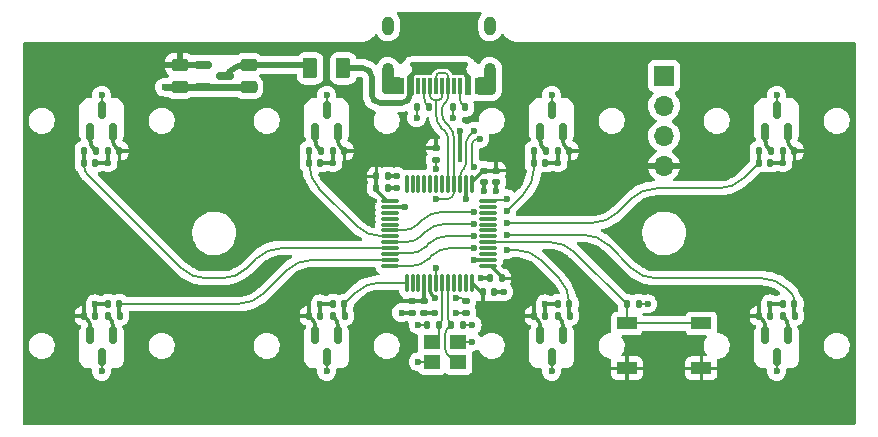
<source format=gbr>
%TF.GenerationSoftware,KiCad,Pcbnew,7.0.5*%
%TF.CreationDate,2024-04-29T12:28:37+10:00*%
%TF.ProjectId,8 key thingy,38206b65-7920-4746-9869-6e67792e6b69,rev?*%
%TF.SameCoordinates,Original*%
%TF.FileFunction,Copper,L2,Bot*%
%TF.FilePolarity,Positive*%
%FSLAX46Y46*%
G04 Gerber Fmt 4.6, Leading zero omitted, Abs format (unit mm)*
G04 Created by KiCad (PCBNEW 7.0.5) date 2024-04-29 12:28:37*
%MOMM*%
%LPD*%
G01*
G04 APERTURE LIST*
G04 Aperture macros list*
%AMRoundRect*
0 Rectangle with rounded corners*
0 $1 Rounding radius*
0 $2 $3 $4 $5 $6 $7 $8 $9 X,Y pos of 4 corners*
0 Add a 4 corners polygon primitive as box body*
4,1,4,$2,$3,$4,$5,$6,$7,$8,$9,$2,$3,0*
0 Add four circle primitives for the rounded corners*
1,1,$1+$1,$2,$3*
1,1,$1+$1,$4,$5*
1,1,$1+$1,$6,$7*
1,1,$1+$1,$8,$9*
0 Add four rect primitives between the rounded corners*
20,1,$1+$1,$2,$3,$4,$5,0*
20,1,$1+$1,$4,$5,$6,$7,0*
20,1,$1+$1,$6,$7,$8,$9,0*
20,1,$1+$1,$8,$9,$2,$3,0*%
G04 Aperture macros list end*
%TA.AperFunction,SMDPad,CuDef*%
%ADD10RoundRect,0.135000X-0.185000X0.135000X-0.185000X-0.135000X0.185000X-0.135000X0.185000X0.135000X0*%
%TD*%
%TA.AperFunction,SMDPad,CuDef*%
%ADD11RoundRect,0.150000X0.150000X-0.587500X0.150000X0.587500X-0.150000X0.587500X-0.150000X-0.587500X0*%
%TD*%
%TA.AperFunction,SMDPad,CuDef*%
%ADD12RoundRect,0.135000X-0.135000X-0.185000X0.135000X-0.185000X0.135000X0.185000X-0.135000X0.185000X0*%
%TD*%
%TA.AperFunction,SMDPad,CuDef*%
%ADD13RoundRect,0.140000X0.140000X0.170000X-0.140000X0.170000X-0.140000X-0.170000X0.140000X-0.170000X0*%
%TD*%
%TA.AperFunction,SMDPad,CuDef*%
%ADD14RoundRect,0.140000X-0.170000X0.140000X-0.170000X-0.140000X0.170000X-0.140000X0.170000X0.140000X0*%
%TD*%
%TA.AperFunction,SMDPad,CuDef*%
%ADD15R,1.700000X1.000000*%
%TD*%
%TA.AperFunction,SMDPad,CuDef*%
%ADD16RoundRect,0.140000X-0.140000X-0.170000X0.140000X-0.170000X0.140000X0.170000X-0.140000X0.170000X0*%
%TD*%
%TA.AperFunction,SMDPad,CuDef*%
%ADD17RoundRect,0.150000X-0.587500X-0.150000X0.587500X-0.150000X0.587500X0.150000X-0.587500X0.150000X0*%
%TD*%
%TA.AperFunction,SMDPad,CuDef*%
%ADD18RoundRect,0.135000X0.135000X0.185000X-0.135000X0.185000X-0.135000X-0.185000X0.135000X-0.185000X0*%
%TD*%
%TA.AperFunction,SMDPad,CuDef*%
%ADD19RoundRect,0.250000X-0.475000X0.250000X-0.475000X-0.250000X0.475000X-0.250000X0.475000X0.250000X0*%
%TD*%
%TA.AperFunction,SMDPad,CuDef*%
%ADD20R,0.200000X0.675000*%
%TD*%
%TA.AperFunction,SMDPad,CuDef*%
%ADD21R,0.400000X0.775000*%
%TD*%
%TA.AperFunction,SMDPad,CuDef*%
%ADD22RoundRect,0.250000X0.475000X-0.250000X0.475000X0.250000X-0.475000X0.250000X-0.475000X-0.250000X0*%
%TD*%
%TA.AperFunction,SMDPad,CuDef*%
%ADD23RoundRect,0.150000X-0.150000X0.587500X-0.150000X-0.587500X0.150000X-0.587500X0.150000X0.587500X0*%
%TD*%
%TA.AperFunction,ComponentPad*%
%ADD24R,1.700000X1.700000*%
%TD*%
%TA.AperFunction,ComponentPad*%
%ADD25O,1.700000X1.700000*%
%TD*%
%TA.AperFunction,SMDPad,CuDef*%
%ADD26RoundRect,0.075000X0.075000X-0.662500X0.075000X0.662500X-0.075000X0.662500X-0.075000X-0.662500X0*%
%TD*%
%TA.AperFunction,SMDPad,CuDef*%
%ADD27RoundRect,0.075000X0.662500X-0.075000X0.662500X0.075000X-0.662500X0.075000X-0.662500X-0.075000X0*%
%TD*%
%TA.AperFunction,SMDPad,CuDef*%
%ADD28R,1.400000X1.200000*%
%TD*%
%TA.AperFunction,SMDPad,CuDef*%
%ADD29RoundRect,0.250000X0.375000X0.625000X-0.375000X0.625000X-0.375000X-0.625000X0.375000X-0.625000X0*%
%TD*%
%TA.AperFunction,SMDPad,CuDef*%
%ADD30R,0.600000X1.450000*%
%TD*%
%TA.AperFunction,SMDPad,CuDef*%
%ADD31R,0.300000X1.450000*%
%TD*%
%TA.AperFunction,ComponentPad*%
%ADD32O,1.000000X1.600000*%
%TD*%
%TA.AperFunction,ComponentPad*%
%ADD33O,1.000000X2.100000*%
%TD*%
%TA.AperFunction,ViaPad*%
%ADD34C,0.600000*%
%TD*%
%TA.AperFunction,Conductor*%
%ADD35C,0.200000*%
%TD*%
%TA.AperFunction,Conductor*%
%ADD36C,0.500000*%
%TD*%
%TA.AperFunction,Conductor*%
%ADD37C,0.300000*%
%TD*%
%TA.AperFunction,Conductor*%
%ADD38C,0.600000*%
%TD*%
G04 APERTURE END LIST*
D10*
%TO.P,R5,1*%
%TO.N,+3.3V*%
X66421000Y-40384000D03*
%TO.P,R5,2*%
%TO.N,USB_D+*%
X66421000Y-41404000D03*
%TD*%
D11*
%TO.P,HALL2,1,VDD*%
%TO.N,+3.3V*%
X58100000Y-39037500D03*
%TO.P,HALL2,2,OUT*%
%TO.N,Net-(HALL2-OUT)*%
X56200000Y-39037500D03*
%TO.P,HALL2,3,GND*%
%TO.N,GND*%
X57150000Y-37162500D03*
%TD*%
D12*
%TO.P,R8,1*%
%TO.N,ADC9*%
X74674000Y-40640000D03*
%TO.P,R8,2*%
%TO.N,Net-(HALL3-OUT)*%
X75694000Y-40640000D03*
%TD*%
D13*
%TO.P,C15,1*%
%TO.N,+3.3V*%
X39596000Y-40640000D03*
%TO.P,C15,2*%
%TO.N,GND*%
X38636000Y-40640000D03*
%TD*%
D14*
%TO.P,C14,1*%
%TO.N,RESET*%
X68961000Y-53368000D03*
%TO.P,C14,2*%
%TO.N,GND*%
X68961000Y-54328000D03*
%TD*%
D13*
%TO.P,C9,1*%
%TO.N,+3.3V*%
X71981000Y-51435000D03*
%TO.P,C9,2*%
%TO.N,GND*%
X71021000Y-51435000D03*
%TD*%
D15*
%TO.P,SW2,1,A*%
%TO.N,BOOT*%
X88875000Y-55250000D03*
X82575000Y-55250000D03*
%TO.P,SW2,2,B*%
%TO.N,+3.3V*%
X88875000Y-59050000D03*
X82575000Y-59050000D03*
%TD*%
D16*
%TO.P,C29,1*%
%TO.N,+3.3V*%
X93754000Y-54610000D03*
%TO.P,C29,2*%
%TO.N,GND*%
X94714000Y-54610000D03*
%TD*%
D17*
%TO.P,U1,1,GND*%
%TO.N,GND*%
X46687500Y-35240000D03*
%TO.P,U1,2,VO*%
%TO.N,+3.3V*%
X46687500Y-33340000D03*
%TO.P,U1,3,VI*%
%TO.N,+5V*%
X48562500Y-34290000D03*
%TD*%
D18*
%TO.P,R2,1*%
%TO.N,Net-(J1-CC2)*%
X68836000Y-36957000D03*
%TO.P,R2,2*%
%TO.N,GND*%
X67816000Y-36957000D03*
%TD*%
D11*
%TO.P,HALL1,1,VDD*%
%TO.N,+3.3V*%
X39050000Y-39037500D03*
%TO.P,HALL1,2,OUT*%
%TO.N,Net-(HALL1-OUT)*%
X37150000Y-39037500D03*
%TO.P,HALL1,3,GND*%
%TO.N,GND*%
X38100000Y-37162500D03*
%TD*%
D13*
%TO.P,C18,1*%
%TO.N,GND*%
X56614000Y-41656000D03*
%TO.P,C18,2*%
%TO.N,ADC8*%
X55654000Y-41656000D03*
%TD*%
D19*
%TO.P,C3,1*%
%TO.N,+3.3V*%
X44704000Y-33340000D03*
%TO.P,C3,2*%
%TO.N,GND*%
X44704000Y-35240000D03*
%TD*%
D14*
%TO.P,C11,1*%
%TO.N,+3.3V*%
X65405000Y-53368000D03*
%TO.P,C11,2*%
%TO.N,GND*%
X65405000Y-54328000D03*
%TD*%
D16*
%TO.P,C5,1*%
%TO.N,+3.3V*%
X61369000Y-42799000D03*
%TO.P,C5,2*%
%TO.N,GND*%
X62329000Y-42799000D03*
%TD*%
D20*
%TO.P,U2,1,IO1*%
%TO.N,SWCLK*%
X69453000Y-41331500D03*
%TO.P,U2,2,IO2*%
%TO.N,SWDIO*%
X68953000Y-41331500D03*
D21*
%TO.P,U2,3,GND*%
%TO.N,GND*%
X68453000Y-41281500D03*
D20*
%TO.P,U2,4,D2+*%
%TO.N,USB_D+*%
X67953000Y-41331500D03*
%TO.P,U2,5,D2-*%
%TO.N,USB_D-*%
X67453000Y-41331500D03*
%TO.P,U2,6,NC*%
X67453000Y-40456500D03*
%TO.P,U2,7,NC*%
%TO.N,USB_D+*%
X67953000Y-40456500D03*
D21*
%TO.P,U2,8,GND*%
%TO.N,GND*%
X68453000Y-40506500D03*
D20*
%TO.P,U2,9,NC*%
%TO.N,SWDIO*%
X68953000Y-40456500D03*
%TO.P,U2,10,NC*%
%TO.N,SWCLK*%
X69453000Y-40456500D03*
%TD*%
D16*
%TO.P,C25,1*%
%TO.N,+3.3V*%
X55654000Y-54610000D03*
%TO.P,C25,2*%
%TO.N,GND*%
X56614000Y-54610000D03*
%TD*%
D13*
%TO.P,C21,1*%
%TO.N,+3.3V*%
X96746000Y-40640000D03*
%TO.P,C21,2*%
%TO.N,GND*%
X95786000Y-40640000D03*
%TD*%
D12*
%TO.P,R7,1*%
%TO.N,ADC8*%
X55624000Y-40640000D03*
%TO.P,R7,2*%
%TO.N,Net-(HALL2-OUT)*%
X56644000Y-40640000D03*
%TD*%
D14*
%TO.P,C7,1*%
%TO.N,+3.3V*%
X71501000Y-42319000D03*
%TO.P,C7,2*%
%TO.N,GND*%
X71501000Y-43279000D03*
%TD*%
D16*
%TO.P,C27,1*%
%TO.N,+3.3V*%
X74704000Y-54610000D03*
%TO.P,C27,2*%
%TO.N,GND*%
X75664000Y-54610000D03*
%TD*%
D18*
%TO.P,R10,1*%
%TO.N,ADC4*%
X39625999Y-54610000D03*
%TO.P,R10,2*%
%TO.N,Net-(HALL5-OUT)*%
X38605999Y-54610000D03*
%TD*%
D13*
%TO.P,C16,1*%
%TO.N,GND*%
X37564000Y-41656000D03*
%TO.P,C16,2*%
%TO.N,ADC6*%
X36604000Y-41656000D03*
%TD*%
D11*
%TO.P,HALL4,1,VDD*%
%TO.N,+3.3V*%
X96200000Y-39037500D03*
%TO.P,HALL4,2,OUT*%
%TO.N,Net-(HALL4-OUT)*%
X94300000Y-39037500D03*
%TO.P,HALL4,3,GND*%
%TO.N,GND*%
X95250000Y-37162500D03*
%TD*%
D22*
%TO.P,C2,1*%
%TO.N,GND*%
X50546000Y-35240000D03*
%TO.P,C2,2*%
%TO.N,+5V*%
X50546000Y-33340000D03*
%TD*%
D11*
%TO.P,HALL3,1,VDD*%
%TO.N,+3.3V*%
X77150000Y-39037500D03*
%TO.P,HALL3,2,OUT*%
%TO.N,Net-(HALL3-OUT)*%
X75250000Y-39037500D03*
%TO.P,HALL3,3,GND*%
%TO.N,GND*%
X76200000Y-37162500D03*
%TD*%
D12*
%TO.P,R9,1*%
%TO.N,ADC7*%
X93724000Y-40640000D03*
%TO.P,R9,2*%
%TO.N,Net-(HALL4-OUT)*%
X94744000Y-40640000D03*
%TD*%
D23*
%TO.P,HALL5,1,VDD*%
%TO.N,+3.3V*%
X37150000Y-56212500D03*
%TO.P,HALL5,2,OUT*%
%TO.N,Net-(HALL5-OUT)*%
X39050000Y-56212500D03*
%TO.P,HALL5,3,GND*%
%TO.N,GND*%
X38100000Y-58087500D03*
%TD*%
D24*
%TO.P,J2,1,Pin_1*%
%TO.N,GND*%
X85725000Y-34290000D03*
D25*
%TO.P,J2,2,Pin_2*%
%TO.N,SWDIO*%
X85725000Y-36830000D03*
%TO.P,J2,3,Pin_3*%
%TO.N,SWCLK*%
X85725000Y-39370000D03*
%TO.P,J2,4,Pin_4*%
%TO.N,+3.3V*%
X85725000Y-41910000D03*
%TD*%
D13*
%TO.P,C19,1*%
%TO.N,+3.3V*%
X77696000Y-40640000D03*
%TO.P,C19,2*%
%TO.N,GND*%
X76736000Y-40640000D03*
%TD*%
D16*
%TO.P,C30,1*%
%TO.N,GND*%
X95785999Y-53594000D03*
%TO.P,C30,2*%
%TO.N,ADC5*%
X96745999Y-53594000D03*
%TD*%
D18*
%TO.P,R4,1*%
%TO.N,GND*%
X83568000Y-53594000D03*
%TO.P,R4,2*%
%TO.N,BOOT*%
X82548000Y-53594000D03*
%TD*%
%TO.P,R11,1*%
%TO.N,ADC2*%
X58675999Y-54610000D03*
%TO.P,R11,2*%
%TO.N,Net-(HALL6-OUT)*%
X57655999Y-54610000D03*
%TD*%
D13*
%TO.P,C17,1*%
%TO.N,+3.3V*%
X58646000Y-40640000D03*
%TO.P,C17,2*%
%TO.N,GND*%
X57686000Y-40640000D03*
%TD*%
D18*
%TO.P,R3,1*%
%TO.N,Net-(J1-CC1)*%
X65788000Y-36957000D03*
%TO.P,R3,2*%
%TO.N,GND*%
X64768000Y-36957000D03*
%TD*%
%TO.P,R13,1*%
%TO.N,ADC5*%
X96775999Y-54610000D03*
%TO.P,R13,2*%
%TO.N,Net-(HALL8-OUT)*%
X95755999Y-54610000D03*
%TD*%
D16*
%TO.P,C26,1*%
%TO.N,GND*%
X57685999Y-53594000D03*
%TO.P,C26,2*%
%TO.N,ADC2*%
X58645999Y-53594000D03*
%TD*%
D13*
%TO.P,C20,1*%
%TO.N,GND*%
X75664000Y-41656000D03*
%TO.P,C20,2*%
%TO.N,ADC9*%
X74704000Y-41656000D03*
%TD*%
D23*
%TO.P,HALL8,1,VDD*%
%TO.N,+3.3V*%
X94300000Y-56212500D03*
%TO.P,HALL8,2,OUT*%
%TO.N,Net-(HALL8-OUT)*%
X96200000Y-56212500D03*
%TO.P,HALL8,3,GND*%
%TO.N,GND*%
X95250000Y-58087500D03*
%TD*%
D26*
%TO.P,U3,1,VBAT*%
%TO.N,+3.3V*%
X69425000Y-51787500D03*
%TO.P,U3,2,PC13*%
%TO.N,unconnected-(U3-PC13-Pad2)*%
X68925000Y-51787500D03*
%TO.P,U3,3,PC14*%
%TO.N,unconnected-(U3-PC14-Pad3)*%
X68425000Y-51787500D03*
%TO.P,U3,4,PC15*%
%TO.N,unconnected-(U3-PC15-Pad4)*%
X67925000Y-51787500D03*
%TO.P,U3,5,PF0*%
%TO.N,OSC_IN*%
X67425000Y-51787500D03*
%TO.P,U3,6,PF1*%
%TO.N,OSC_OUT*%
X66925000Y-51787500D03*
%TO.P,U3,7,NRST*%
%TO.N,RESET*%
X66425000Y-51787500D03*
%TO.P,U3,8,VSSA*%
%TO.N,GND*%
X65925000Y-51787500D03*
%TO.P,U3,9,VDDA*%
%TO.N,+3.3V*%
X65425000Y-51787500D03*
%TO.P,U3,10,PA0*%
%TO.N,ADC0*%
X64925000Y-51787500D03*
%TO.P,U3,11,PA1*%
%TO.N,ADC1*%
X64425000Y-51787500D03*
%TO.P,U3,12,PA2*%
%TO.N,ADC2*%
X63925000Y-51787500D03*
D27*
%TO.P,U3,13,PA3*%
%TO.N,ADC3*%
X62512500Y-50375000D03*
%TO.P,U3,14,PA4*%
%TO.N,ADC4*%
X62512500Y-49875000D03*
%TO.P,U3,15,PA5*%
%TO.N,ADC5*%
X62512500Y-49375000D03*
%TO.P,U3,16,PA6*%
%TO.N,ADC6*%
X62512500Y-48875000D03*
%TO.P,U3,17,PA7*%
%TO.N,ADC7*%
X62512500Y-48375000D03*
%TO.P,U3,18,PB0*%
%TO.N,ADC8*%
X62512500Y-47875000D03*
%TO.P,U3,19,PB1*%
%TO.N,ADC9*%
X62512500Y-47375000D03*
%TO.P,U3,20,PB2*%
%TO.N,unconnected-(U3-PB2-Pad20)*%
X62512500Y-46875000D03*
%TO.P,U3,21,PB10*%
%TO.N,unconnected-(U3-PB10-Pad21)*%
X62512500Y-46375000D03*
%TO.P,U3,22,PB11*%
%TO.N,unconnected-(U3-PB11-Pad22)*%
X62512500Y-45875000D03*
%TO.P,U3,23,VSS*%
%TO.N,GND*%
X62512500Y-45375000D03*
%TO.P,U3,24,VDD*%
%TO.N,+3.3V*%
X62512500Y-44875000D03*
D26*
%TO.P,U3,25,PB12*%
%TO.N,unconnected-(U3-PB12-Pad25)*%
X63925000Y-43462500D03*
%TO.P,U3,26,PB13*%
%TO.N,unconnected-(U3-PB13-Pad26)*%
X64425000Y-43462500D03*
%TO.P,U3,27,PB14*%
%TO.N,unconnected-(U3-PB14-Pad27)*%
X64925000Y-43462500D03*
%TO.P,U3,28,PB15*%
%TO.N,unconnected-(U3-PB15-Pad28)*%
X65425000Y-43462500D03*
%TO.P,U3,29,PA8*%
%TO.N,unconnected-(U3-PA8-Pad29)*%
X65925000Y-43462500D03*
%TO.P,U3,30,PA9*%
%TO.N,unconnected-(U3-PA9-Pad30)*%
X66425000Y-43462500D03*
%TO.P,U3,31,PA10*%
%TO.N,unconnected-(U3-PA10-Pad31)*%
X66925000Y-43462500D03*
%TO.P,U3,32,PA11*%
%TO.N,USB_D-*%
X67425000Y-43462500D03*
%TO.P,U3,33,PA12*%
%TO.N,USB_D+*%
X67925000Y-43462500D03*
%TO.P,U3,34,PA13*%
%TO.N,SWDIO*%
X68425000Y-43462500D03*
%TO.P,U3,35,VSS*%
%TO.N,GND*%
X68925000Y-43462500D03*
%TO.P,U3,36,VDDIO2*%
%TO.N,+3.3V*%
X69425000Y-43462500D03*
D27*
%TO.P,U3,37,PA14*%
%TO.N,SWCLK*%
X70837500Y-44875000D03*
%TO.P,U3,38,PA15*%
%TO.N,RGB*%
X70837500Y-45375000D03*
%TO.P,U3,39,PB3*%
%TO.N,unconnected-(U3-PB3-Pad39)*%
X70837500Y-45875000D03*
%TO.P,U3,40,PB4*%
%TO.N,unconnected-(U3-PB4-Pad40)*%
X70837500Y-46375000D03*
%TO.P,U3,41,PB5*%
%TO.N,unconnected-(U3-PB5-Pad41)*%
X70837500Y-46875000D03*
%TO.P,U3,42,PB6*%
%TO.N,unconnected-(U3-PB6-Pad42)*%
X70837500Y-47375000D03*
%TO.P,U3,43,PB7*%
%TO.N,unconnected-(U3-PB7-Pad43)*%
X70837500Y-47875000D03*
%TO.P,U3,44,BOOT0*%
%TO.N,BOOT*%
X70837500Y-48375000D03*
%TO.P,U3,45,PB8*%
%TO.N,unconnected-(U3-PB8-Pad45)*%
X70837500Y-48875000D03*
%TO.P,U3,46,PB9*%
%TO.N,unconnected-(U3-PB9-Pad46)*%
X70837500Y-49375000D03*
%TO.P,U3,47,VSS*%
%TO.N,GND*%
X70837500Y-49875000D03*
%TO.P,U3,48,VDD*%
%TO.N,+3.3V*%
X70837500Y-50375000D03*
%TD*%
D13*
%TO.P,C22,1*%
%TO.N,GND*%
X94714000Y-41656000D03*
%TO.P,C22,2*%
%TO.N,ADC7*%
X93754000Y-41656000D03*
%TD*%
D28*
%TO.P,Y1,1,1*%
%TO.N,OSC_IN*%
X68283000Y-58508000D03*
%TO.P,Y1,2,2*%
%TO.N,GND*%
X66083000Y-58508000D03*
%TO.P,Y1,3,3*%
%TO.N,OSC_OUT*%
X66083000Y-56808000D03*
%TO.P,Y1,4,4*%
%TO.N,GND*%
X68283000Y-56808000D03*
%TD*%
D29*
%TO.P,F1,1*%
%TO.N,VBUS*%
X58550000Y-33655000D03*
%TO.P,F1,2*%
%TO.N,+5V*%
X55750000Y-33655000D03*
%TD*%
D16*
%TO.P,C23,1*%
%TO.N,+3.3V*%
X36604000Y-54610000D03*
%TO.P,C23,2*%
%TO.N,GND*%
X37564000Y-54610000D03*
%TD*%
D30*
%TO.P,J1,A1,GND*%
%TO.N,GND*%
X63425000Y-35160000D03*
%TO.P,J1,A4,VBUS*%
%TO.N,VBUS*%
X64225000Y-35160000D03*
D31*
%TO.P,J1,A5,CC1*%
%TO.N,Net-(J1-CC1)*%
X65425000Y-35160000D03*
%TO.P,J1,A6,D+*%
%TO.N,USB_D+*%
X66425000Y-35160000D03*
%TO.P,J1,A7,D-*%
%TO.N,USB_D-*%
X66925000Y-35160000D03*
%TO.P,J1,A8,SBU1*%
%TO.N,unconnected-(J1-SBU1-PadA8)*%
X67925000Y-35160000D03*
D30*
%TO.P,J1,A9,VBUS*%
%TO.N,VBUS*%
X69125000Y-35160000D03*
%TO.P,J1,A12,GND*%
%TO.N,GND*%
X69925000Y-35160000D03*
%TO.P,J1,B1,GND*%
X69925000Y-35160000D03*
%TO.P,J1,B4,VBUS*%
%TO.N,VBUS*%
X69125000Y-35160000D03*
D31*
%TO.P,J1,B5,CC2*%
%TO.N,Net-(J1-CC2)*%
X68425000Y-35160000D03*
%TO.P,J1,B6,D+*%
%TO.N,USB_D+*%
X67425000Y-35160000D03*
%TO.P,J1,B7,D-*%
%TO.N,USB_D-*%
X65925000Y-35160000D03*
%TO.P,J1,B8,SBU2*%
%TO.N,unconnected-(J1-SBU2-PadB8)*%
X64925000Y-35160000D03*
D30*
%TO.P,J1,B9,VBUS*%
%TO.N,VBUS*%
X64225000Y-35160000D03*
%TO.P,J1,B12,GND*%
%TO.N,GND*%
X63425000Y-35160000D03*
D32*
%TO.P,J1,S1,SHIELD*%
X62355000Y-30065000D03*
D33*
X62355000Y-34245000D03*
D32*
X70995000Y-30065000D03*
D33*
X70995000Y-34245000D03*
%TD*%
D14*
%TO.P,C10,1*%
%TO.N,+3.3V*%
X64389000Y-53368000D03*
%TO.P,C10,2*%
%TO.N,GND*%
X64389000Y-54328000D03*
%TD*%
D12*
%TO.P,R6,1*%
%TO.N,ADC6*%
X36574000Y-40640000D03*
%TO.P,R6,2*%
%TO.N,Net-(HALL1-OUT)*%
X37594000Y-40640000D03*
%TD*%
D13*
%TO.P,C13,1*%
%TO.N,OSC_OUT*%
X66647000Y-55372000D03*
%TO.P,C13,2*%
%TO.N,GND*%
X65687000Y-55372000D03*
%TD*%
D23*
%TO.P,HALL7,1,VDD*%
%TO.N,+3.3V*%
X75250000Y-56212500D03*
%TO.P,HALL7,2,OUT*%
%TO.N,Net-(HALL7-OUT)*%
X77150000Y-56212500D03*
%TO.P,HALL7,3,GND*%
%TO.N,GND*%
X76200000Y-58087500D03*
%TD*%
D16*
%TO.P,C4,1*%
%TO.N,+3.3V*%
X70386000Y-52578000D03*
%TO.P,C4,2*%
%TO.N,GND*%
X71346000Y-52578000D03*
%TD*%
%TO.P,C6,1*%
%TO.N,+3.3V*%
X61369000Y-43815000D03*
%TO.P,C6,2*%
%TO.N,GND*%
X62329000Y-43815000D03*
%TD*%
D23*
%TO.P,HALL6,1,VDD*%
%TO.N,+3.3V*%
X56200000Y-56212500D03*
%TO.P,HALL6,2,OUT*%
%TO.N,Net-(HALL6-OUT)*%
X58100000Y-56212500D03*
%TO.P,HALL6,3,GND*%
%TO.N,GND*%
X57150000Y-58087500D03*
%TD*%
D16*
%TO.P,C24,1*%
%TO.N,GND*%
X38635999Y-53594000D03*
%TO.P,C24,2*%
%TO.N,ADC4*%
X39595999Y-53594000D03*
%TD*%
D14*
%TO.P,C8,1*%
%TO.N,+3.3V*%
X70485000Y-42319000D03*
%TO.P,C8,2*%
%TO.N,GND*%
X70485000Y-43279000D03*
%TD*%
D13*
%TO.P,C12,1*%
%TO.N,GND*%
X68679000Y-55372000D03*
%TO.P,C12,2*%
%TO.N,OSC_IN*%
X67719000Y-55372000D03*
%TD*%
D18*
%TO.P,R12,1*%
%TO.N,ADC3*%
X77725999Y-54610000D03*
%TO.P,R12,2*%
%TO.N,Net-(HALL7-OUT)*%
X76705999Y-54610000D03*
%TD*%
D16*
%TO.P,C28,1*%
%TO.N,GND*%
X76735999Y-53594000D03*
%TO.P,C28,2*%
%TO.N,ADC3*%
X77695999Y-53594000D03*
%TD*%
D34*
%TO.N,USB_D+*%
X66421000Y-42164000D03*
X66421000Y-44704000D03*
%TO.N,GND*%
X75664000Y-53594000D03*
X57686000Y-41656000D03*
X76200000Y-35940999D03*
X48006000Y-35240000D03*
X43434000Y-35240000D03*
X71501000Y-44069000D03*
X94714000Y-53594000D03*
X76200000Y-59309000D03*
X49276000Y-35240000D03*
X68925000Y-44704000D03*
X64897000Y-58508000D03*
X57150000Y-59309000D03*
X38636000Y-41656000D03*
X84328000Y-53594000D03*
X56614000Y-53594000D03*
X66294000Y-54328000D03*
X95250000Y-59309000D03*
X66294000Y-53086000D03*
X69596000Y-49875000D03*
X63119000Y-43815000D03*
X70485000Y-44069000D03*
X37564000Y-53594000D03*
X72136000Y-52578000D03*
X95250000Y-35940999D03*
X63754000Y-45375000D03*
X67816000Y-37844000D03*
X63119000Y-42799000D03*
X69469000Y-56808000D03*
X38100000Y-59309000D03*
X64768000Y-37846000D03*
X38100000Y-35940999D03*
X76736000Y-41656000D03*
X64897000Y-55372000D03*
X57150000Y-35940999D03*
X68072000Y-54328000D03*
X69469000Y-55372000D03*
X95786000Y-41656000D03*
X63500000Y-54328000D03*
X68453000Y-38989000D03*
X70231000Y-51435000D03*
%TO.N,RESET*%
X68072000Y-53086000D03*
X66425000Y-50546000D03*
%TO.N,SWDIO*%
X69596000Y-38989000D03*
%TO.N,SWCLK*%
X70104000Y-39624000D03*
X69596000Y-42037000D03*
X72390000Y-44704000D03*
%TO.N,ADC3*%
X69596000Y-48895000D03*
X72390000Y-49022000D03*
%TO.N,ADC5*%
X72390000Y-47752000D03*
X69596000Y-47879000D03*
%TO.N,ADC7*%
X69596000Y-46863000D03*
X72390000Y-46736000D03*
%TO.N,ADC9*%
X69596000Y-45847000D03*
X72390000Y-45720000D03*
%TD*%
D35*
%TO.N,Net-(J1-CC2)*%
X68425010Y-36131786D02*
G75*
G03*
X68717893Y-36838893I999990J-14D01*
G01*
X68717893Y-36838893D02*
X68836000Y-36957000D01*
X68425000Y-35160000D02*
X68425000Y-36131786D01*
%TO.N,GND*%
X67816000Y-37844000D02*
X67816000Y-36957000D01*
%TO.N,SWDIO*%
X68754270Y-42167696D02*
G75*
G03*
X68959312Y-41672739I-494970J494996D01*
G01*
X68630001Y-42291949D02*
G75*
G03*
X68425000Y-42786949I494999J-494951D01*
G01*
X69164337Y-39420663D02*
X69596000Y-38989000D01*
X68959312Y-41672739D02*
X68959312Y-39915637D01*
X68630026Y-42291974D02*
X68754287Y-42167713D01*
X68425000Y-43462500D02*
X68425000Y-42786949D01*
X69164321Y-39420647D02*
G75*
G03*
X68959312Y-39915637I494979J-494953D01*
G01*
%TO.N,SWCLK*%
X69953000Y-39624000D02*
G75*
G03*
X69453000Y-40124000I0J-500000D01*
G01*
X69453000Y-41894000D02*
X69596000Y-42037000D01*
X69453000Y-40124000D02*
X69453000Y-41894000D01*
X70104000Y-39624000D02*
X69953000Y-39624000D01*
%TO.N,USB_D+*%
X67425000Y-44704000D02*
G75*
G03*
X67925000Y-44204000I0J500000D01*
G01*
X66421000Y-44704000D02*
X67425000Y-44704000D01*
X67925000Y-44204000D02*
X67925000Y-43462500D01*
X66421000Y-41404000D02*
X66421000Y-42164000D01*
D36*
%TO.N,+5V*%
X55435000Y-33340000D02*
X55750000Y-33655000D01*
X50546000Y-33340000D02*
X50340928Y-33340000D01*
X48926714Y-33925787D02*
X48562501Y-34290000D01*
X50546000Y-33340000D02*
X55435000Y-33340000D01*
X50340928Y-33340020D02*
G75*
G03*
X48926714Y-33925787I-28J-1999980D01*
G01*
D35*
%TO.N,GND*%
X69469000Y-56808000D02*
X68283000Y-56808000D01*
D37*
X71501000Y-43279000D02*
X71501000Y-44069000D01*
X94714000Y-53594000D02*
X95786000Y-53594000D01*
X75664000Y-53594000D02*
X76736000Y-53594000D01*
X76736000Y-41656000D02*
X75664000Y-41656000D01*
D38*
X46687500Y-35240000D02*
X44704000Y-35240000D01*
D37*
X66294000Y-53086000D02*
X66071446Y-52863446D01*
X95786000Y-41656000D02*
X95786000Y-40640000D01*
X38636000Y-41656000D02*
X37564000Y-41656000D01*
D35*
X84328000Y-53594000D02*
X83568000Y-53594000D01*
D38*
X48006000Y-35240000D02*
X49276000Y-35240000D01*
D37*
X70485000Y-43279000D02*
X70485000Y-44069000D01*
X56614000Y-53594000D02*
X56614000Y-54610000D01*
X63500000Y-54328000D02*
X64389000Y-54328000D01*
X71021000Y-51435000D02*
X70231000Y-51435000D01*
X68925000Y-44704000D02*
X68925000Y-43462500D01*
X65925000Y-52509893D02*
X65925000Y-51787500D01*
X37564000Y-53594000D02*
X37564000Y-54610000D01*
D35*
X65687000Y-55372000D02*
X64897000Y-55372000D01*
D38*
X49276000Y-35240000D02*
X50545999Y-35240000D01*
D37*
X66294000Y-54328000D02*
X65405000Y-54328000D01*
X62329000Y-43815000D02*
X63119000Y-43815000D01*
D35*
X95250000Y-37162499D02*
X95250000Y-35940999D01*
D37*
X71346000Y-52578000D02*
X72136000Y-52578000D01*
D35*
X38100000Y-37162499D02*
X38100000Y-35940999D01*
X68072000Y-54328000D02*
X68961000Y-54328000D01*
D37*
X63754000Y-45375000D02*
X62512500Y-45375000D01*
X95786000Y-41656000D02*
X94714000Y-41656000D01*
X62329000Y-42799000D02*
X63119000Y-42799000D01*
X68453000Y-38989000D02*
X68453000Y-41281500D01*
D35*
X76200000Y-58087500D02*
X76200000Y-59309000D01*
D37*
X76736000Y-41656000D02*
X76736000Y-40640000D01*
D35*
X38100000Y-58087500D02*
X38100000Y-59309000D01*
D37*
X38636000Y-41656000D02*
X38636000Y-40640000D01*
X94714000Y-53594000D02*
X94714000Y-54610000D01*
D35*
X64768000Y-37846000D02*
X64768000Y-36957000D01*
D37*
X57686000Y-41656000D02*
X56614000Y-41656000D01*
X56614000Y-53594000D02*
X57686000Y-53594000D01*
X57686000Y-41656000D02*
X57686000Y-40640000D01*
D35*
X76200000Y-37162499D02*
X76200000Y-35940999D01*
D38*
X48006000Y-35240000D02*
X46687500Y-35240000D01*
D35*
X57150000Y-37162499D02*
X57150000Y-35940999D01*
X68679000Y-55372000D02*
X69469000Y-55372000D01*
D37*
X75664000Y-53594000D02*
X75664000Y-54610000D01*
X69596000Y-49875000D02*
X70837500Y-49875000D01*
D38*
X43434000Y-35240000D02*
X44704001Y-35240000D01*
D35*
X64897000Y-58508000D02*
X66083000Y-58508000D01*
D37*
X37564000Y-53594000D02*
X38636000Y-53594000D01*
D35*
X57150000Y-58087500D02*
X57150000Y-59309000D01*
X95250000Y-58087500D02*
X95250000Y-59309000D01*
D37*
X65925005Y-52509893D02*
G75*
G03*
X66071446Y-52863446I499995J-7D01*
G01*
D35*
%TO.N,Net-(J1-CC1)*%
X65717893Y-36886893D02*
X65788000Y-36957000D01*
X65425000Y-35160000D02*
X65425000Y-36179786D01*
X65425010Y-36179786D02*
G75*
G03*
X65717893Y-36886893I999990J-14D01*
G01*
D36*
%TO.N,VBUS*%
X60260000Y-33655000D02*
X58550000Y-33655000D01*
X63525000Y-36576000D02*
X61660000Y-36576000D01*
X60960000Y-35876000D02*
X60960000Y-34355000D01*
X64225000Y-35160000D02*
X64225000Y-35876000D01*
X63525000Y-36576000D02*
G75*
G03*
X64225000Y-35876000I0J700000D01*
G01*
X60960000Y-35876000D02*
G75*
G03*
X61660000Y-36576000I700000J0D01*
G01*
X60960000Y-34355000D02*
G75*
G03*
X60260000Y-33655000I-700000J0D01*
G01*
D35*
%TO.N,USB_D+*%
X66929000Y-37031107D02*
X66929000Y-37558786D01*
X66425000Y-35160000D02*
X66425000Y-34336000D01*
X67278553Y-36474447D02*
X67075446Y-36677554D01*
X67425000Y-35160000D02*
X67425000Y-36120893D01*
X67945000Y-39610320D02*
X67945000Y-43442500D01*
X67221893Y-38265893D02*
X67505660Y-38549660D01*
X67425000Y-34336000D02*
X67425000Y-35160000D01*
X66725000Y-34036000D02*
X67125000Y-34036000D01*
X67945000Y-43442500D02*
X67925000Y-43462500D01*
X67944985Y-39610320D02*
G75*
G03*
X67505660Y-38549660I-1499985J20D01*
G01*
X67075443Y-36677551D02*
G75*
G03*
X66929000Y-37031107I353557J-353549D01*
G01*
X66929010Y-37558786D02*
G75*
G03*
X67221893Y-38265893I999990J-14D01*
G01*
X67278556Y-36474450D02*
G75*
G03*
X67425000Y-36120893I-353556J353550D01*
G01*
X67425000Y-34336000D02*
G75*
G03*
X67125000Y-34036000I-300000J0D01*
G01*
X66725000Y-34036000D02*
G75*
G03*
X66425000Y-34336000I0J-300000D01*
G01*
%TO.N,RESET*%
X68825447Y-53232447D02*
X68961000Y-53368000D01*
X68072000Y-53086000D02*
X68471893Y-53086000D01*
X66425000Y-50546000D02*
X66425000Y-51787500D01*
X68825450Y-53232444D02*
G75*
G03*
X68471893Y-53086000I-353550J-353556D01*
G01*
%TO.N,BOOT*%
X78207680Y-49253680D02*
X82548000Y-53594000D01*
X85725000Y-55250000D02*
X88875000Y-55250000D01*
X70837500Y-48375000D02*
X76086359Y-48375000D01*
X82548000Y-55223000D02*
X82575000Y-55250000D01*
X82575000Y-55250000D02*
X85725000Y-55250000D01*
X82548000Y-53594000D02*
X82548000Y-55223000D01*
X78207700Y-49253660D02*
G75*
G03*
X76086359Y-48375000I-2121300J-2121340D01*
G01*
D37*
%TO.N,+3.3V*%
X69425000Y-43462500D02*
X69425000Y-43252000D01*
X70837500Y-50375000D02*
X71076000Y-50375000D01*
X39596000Y-40640000D02*
X39342894Y-40386893D01*
X93754000Y-54610000D02*
X94007107Y-54863107D01*
X58100000Y-39679786D02*
X58100000Y-39037500D01*
X70485000Y-42319000D02*
X71501000Y-42319000D01*
X75250000Y-55570214D02*
X75250000Y-56212500D01*
X55654000Y-54610000D02*
X55907107Y-54863107D01*
X61369000Y-43942000D02*
X61369000Y-43815000D01*
X56200000Y-55570214D02*
X56200000Y-56212500D01*
D36*
X44704000Y-33340000D02*
X43434000Y-33340000D01*
D37*
X36604000Y-54610000D02*
X36857107Y-54863107D01*
X39050000Y-39679786D02*
X39050000Y-39037500D01*
X70386000Y-52578000D02*
X70215500Y-52578000D01*
X70215500Y-52578000D02*
X69425000Y-51787500D01*
X74704000Y-54610000D02*
X74957107Y-54863107D01*
X65405000Y-53368000D02*
X64389000Y-53368000D01*
X71981000Y-51280000D02*
X71981000Y-51435000D01*
D36*
X44704000Y-33340000D02*
X46687500Y-33340000D01*
D37*
X94300000Y-55570214D02*
X94300000Y-56212500D01*
X71076000Y-50375000D02*
X71981000Y-51280000D01*
X58646000Y-40640000D02*
X58392894Y-40386893D01*
X61369000Y-43815000D02*
X61369000Y-42799000D01*
X96746000Y-40640000D02*
X96492894Y-40386893D01*
D36*
X44704000Y-33340000D02*
X44704000Y-32258000D01*
D37*
X77696000Y-40640000D02*
X77442894Y-40386893D01*
X70358000Y-42319000D02*
X70485000Y-42319000D01*
X37150000Y-55570214D02*
X37150000Y-56212500D01*
X62512500Y-44875000D02*
X62302000Y-44875000D01*
X65425000Y-53348000D02*
X65405000Y-53368000D01*
X77150000Y-39679786D02*
X77150000Y-39037500D01*
X69425000Y-43252000D02*
X70358000Y-42319000D01*
X62302000Y-44875000D02*
X61369000Y-43942000D01*
X96200000Y-39679786D02*
X96200000Y-39037500D01*
X65425000Y-51787500D02*
X65425000Y-53348000D01*
X58100011Y-39679786D02*
G75*
G03*
X58392894Y-40386893I999989J-14D01*
G01*
X56199990Y-55570214D02*
G75*
G03*
X55907107Y-54863107I-999990J14D01*
G01*
X75249990Y-55570214D02*
G75*
G03*
X74957107Y-54863107I-999990J14D01*
G01*
X77150011Y-39679786D02*
G75*
G03*
X77442894Y-40386893I999989J-14D01*
G01*
X39050011Y-39679786D02*
G75*
G03*
X39342894Y-40386893I999989J-14D01*
G01*
X94299990Y-55570214D02*
G75*
G03*
X94007107Y-54863107I-999990J14D01*
G01*
X96200011Y-39679786D02*
G75*
G03*
X96492894Y-40386893I999989J-14D01*
G01*
X37149990Y-55570214D02*
G75*
G03*
X36857107Y-54863107I-999990J14D01*
G01*
D35*
%TO.N,USB_D-*%
X67437000Y-43450500D02*
X67425000Y-43462500D01*
X66421000Y-36322000D02*
X66421000Y-37605680D01*
X65925000Y-35160000D02*
X65925000Y-36022000D01*
X66225000Y-36322000D02*
X66421000Y-36322000D01*
X66421000Y-36322000D02*
X66625000Y-36322000D01*
X67437000Y-39657214D02*
X67437000Y-43450500D01*
X66860340Y-38666340D02*
X67144107Y-38950107D01*
X66925000Y-36022000D02*
X66925000Y-35160000D01*
X66625000Y-36322000D02*
G75*
G03*
X66925000Y-36022000I0J300000D01*
G01*
X65925000Y-36022000D02*
G75*
G03*
X66225000Y-36322000I300000J0D01*
G01*
X66421015Y-37605680D02*
G75*
G03*
X66860340Y-38666340I1499985J-20D01*
G01*
X67436990Y-39657214D02*
G75*
G03*
X67144107Y-38950107I-999990J14D01*
G01*
%TO.N,SWCLK*%
X72390000Y-44704000D02*
X72263000Y-44831000D01*
X72263000Y-44831000D02*
X70881500Y-44831000D01*
X70881500Y-44831000D02*
X70837500Y-44875000D01*
%TO.N,ADC2*%
X58646000Y-53594000D02*
X59573821Y-52666179D01*
X61695141Y-51787500D02*
X63925000Y-51787500D01*
D37*
X58646000Y-53594000D02*
X58646000Y-54580000D01*
D35*
X58646000Y-54580000D02*
X58676000Y-54610000D01*
X61695141Y-51787529D02*
G75*
G03*
X59573821Y-52666179I-41J-2999971D01*
G01*
%TO.N,ADC3*%
X77696000Y-53538641D02*
X77696000Y-53594000D01*
X77696000Y-54580000D02*
X77726000Y-54610000D01*
X72390000Y-49022000D02*
X73179359Y-49022000D01*
X66089213Y-49480787D02*
X65780787Y-49789213D01*
X64366573Y-50375000D02*
X62512500Y-50375000D01*
D37*
X77696000Y-53594000D02*
X77696000Y-54580000D01*
D35*
X69596000Y-48895000D02*
X67503427Y-48895000D01*
X75300680Y-49900680D02*
X76817321Y-51417321D01*
X77695971Y-53538641D02*
G75*
G03*
X76817321Y-51417321I-2999971J41D01*
G01*
X64366573Y-50374980D02*
G75*
G03*
X65780786Y-49789212I27J1999980D01*
G01*
X67503427Y-48895020D02*
G75*
G03*
X66089214Y-49480788I-27J-1999980D01*
G01*
X75300700Y-49900660D02*
G75*
G03*
X73179359Y-49022000I-2121300J-2121340D01*
G01*
%TO.N,ADC4*%
X39596000Y-53594000D02*
X49684359Y-53594000D01*
X55888641Y-49875000D02*
X62512500Y-49875000D01*
D37*
X39596000Y-53594000D02*
X39596000Y-54580000D01*
D35*
X39596000Y-54580000D02*
X39626000Y-54610000D01*
X51805680Y-52715320D02*
X53767321Y-50753679D01*
X55888641Y-49875029D02*
G75*
G03*
X53767321Y-50753679I-41J-2999971D01*
G01*
X49684359Y-53593971D02*
G75*
G03*
X51805680Y-52715320I41J2999971D01*
G01*
%TO.N,ADC5*%
X72390000Y-47752000D02*
X78894359Y-47752000D01*
X85062641Y-51435000D02*
X94007359Y-51435000D01*
X96746000Y-54580000D02*
X96776000Y-54610000D01*
X62512500Y-49374500D02*
X62512500Y-49375000D01*
X96128680Y-52313680D02*
X96453107Y-52638107D01*
X96746000Y-53345214D02*
X96746000Y-53594000D01*
X65835213Y-48464787D02*
X65560787Y-48739213D01*
X64146573Y-49325000D02*
X62562000Y-49325000D01*
X62562000Y-49325000D02*
X62512500Y-49374500D01*
X69596000Y-47879000D02*
X67249427Y-47879000D01*
X81015680Y-48630680D02*
X82941321Y-50556321D01*
D37*
X96746000Y-53594000D02*
X96746000Y-54580000D01*
D35*
X96745990Y-53345214D02*
G75*
G03*
X96453107Y-52638107I-999990J14D01*
G01*
X96128700Y-52313660D02*
G75*
G03*
X94007359Y-51435000I-2121300J-2121340D01*
G01*
X81015700Y-48630660D02*
G75*
G03*
X78894359Y-47752000I-2121300J-2121340D01*
G01*
X64146573Y-49324980D02*
G75*
G03*
X65560786Y-48739212I27J1999980D01*
G01*
X67249427Y-47879020D02*
G75*
G03*
X65835214Y-48464788I-27J-1999980D01*
G01*
X82941301Y-50556341D02*
G75*
G03*
X85062641Y-51435000I2121299J2121341D01*
G01*
%TO.N,ADC6*%
X53332641Y-48875000D02*
X62512500Y-48875000D01*
X50408680Y-50556320D02*
X51211321Y-49753679D01*
X46962641Y-51435000D02*
X48287359Y-51435000D01*
X36604000Y-41656000D02*
X36604000Y-41904786D01*
D37*
X36604000Y-41656000D02*
X36604000Y-40670000D01*
D35*
X36896893Y-42611893D02*
X44841321Y-50556321D01*
X36604000Y-40670000D02*
X36574000Y-40640000D01*
X48287359Y-51434971D02*
G75*
G03*
X50408680Y-50556320I41J2999971D01*
G01*
X53332641Y-48875029D02*
G75*
G03*
X51211321Y-49753679I-41J-2999971D01*
G01*
X44841301Y-50556341D02*
G75*
G03*
X46962641Y-51435000I2121299J2121341D01*
G01*
X36604010Y-41904786D02*
G75*
G03*
X36896893Y-42611893I999990J-14D01*
G01*
%TO.N,ADC7*%
X63826573Y-48375000D02*
X62512500Y-48375000D01*
X69596000Y-46863000D02*
X66995427Y-46863000D01*
X65581213Y-47448787D02*
X65240787Y-47789213D01*
X85062641Y-43815000D02*
X90352359Y-43815000D01*
X81777680Y-45857320D02*
X82941321Y-44693679D01*
D37*
X93754000Y-41656000D02*
X93754000Y-40670000D01*
D35*
X92473680Y-42936320D02*
X93754000Y-41656000D01*
X93754000Y-40670000D02*
X93724000Y-40640000D01*
X72390000Y-46736000D02*
X79656359Y-46736000D01*
X90352359Y-43814971D02*
G75*
G03*
X92473680Y-42936320I41J2999971D01*
G01*
X63826573Y-48374980D02*
G75*
G03*
X65240786Y-47789212I27J1999980D01*
G01*
X85062641Y-43815029D02*
G75*
G03*
X82941321Y-44693679I-41J-2999971D01*
G01*
X79656359Y-46735971D02*
G75*
G03*
X81777680Y-45857320I41J2999971D01*
G01*
X66995427Y-46863020D02*
G75*
G03*
X65581214Y-47448788I-27J-1999980D01*
G01*
%TO.N,ADC8*%
X55654000Y-40670000D02*
X55624000Y-40640000D01*
X55654000Y-41656000D02*
X55654000Y-41711359D01*
X56532680Y-43832680D02*
X59696321Y-46996321D01*
X61817641Y-47875000D02*
X62512500Y-47875000D01*
D37*
X55654000Y-41656000D02*
X55654000Y-40670000D01*
D35*
X55654029Y-41711359D02*
G75*
G03*
X56532680Y-43832680I2999971J-41D01*
G01*
X59696301Y-46996341D02*
G75*
G03*
X61817641Y-47875000I2121299J2121341D01*
G01*
%TO.N,ADC9*%
X74704000Y-42166888D02*
X74704000Y-41656000D01*
D37*
X74704000Y-41656000D02*
X74704000Y-40670000D01*
D35*
X74704000Y-40670000D02*
X74674000Y-40640000D01*
X72635000Y-45475000D02*
X72638529Y-45475000D01*
X72390000Y-45720000D02*
X72635000Y-45475000D01*
X69596000Y-45847000D02*
X66741427Y-45847000D01*
X65327213Y-46432787D02*
X64970787Y-46789213D01*
X63556573Y-47375000D02*
X62512500Y-47375000D01*
X72638529Y-45475000D02*
X73825321Y-44288208D01*
X63556573Y-47374980D02*
G75*
G03*
X64970786Y-46789212I27J1999980D01*
G01*
X73825327Y-44288214D02*
G75*
G03*
X74704000Y-42166888I-2121327J2121314D01*
G01*
X66741427Y-45847020D02*
G75*
G03*
X65327214Y-46432788I-27J-1999980D01*
G01*
%TO.N,OSC_IN*%
X67719000Y-55372000D02*
X67329446Y-55761554D01*
X67571447Y-55224447D02*
X67719000Y-55372000D01*
X68033000Y-58508000D02*
X68283000Y-58508000D01*
X67425000Y-51787500D02*
X67425000Y-54870893D01*
X67183000Y-56115107D02*
X67183000Y-57450893D01*
X67329447Y-57804447D02*
X68033000Y-58508000D01*
X67425005Y-54870893D02*
G75*
G03*
X67571447Y-55224447I499995J-7D01*
G01*
X67329443Y-55761551D02*
G75*
G03*
X67183000Y-56115107I353557J-353549D01*
G01*
X67183005Y-57450893D02*
G75*
G03*
X67329447Y-57804447I499995J-7D01*
G01*
%TO.N,OSC_OUT*%
X66925000Y-51787500D02*
X66925000Y-54886893D01*
X66778553Y-55240447D02*
X66647000Y-55372000D01*
X66647000Y-56808000D02*
X66083000Y-56808000D01*
X66647000Y-55372000D02*
X66647000Y-56808000D01*
X66778556Y-55240450D02*
G75*
G03*
X66925000Y-54886893I-353556J353550D01*
G01*
D37*
%TO.N,Net-(HALL1-OUT)*%
X37150000Y-39037500D02*
X37150000Y-39781786D01*
X37442893Y-40488893D02*
X37594000Y-40640000D01*
X37150010Y-39781786D02*
G75*
G03*
X37442893Y-40488893I999990J-14D01*
G01*
%TO.N,Net-(HALL2-OUT)*%
X56492893Y-40488893D02*
X56644000Y-40640000D01*
X56200000Y-39037500D02*
X56200000Y-39781786D01*
X56200010Y-39781786D02*
G75*
G03*
X56492893Y-40488893I999990J-14D01*
G01*
%TO.N,Net-(HALL3-OUT)*%
X75250000Y-39037500D02*
X75250000Y-39781786D01*
X75542893Y-40488893D02*
X75694000Y-40640000D01*
X75250010Y-39781786D02*
G75*
G03*
X75542893Y-40488893I999990J-14D01*
G01*
%TO.N,Net-(HALL4-OUT)*%
X94592893Y-40488893D02*
X94744000Y-40640000D01*
X94300000Y-39037500D02*
X94300000Y-39781786D01*
X94300010Y-39781786D02*
G75*
G03*
X94592893Y-40488893I999990J-14D01*
G01*
%TO.N,Net-(HALL5-OUT)*%
X39050000Y-56212500D02*
X39050000Y-55468214D01*
X38757107Y-54761107D02*
X38606000Y-54610000D01*
X39049990Y-55468214D02*
G75*
G03*
X38757107Y-54761107I-999990J14D01*
G01*
%TO.N,Net-(HALL6-OUT)*%
X57807107Y-54761107D02*
X57656000Y-54610000D01*
X58100000Y-56212500D02*
X58100000Y-55468214D01*
X58099990Y-55468214D02*
G75*
G03*
X57807107Y-54761107I-999990J14D01*
G01*
%TO.N,Net-(HALL7-OUT)*%
X76857107Y-54761107D02*
X76706000Y-54610000D01*
X77150000Y-56212500D02*
X77150000Y-55468214D01*
X77149990Y-55468214D02*
G75*
G03*
X76857107Y-54761107I-999990J14D01*
G01*
%TO.N,Net-(HALL8-OUT)*%
X95907107Y-54761107D02*
X95756000Y-54610000D01*
X96200000Y-56212500D02*
X96200000Y-55468214D01*
X96199990Y-55468214D02*
G75*
G03*
X95907107Y-54761107I-999990J14D01*
G01*
%TD*%
%TA.AperFunction,Conductor*%
%TO.N,+3.3V*%
G36*
X70235191Y-28895185D02*
G01*
X70280946Y-28947989D01*
X70290890Y-29017147D01*
X70261865Y-29080703D01*
X70253600Y-29089357D01*
X70231947Y-29109941D01*
X70231946Y-29109942D01*
X70115705Y-29276949D01*
X70035459Y-29463943D01*
X69994500Y-29663258D01*
X69994500Y-30415743D01*
X70009925Y-30567439D01*
X70070837Y-30761579D01*
X70070844Y-30761594D01*
X70169589Y-30939499D01*
X70169592Y-30939504D01*
X70302132Y-31093893D01*
X70302134Y-31093895D01*
X70463037Y-31218445D01*
X70463038Y-31218445D01*
X70463042Y-31218448D01*
X70645729Y-31308060D01*
X70842715Y-31359063D01*
X71045936Y-31369369D01*
X71247071Y-31338556D01*
X71437887Y-31267886D01*
X71610571Y-31160252D01*
X71758053Y-31020059D01*
X71874295Y-30853049D01*
X71907431Y-30775833D01*
X71951957Y-30721991D01*
X72018525Y-30700768D01*
X72086000Y-30718903D01*
X72125695Y-30757694D01*
X72137354Y-30775835D01*
X72145539Y-30788571D01*
X72292651Y-30958348D01*
X72462430Y-31105462D01*
X72462436Y-31105466D01*
X72651405Y-31226909D01*
X72651413Y-31226913D01*
X72651417Y-31226916D01*
X72651420Y-31226917D01*
X72651423Y-31226919D01*
X72855766Y-31320240D01*
X72855772Y-31320242D01*
X72987988Y-31359063D01*
X73071313Y-31383529D01*
X73293676Y-31415500D01*
X73349827Y-31415500D01*
X101810500Y-31415500D01*
X101877539Y-31435185D01*
X101923294Y-31487989D01*
X101934500Y-31539500D01*
X101934500Y-63710500D01*
X101914815Y-63777539D01*
X101862011Y-63823294D01*
X101810500Y-63834500D01*
X31539500Y-63834500D01*
X31472461Y-63814815D01*
X31426706Y-63762011D01*
X31415500Y-63710500D01*
X31415500Y-57097401D01*
X31915746Y-57097401D01*
X31925745Y-57307327D01*
X31975296Y-57511578D01*
X31975298Y-57511582D01*
X32062598Y-57702743D01*
X32062601Y-57702748D01*
X32062602Y-57702750D01*
X32062604Y-57702753D01*
X32174670Y-57860128D01*
X32184515Y-57873953D01*
X32184520Y-57873959D01*
X32336620Y-58018985D01*
X32431578Y-58080011D01*
X32513428Y-58132613D01*
X32708543Y-58210725D01*
X32811728Y-58230612D01*
X32914914Y-58250500D01*
X32914915Y-58250500D01*
X33072419Y-58250500D01*
X33072425Y-58250500D01*
X33229218Y-58235528D01*
X33430875Y-58176316D01*
X33617682Y-58080011D01*
X33782886Y-57950092D01*
X33920519Y-57791256D01*
X34025604Y-57609244D01*
X34094344Y-57410633D01*
X34124254Y-57202602D01*
X34114254Y-56992670D01*
X34064704Y-56788424D01*
X34064701Y-56788417D01*
X33977401Y-56597256D01*
X33977398Y-56597251D01*
X33977397Y-56597250D01*
X33977396Y-56597247D01*
X33855486Y-56426048D01*
X33855484Y-56426046D01*
X33855479Y-56426040D01*
X33703379Y-56281014D01*
X33526574Y-56167388D01*
X33501545Y-56157368D01*
X33399107Y-56116358D01*
X33331455Y-56089274D01*
X33125086Y-56049500D01*
X33125085Y-56049500D01*
X32967575Y-56049500D01*
X32810803Y-56064470D01*
X32810782Y-56064472D01*
X32810778Y-56064473D01*
X32609127Y-56123683D01*
X32422313Y-56219991D01*
X32257116Y-56349905D01*
X32257112Y-56349909D01*
X32119478Y-56508746D01*
X32014398Y-56690750D01*
X31945656Y-56889365D01*
X31945656Y-56889367D01*
X31930804Y-56992670D01*
X31915746Y-57097401D01*
X31415500Y-57097401D01*
X31415500Y-54460000D01*
X35824000Y-54460000D01*
X36454000Y-54460000D01*
X36454000Y-53800000D01*
X36453999Y-53799999D01*
X36399363Y-53800000D01*
X36363089Y-53802854D01*
X36207803Y-53847969D01*
X36068625Y-53930278D01*
X36068616Y-53930285D01*
X35954285Y-54044616D01*
X35954278Y-54044625D01*
X35871969Y-54183803D01*
X35826854Y-54339089D01*
X35826854Y-54339092D01*
X35824000Y-54375355D01*
X35824000Y-54460000D01*
X31415500Y-54460000D01*
X31415500Y-40889169D01*
X35803500Y-40889169D01*
X35803501Y-40889191D01*
X35806335Y-40925205D01*
X35851129Y-41079388D01*
X35851132Y-41079396D01*
X35868406Y-41108604D01*
X35885589Y-41176328D01*
X35872339Y-41221463D01*
X35874605Y-41222444D01*
X35871504Y-41229610D01*
X35826357Y-41385002D01*
X35826356Y-41385008D01*
X35823500Y-41421302D01*
X35823500Y-41890697D01*
X35826356Y-41926991D01*
X35826357Y-41926997D01*
X35871504Y-42082390D01*
X35871505Y-42082393D01*
X35951910Y-42218352D01*
X35953883Y-42221687D01*
X36037045Y-42304849D01*
X36069138Y-42360438D01*
X36085187Y-42420338D01*
X36085189Y-42420343D01*
X36085190Y-42420346D01*
X36165476Y-42614181D01*
X36270376Y-42795878D01*
X36395845Y-42959396D01*
X36398097Y-42962330D01*
X36398101Y-42962335D01*
X36420698Y-42984931D01*
X36442790Y-43007024D01*
X36442820Y-43007056D01*
X44365149Y-50929384D01*
X44379740Y-50943975D01*
X44379791Y-50944069D01*
X44541757Y-51106031D01*
X44541762Y-51106035D01*
X44541763Y-51106036D01*
X44815229Y-51330459D01*
X44815233Y-51330462D01*
X44932776Y-51409000D01*
X45109375Y-51526997D01*
X45421369Y-51693756D01*
X45748206Y-51829132D01*
X46046329Y-51919562D01*
X46086646Y-51931792D01*
X46086739Y-51931820D01*
X46433706Y-52000832D01*
X46785767Y-52035502D01*
X46962649Y-52035500D01*
X48287351Y-52035500D01*
X48326720Y-52035500D01*
X48328347Y-52035500D01*
X48329213Y-52035471D01*
X48464232Y-52035473D01*
X48816290Y-52000803D01*
X49163255Y-51931792D01*
X49501785Y-51829105D01*
X49828619Y-51693730D01*
X50140611Y-51526971D01*
X50434755Y-51330435D01*
X50708219Y-51106014D01*
X50796973Y-51017259D01*
X50796979Y-51017256D01*
X50833293Y-50980941D01*
X50833294Y-50980942D01*
X50884852Y-50929384D01*
X50884852Y-50929382D01*
X50895056Y-50919179D01*
X50895059Y-50919174D01*
X51634712Y-50179522D01*
X51637204Y-50177166D01*
X51833991Y-50001309D01*
X51839400Y-49996996D01*
X52053210Y-49845294D01*
X52059063Y-49841617D01*
X52288490Y-49714820D01*
X52294742Y-49711809D01*
X52536922Y-49611499D01*
X52543472Y-49609207D01*
X52795357Y-49536644D01*
X52802111Y-49535101D01*
X53060557Y-49491193D01*
X53067437Y-49490418D01*
X53331435Y-49475596D01*
X53334882Y-49475500D01*
X53405547Y-49475501D01*
X53405551Y-49475500D01*
X54115702Y-49475500D01*
X54182741Y-49495185D01*
X54228496Y-49547989D01*
X54238440Y-49617147D01*
X54209415Y-49680703D01*
X54174154Y-49708859D01*
X54035394Y-49783025D01*
X54035388Y-49783028D01*
X53741250Y-49979560D01*
X53741243Y-49979565D01*
X53467788Y-50203980D01*
X53467782Y-50203985D01*
X53467783Y-50203985D01*
X53370538Y-50301226D01*
X53370536Y-50301229D01*
X53366208Y-50305557D01*
X53366207Y-50305556D01*
X51409738Y-52262027D01*
X51382285Y-52289478D01*
X51379758Y-52291866D01*
X51183025Y-52467675D01*
X51177585Y-52472013D01*
X50963823Y-52623682D01*
X50957931Y-52627385D01*
X50728516Y-52754173D01*
X50722247Y-52757192D01*
X50480080Y-52857498D01*
X50473512Y-52859796D01*
X50221650Y-52932353D01*
X50214867Y-52933901D01*
X50139200Y-52946757D01*
X49956461Y-52977803D01*
X49949547Y-52978582D01*
X49685592Y-52993401D01*
X49682116Y-52993499D01*
X49607714Y-52993499D01*
X49607698Y-52993500D01*
X40262665Y-52993500D01*
X40195626Y-52973815D01*
X40174983Y-52957180D01*
X40131691Y-52913887D01*
X40131683Y-52913881D01*
X40036344Y-52857498D01*
X39992394Y-52831506D01*
X39992393Y-52831505D01*
X39992392Y-52831505D01*
X39992389Y-52831504D01*
X39836996Y-52786357D01*
X39836990Y-52786356D01*
X39800696Y-52783500D01*
X39800689Y-52783500D01*
X39391309Y-52783500D01*
X39391301Y-52783500D01*
X39355007Y-52786356D01*
X39355001Y-52786357D01*
X39199609Y-52831504D01*
X39199598Y-52831508D01*
X39179114Y-52843622D01*
X39111390Y-52860801D01*
X39052879Y-52843620D01*
X39032395Y-52831506D01*
X39032389Y-52831504D01*
X38876996Y-52786357D01*
X38876990Y-52786356D01*
X38840696Y-52783500D01*
X38840689Y-52783500D01*
X38431309Y-52783500D01*
X38431301Y-52783500D01*
X38395007Y-52786356D01*
X38395001Y-52786357D01*
X38239608Y-52831504D01*
X38239607Y-52831504D01*
X38106607Y-52910159D01*
X38038883Y-52927340D01*
X37977515Y-52908420D01*
X37913522Y-52868211D01*
X37913518Y-52868209D01*
X37743262Y-52808633D01*
X37743249Y-52808630D01*
X37564004Y-52788435D01*
X37563996Y-52788435D01*
X37384750Y-52808630D01*
X37384745Y-52808631D01*
X37214476Y-52868211D01*
X37061737Y-52964184D01*
X36934184Y-53091737D01*
X36838211Y-53244476D01*
X36778631Y-53414745D01*
X36778630Y-53414750D01*
X36758435Y-53593996D01*
X36758435Y-53594004D01*
X36772159Y-53715815D01*
X36760104Y-53784637D01*
X36754000Y-53793147D01*
X36754000Y-54636000D01*
X36734315Y-54703039D01*
X36681511Y-54748794D01*
X36630000Y-54760000D01*
X35824001Y-54760000D01*
X35824001Y-54844649D01*
X35826854Y-54880910D01*
X35871969Y-55036196D01*
X35954278Y-55175374D01*
X35954285Y-55175383D01*
X36068616Y-55289714D01*
X36068625Y-55289721D01*
X36207804Y-55372031D01*
X36264289Y-55388441D01*
X36323175Y-55426047D01*
X36352382Y-55489519D01*
X36353313Y-55517244D01*
X36350268Y-55555946D01*
X36327244Y-55618725D01*
X36321997Y-55626004D01*
X36195000Y-55879998D01*
X36195000Y-58420001D01*
X36321997Y-58673997D01*
X36322000Y-58674000D01*
X36576000Y-58928000D01*
X36703000Y-58991500D01*
X36829999Y-59055000D01*
X36830000Y-59055000D01*
X37184298Y-59055000D01*
X37251337Y-59074685D01*
X37297092Y-59127489D01*
X37307518Y-59192884D01*
X37294435Y-59308997D01*
X37294435Y-59309003D01*
X37314630Y-59488249D01*
X37314631Y-59488254D01*
X37374211Y-59658523D01*
X37458135Y-59792086D01*
X37470184Y-59811262D01*
X37597738Y-59938816D01*
X37750478Y-60034789D01*
X37775653Y-60043598D01*
X37920745Y-60094368D01*
X37920750Y-60094369D01*
X38099996Y-60114565D01*
X38100000Y-60114565D01*
X38100004Y-60114565D01*
X38279249Y-60094369D01*
X38279252Y-60094368D01*
X38279255Y-60094368D01*
X38449522Y-60034789D01*
X38602262Y-59938816D01*
X38729816Y-59811262D01*
X38825789Y-59658522D01*
X38885368Y-59488255D01*
X38885369Y-59488249D01*
X38905565Y-59309003D01*
X38905565Y-59308997D01*
X38892482Y-59192884D01*
X38904536Y-59124062D01*
X38951885Y-59072682D01*
X39015702Y-59055000D01*
X39370001Y-59055000D01*
X39496999Y-58991500D01*
X39624000Y-58928000D01*
X39878000Y-58674000D01*
X39941500Y-58546998D01*
X40005000Y-58420001D01*
X40005000Y-57097401D01*
X42075746Y-57097401D01*
X42085745Y-57307327D01*
X42135296Y-57511578D01*
X42135298Y-57511582D01*
X42222598Y-57702743D01*
X42222601Y-57702748D01*
X42222602Y-57702750D01*
X42222604Y-57702753D01*
X42334670Y-57860128D01*
X42344515Y-57873953D01*
X42344520Y-57873959D01*
X42496620Y-58018985D01*
X42591578Y-58080011D01*
X42673428Y-58132613D01*
X42868543Y-58210725D01*
X42971728Y-58230612D01*
X43074914Y-58250500D01*
X43074915Y-58250500D01*
X43232419Y-58250500D01*
X43232425Y-58250500D01*
X43389218Y-58235528D01*
X43590875Y-58176316D01*
X43777682Y-58080011D01*
X43942886Y-57950092D01*
X44080519Y-57791256D01*
X44185604Y-57609244D01*
X44254344Y-57410633D01*
X44284254Y-57202602D01*
X44279243Y-57097401D01*
X50965746Y-57097401D01*
X50975745Y-57307327D01*
X51025296Y-57511578D01*
X51025298Y-57511582D01*
X51112598Y-57702743D01*
X51112601Y-57702748D01*
X51112602Y-57702750D01*
X51112604Y-57702753D01*
X51224670Y-57860128D01*
X51234515Y-57873953D01*
X51234520Y-57873959D01*
X51386620Y-58018985D01*
X51481578Y-58080011D01*
X51563428Y-58132613D01*
X51758543Y-58210725D01*
X51861729Y-58230612D01*
X51964914Y-58250500D01*
X51964915Y-58250500D01*
X52122419Y-58250500D01*
X52122425Y-58250500D01*
X52279218Y-58235528D01*
X52480875Y-58176316D01*
X52667682Y-58080011D01*
X52832886Y-57950092D01*
X52970519Y-57791256D01*
X53075604Y-57609244D01*
X53144344Y-57410633D01*
X53174254Y-57202602D01*
X53164254Y-56992670D01*
X53114704Y-56788424D01*
X53114701Y-56788417D01*
X53027401Y-56597256D01*
X53027398Y-56597251D01*
X53027397Y-56597250D01*
X53027396Y-56597247D01*
X52905486Y-56426048D01*
X52905484Y-56426046D01*
X52905479Y-56426040D01*
X52753379Y-56281014D01*
X52576574Y-56167388D01*
X52551545Y-56157368D01*
X52449107Y-56116358D01*
X52381455Y-56089274D01*
X52175086Y-56049500D01*
X52175085Y-56049500D01*
X52017575Y-56049500D01*
X51860803Y-56064470D01*
X51860782Y-56064472D01*
X51860778Y-56064473D01*
X51659127Y-56123683D01*
X51472313Y-56219991D01*
X51307116Y-56349905D01*
X51307112Y-56349909D01*
X51169478Y-56508746D01*
X51064398Y-56690750D01*
X50995656Y-56889365D01*
X50995656Y-56889367D01*
X50980804Y-56992670D01*
X50965746Y-57097401D01*
X44279243Y-57097401D01*
X44274254Y-56992670D01*
X44224704Y-56788424D01*
X44224701Y-56788417D01*
X44137401Y-56597256D01*
X44137398Y-56597251D01*
X44137397Y-56597250D01*
X44137396Y-56597247D01*
X44015486Y-56426048D01*
X44015484Y-56426046D01*
X44015479Y-56426040D01*
X43863379Y-56281014D01*
X43686574Y-56167388D01*
X43661545Y-56157368D01*
X43559107Y-56116358D01*
X43491455Y-56089274D01*
X43285086Y-56049500D01*
X43285085Y-56049500D01*
X43127575Y-56049500D01*
X42970803Y-56064470D01*
X42970782Y-56064472D01*
X42970778Y-56064473D01*
X42769127Y-56123683D01*
X42582313Y-56219991D01*
X42417116Y-56349905D01*
X42417112Y-56349909D01*
X42279478Y-56508746D01*
X42174398Y-56690750D01*
X42105656Y-56889365D01*
X42105656Y-56889367D01*
X42090804Y-56992670D01*
X42075746Y-57097401D01*
X40005000Y-57097401D01*
X40005000Y-55879998D01*
X39878001Y-55626002D01*
X39873324Y-55619513D01*
X39850297Y-55556731D01*
X39850235Y-55555946D01*
X39848530Y-55534285D01*
X39862897Y-55465908D01*
X39911949Y-55416152D01*
X39937549Y-55405484D01*
X40015392Y-55382869D01*
X40153597Y-55301135D01*
X40267134Y-55187598D01*
X40348868Y-55049393D01*
X40393664Y-54895204D01*
X40396499Y-54859181D01*
X40396498Y-54460000D01*
X54874000Y-54460000D01*
X55504000Y-54460000D01*
X55504000Y-53800000D01*
X55503999Y-53799999D01*
X55449363Y-53800000D01*
X55413089Y-53802854D01*
X55257803Y-53847969D01*
X55118625Y-53930278D01*
X55118616Y-53930285D01*
X55004285Y-54044616D01*
X55004278Y-54044625D01*
X54921969Y-54183803D01*
X54876854Y-54339089D01*
X54876854Y-54339092D01*
X54874000Y-54375355D01*
X54874000Y-54460000D01*
X40396498Y-54460000D01*
X40396498Y-54360820D01*
X40394789Y-54339092D01*
X40393934Y-54328225D01*
X40408300Y-54259848D01*
X40457353Y-54210093D01*
X40517552Y-54194500D01*
X49725347Y-54194500D01*
X49726213Y-54194471D01*
X49861232Y-54194473D01*
X50213290Y-54159803D01*
X50560255Y-54090792D01*
X50898785Y-53988105D01*
X51225619Y-53852730D01*
X51537611Y-53685971D01*
X51831755Y-53489435D01*
X52105219Y-53265014D01*
X52193973Y-53176259D01*
X52193979Y-53176256D01*
X52230293Y-53139941D01*
X52230294Y-53139942D01*
X52281852Y-53088384D01*
X52281852Y-53088382D01*
X52292056Y-53078179D01*
X52292059Y-53078174D01*
X54190712Y-51179522D01*
X54193204Y-51177166D01*
X54389991Y-51001309D01*
X54395400Y-50996996D01*
X54609210Y-50845294D01*
X54615063Y-50841617D01*
X54844490Y-50714820D01*
X54850742Y-50711809D01*
X55092922Y-50611499D01*
X55099472Y-50609207D01*
X55351357Y-50536644D01*
X55358111Y-50535101D01*
X55616557Y-50491193D01*
X55623437Y-50490418D01*
X55887435Y-50475596D01*
X55890882Y-50475500D01*
X55961547Y-50475501D01*
X55961551Y-50475500D01*
X61164146Y-50475500D01*
X61231185Y-50495185D01*
X61276940Y-50547989D01*
X61287085Y-50583313D01*
X61288646Y-50595173D01*
X61289313Y-50600235D01*
X61289313Y-50600236D01*
X61330966Y-50700796D01*
X61347302Y-50740233D01*
X61439549Y-50860451D01*
X61559767Y-50952698D01*
X61559770Y-50952699D01*
X61559771Y-50952700D01*
X61566225Y-50956427D01*
X61614438Y-51006997D01*
X61627657Y-51075605D01*
X61601685Y-51140468D01*
X61544769Y-51180993D01*
X61516371Y-51187213D01*
X61464079Y-51192363D01*
X61166215Y-51221696D01*
X61166210Y-51221696D01*
X60819240Y-51290709D01*
X60819238Y-51290709D01*
X60480713Y-51393395D01*
X60480706Y-51393398D01*
X60153885Y-51528768D01*
X60153881Y-51528769D01*
X59841894Y-51695525D01*
X59841888Y-51695528D01*
X59547750Y-51892060D01*
X59547743Y-51892065D01*
X59274288Y-52116480D01*
X59274282Y-52116485D01*
X59274283Y-52116485D01*
X59177038Y-52213726D01*
X59177036Y-52213729D01*
X59172708Y-52218057D01*
X59172707Y-52218056D01*
X59172704Y-52218060D01*
X58643584Y-52747181D01*
X58582261Y-52780666D01*
X58555903Y-52783500D01*
X58441301Y-52783500D01*
X58405007Y-52786356D01*
X58405001Y-52786357D01*
X58249609Y-52831504D01*
X58249598Y-52831508D01*
X58229114Y-52843622D01*
X58161390Y-52860801D01*
X58102879Y-52843620D01*
X58082395Y-52831506D01*
X58082389Y-52831504D01*
X57926996Y-52786357D01*
X57926990Y-52786356D01*
X57890696Y-52783500D01*
X57890689Y-52783500D01*
X57481309Y-52783500D01*
X57481301Y-52783500D01*
X57445007Y-52786356D01*
X57445001Y-52786357D01*
X57289608Y-52831504D01*
X57289607Y-52831504D01*
X57156607Y-52910159D01*
X57088883Y-52927340D01*
X57027515Y-52908420D01*
X56963522Y-52868211D01*
X56963518Y-52868209D01*
X56793262Y-52808633D01*
X56793249Y-52808630D01*
X56614004Y-52788435D01*
X56613996Y-52788435D01*
X56434750Y-52808630D01*
X56434745Y-52808631D01*
X56264476Y-52868211D01*
X56111737Y-52964184D01*
X55984184Y-53091737D01*
X55888211Y-53244476D01*
X55828631Y-53414745D01*
X55828630Y-53414750D01*
X55808435Y-53593996D01*
X55808435Y-53594004D01*
X55822159Y-53715815D01*
X55810104Y-53784637D01*
X55804000Y-53793147D01*
X55804000Y-54636000D01*
X55784315Y-54703039D01*
X55731511Y-54748794D01*
X55680000Y-54760000D01*
X54874001Y-54760000D01*
X54874001Y-54844649D01*
X54876854Y-54880910D01*
X54921969Y-55036196D01*
X55004278Y-55175374D01*
X55004285Y-55175383D01*
X55118616Y-55289714D01*
X55118625Y-55289721D01*
X55257804Y-55372031D01*
X55314289Y-55388441D01*
X55373175Y-55426047D01*
X55402382Y-55489519D01*
X55403313Y-55517244D01*
X55400268Y-55555946D01*
X55377244Y-55618725D01*
X55371997Y-55626004D01*
X55245000Y-55879998D01*
X55245000Y-58420000D01*
X55289001Y-58508003D01*
X55372000Y-58674000D01*
X55626000Y-58928000D01*
X55753001Y-58991500D01*
X55879999Y-59055000D01*
X55880000Y-59055000D01*
X56234298Y-59055000D01*
X56301337Y-59074685D01*
X56347092Y-59127489D01*
X56357518Y-59192884D01*
X56344435Y-59308997D01*
X56344435Y-59309003D01*
X56364630Y-59488249D01*
X56364631Y-59488254D01*
X56424211Y-59658523D01*
X56508135Y-59792086D01*
X56520184Y-59811262D01*
X56647738Y-59938816D01*
X56800478Y-60034789D01*
X56825653Y-60043598D01*
X56970745Y-60094368D01*
X56970750Y-60094369D01*
X57149996Y-60114565D01*
X57150000Y-60114565D01*
X57150004Y-60114565D01*
X57329249Y-60094369D01*
X57329252Y-60094368D01*
X57329255Y-60094368D01*
X57499522Y-60034789D01*
X57652262Y-59938816D01*
X57779816Y-59811262D01*
X57875789Y-59658522D01*
X57935368Y-59488255D01*
X57935369Y-59488249D01*
X57955565Y-59309003D01*
X57955565Y-59308997D01*
X57942482Y-59192884D01*
X57954536Y-59124062D01*
X58001885Y-59072682D01*
X58065702Y-59055000D01*
X58420001Y-59055000D01*
X58546999Y-58991500D01*
X58674000Y-58928000D01*
X58928000Y-58674000D01*
X59055000Y-58420000D01*
X59055000Y-57097401D01*
X61125746Y-57097401D01*
X61135745Y-57307327D01*
X61185296Y-57511578D01*
X61185298Y-57511582D01*
X61272598Y-57702743D01*
X61272601Y-57702748D01*
X61272602Y-57702750D01*
X61272604Y-57702753D01*
X61384670Y-57860128D01*
X61394515Y-57873953D01*
X61394520Y-57873959D01*
X61546620Y-58018985D01*
X61641578Y-58080011D01*
X61723428Y-58132613D01*
X61918543Y-58210725D01*
X62021729Y-58230612D01*
X62124914Y-58250500D01*
X62124915Y-58250500D01*
X62282419Y-58250500D01*
X62282425Y-58250500D01*
X62439218Y-58235528D01*
X62640875Y-58176316D01*
X62827682Y-58080011D01*
X62992886Y-57950092D01*
X63130519Y-57791256D01*
X63235604Y-57609244D01*
X63304344Y-57410633D01*
X63334254Y-57202602D01*
X63324254Y-56992670D01*
X63274704Y-56788424D01*
X63274701Y-56788417D01*
X63187401Y-56597256D01*
X63187398Y-56597251D01*
X63187397Y-56597250D01*
X63187396Y-56597247D01*
X63065486Y-56426048D01*
X63065484Y-56426046D01*
X63065479Y-56426040D01*
X62913379Y-56281014D01*
X62736574Y-56167388D01*
X62711545Y-56157368D01*
X62609107Y-56116358D01*
X62541455Y-56089274D01*
X62335086Y-56049500D01*
X62335085Y-56049500D01*
X62177575Y-56049500D01*
X62020803Y-56064470D01*
X62020782Y-56064472D01*
X62020778Y-56064473D01*
X61819127Y-56123683D01*
X61632313Y-56219991D01*
X61467116Y-56349905D01*
X61467112Y-56349909D01*
X61329478Y-56508746D01*
X61224398Y-56690750D01*
X61155656Y-56889365D01*
X61155656Y-56889367D01*
X61140804Y-56992670D01*
X61125746Y-57097401D01*
X59055000Y-57097401D01*
X59055000Y-55880000D01*
X59055000Y-55879999D01*
X59055000Y-55879998D01*
X58928001Y-55626002D01*
X58923324Y-55619513D01*
X58900297Y-55556731D01*
X58900235Y-55555946D01*
X58898530Y-55534285D01*
X58912897Y-55465908D01*
X58961949Y-55416152D01*
X58987549Y-55405484D01*
X59065392Y-55382869D01*
X59203597Y-55301135D01*
X59317134Y-55187598D01*
X59398868Y-55049393D01*
X59443664Y-54895204D01*
X59446499Y-54859181D01*
X59446498Y-54360820D01*
X59443664Y-54324796D01*
X59398868Y-54170607D01*
X59381592Y-54141395D01*
X59364409Y-54073673D01*
X59377672Y-54028539D01*
X59375395Y-54027554D01*
X59378488Y-54020402D01*
X59378493Y-54020395D01*
X59423642Y-53864993D01*
X59426499Y-53828690D01*
X59426499Y-53714097D01*
X59446184Y-53647058D01*
X59462813Y-53626421D01*
X59997212Y-53092022D01*
X59999704Y-53089666D01*
X60196491Y-52913809D01*
X60201900Y-52909496D01*
X60415710Y-52757794D01*
X60421563Y-52754117D01*
X60650990Y-52627320D01*
X60657242Y-52624309D01*
X60899422Y-52523999D01*
X60905972Y-52521707D01*
X61157857Y-52449144D01*
X61164611Y-52447601D01*
X61423057Y-52403693D01*
X61429937Y-52402918D01*
X61693935Y-52388096D01*
X61697382Y-52388000D01*
X61768047Y-52388001D01*
X61768051Y-52388000D01*
X63152627Y-52388000D01*
X63219666Y-52407685D01*
X63265421Y-52460489D01*
X63275566Y-52495815D01*
X63289312Y-52600234D01*
X63289313Y-52600236D01*
X63346501Y-52738301D01*
X63347302Y-52740233D01*
X63439549Y-52860451D01*
X63500993Y-52907599D01*
X63552024Y-52946757D01*
X63593226Y-53003185D01*
X63597381Y-53072931D01*
X63595614Y-53079725D01*
X63581856Y-53127082D01*
X63581854Y-53127092D01*
X63579000Y-53163355D01*
X63579000Y-53163370D01*
X63578999Y-53217999D01*
X63579000Y-53218000D01*
X65255000Y-53218000D01*
X65263523Y-53209476D01*
X65274685Y-53171465D01*
X65327489Y-53125710D01*
X65396647Y-53115766D01*
X65460203Y-53144791D01*
X65479337Y-53165645D01*
X65481506Y-53168632D01*
X65504389Y-53227604D01*
X65508632Y-53265255D01*
X65539351Y-53353047D01*
X65542912Y-53422825D01*
X65508183Y-53483452D01*
X65446189Y-53515679D01*
X65422309Y-53518000D01*
X63553852Y-53518000D01*
X63547898Y-53521250D01*
X63507681Y-53523300D01*
X63500001Y-53522435D01*
X63499996Y-53522435D01*
X63320750Y-53542630D01*
X63320745Y-53542631D01*
X63150476Y-53602211D01*
X62997737Y-53698184D01*
X62870184Y-53825737D01*
X62774211Y-53978476D01*
X62714631Y-54148745D01*
X62714630Y-54148750D01*
X62694435Y-54327996D01*
X62694435Y-54328003D01*
X62714630Y-54507249D01*
X62714631Y-54507254D01*
X62774211Y-54677523D01*
X62789676Y-54702135D01*
X62870184Y-54830262D01*
X62997738Y-54957816D01*
X63088080Y-55014581D01*
X63146817Y-55051489D01*
X63150478Y-55053789D01*
X63298668Y-55105643D01*
X63320745Y-55113368D01*
X63320750Y-55113369D01*
X63499996Y-55133565D01*
X63500000Y-55133565D01*
X63500004Y-55133565D01*
X63679249Y-55113369D01*
X63679251Y-55113368D01*
X63679255Y-55113368D01*
X63679258Y-55113366D01*
X63679262Y-55113366D01*
X63856095Y-55051489D01*
X63856888Y-55053757D01*
X63914723Y-55044223D01*
X63955187Y-55058000D01*
X63955449Y-55057397D01*
X63962600Y-55060491D01*
X63962605Y-55060494D01*
X63979106Y-55065288D01*
X64021014Y-55077464D01*
X64079900Y-55115070D01*
X64109106Y-55178542D01*
X64109639Y-55210423D01*
X64091435Y-55371995D01*
X64091435Y-55372003D01*
X64111630Y-55551249D01*
X64111631Y-55551254D01*
X64171211Y-55721523D01*
X64219187Y-55797876D01*
X64267184Y-55874262D01*
X64394738Y-56001816D01*
X64547478Y-56097789D01*
X64717745Y-56157368D01*
X64772385Y-56163524D01*
X64836796Y-56190589D01*
X64876352Y-56248184D01*
X64882500Y-56286744D01*
X64882500Y-57455870D01*
X64882501Y-57455876D01*
X64888909Y-57515484D01*
X64900662Y-57546998D01*
X64905644Y-57616689D01*
X64872158Y-57678012D01*
X64810834Y-57711495D01*
X64798363Y-57713548D01*
X64717749Y-57722630D01*
X64717745Y-57722631D01*
X64547476Y-57782211D01*
X64394737Y-57878184D01*
X64267184Y-58005737D01*
X64171211Y-58158476D01*
X64111631Y-58328745D01*
X64111630Y-58328750D01*
X64091435Y-58507996D01*
X64091435Y-58508003D01*
X64111630Y-58687249D01*
X64111631Y-58687254D01*
X64171211Y-58857523D01*
X64267183Y-59010261D01*
X64267184Y-59010262D01*
X64394738Y-59137816D01*
X64482378Y-59192884D01*
X64518342Y-59215482D01*
X64547478Y-59233789D01*
X64717745Y-59293367D01*
X64717745Y-59293368D01*
X64717749Y-59293369D01*
X64818441Y-59304713D01*
X64859770Y-59309370D01*
X64924184Y-59336436D01*
X64945153Y-59358279D01*
X65025452Y-59465544D01*
X65025455Y-59465547D01*
X65140664Y-59551793D01*
X65140671Y-59551797D01*
X65275517Y-59602091D01*
X65275516Y-59602091D01*
X65282444Y-59602835D01*
X65335127Y-59608500D01*
X66830872Y-59608499D01*
X66890483Y-59602091D01*
X67025331Y-59551796D01*
X67108688Y-59489394D01*
X67174151Y-59464977D01*
X67242425Y-59479828D01*
X67257310Y-59489394D01*
X67340668Y-59551795D01*
X67340671Y-59551797D01*
X67475517Y-59602091D01*
X67475516Y-59602091D01*
X67482444Y-59602835D01*
X67535127Y-59608500D01*
X69030872Y-59608499D01*
X69090483Y-59602091D01*
X69225331Y-59551796D01*
X69340546Y-59465546D01*
X69426796Y-59350331D01*
X69477091Y-59215483D01*
X69483500Y-59155873D01*
X69483499Y-57860128D01*
X69477091Y-57800517D01*
X69465337Y-57769005D01*
X69460353Y-57699314D01*
X69493837Y-57637991D01*
X69555160Y-57604505D01*
X69567610Y-57602454D01*
X69648255Y-57593368D01*
X69818522Y-57533789D01*
X69905997Y-57478824D01*
X69973233Y-57459824D01*
X70040068Y-57480191D01*
X70084763Y-57532307D01*
X70162598Y-57702743D01*
X70162601Y-57702748D01*
X70162602Y-57702750D01*
X70162604Y-57702753D01*
X70274670Y-57860128D01*
X70284515Y-57873953D01*
X70284520Y-57873959D01*
X70436620Y-58018985D01*
X70531578Y-58080011D01*
X70613428Y-58132613D01*
X70808543Y-58210725D01*
X70911729Y-58230612D01*
X71014914Y-58250500D01*
X71014915Y-58250500D01*
X71172419Y-58250500D01*
X71172425Y-58250500D01*
X71329218Y-58235528D01*
X71530875Y-58176316D01*
X71717682Y-58080011D01*
X71882886Y-57950092D01*
X72020519Y-57791256D01*
X72125604Y-57609244D01*
X72194344Y-57410633D01*
X72224254Y-57202602D01*
X72214254Y-56992670D01*
X72164704Y-56788424D01*
X72164701Y-56788417D01*
X72077401Y-56597256D01*
X72077398Y-56597251D01*
X72077397Y-56597250D01*
X72077396Y-56597247D01*
X71955486Y-56426048D01*
X71955484Y-56426046D01*
X71955479Y-56426040D01*
X71803379Y-56281014D01*
X71626574Y-56167388D01*
X71601545Y-56157368D01*
X71499107Y-56116358D01*
X71431455Y-56089274D01*
X71225086Y-56049500D01*
X71225085Y-56049500D01*
X71067575Y-56049500D01*
X70910803Y-56064470D01*
X70910782Y-56064472D01*
X70910778Y-56064473D01*
X70709127Y-56123683D01*
X70522313Y-56219991D01*
X70357116Y-56349905D01*
X70357111Y-56349910D01*
X70333110Y-56377609D01*
X70274331Y-56415383D01*
X70204462Y-56415382D01*
X70145684Y-56377607D01*
X70134408Y-56362383D01*
X70098816Y-56305738D01*
X69971262Y-56178184D01*
X69970759Y-56177681D01*
X69937274Y-56116358D01*
X69942258Y-56046666D01*
X69970759Y-56002319D01*
X70012208Y-55960870D01*
X70098816Y-55874262D01*
X70194789Y-55721522D01*
X70254368Y-55551255D01*
X70261324Y-55489519D01*
X70274565Y-55372003D01*
X70274565Y-55371996D01*
X70254369Y-55192750D01*
X70254368Y-55192745D01*
X70226592Y-55113366D01*
X70194789Y-55022478D01*
X70098816Y-54869738D01*
X69971262Y-54742184D01*
X69908963Y-54703039D01*
X69828735Y-54652628D01*
X69782444Y-54600293D01*
X69771090Y-54537897D01*
X69771499Y-54532700D01*
X69771500Y-54532682D01*
X69771500Y-54460000D01*
X73924000Y-54460000D01*
X74554000Y-54460000D01*
X74554000Y-53800000D01*
X74553999Y-53799999D01*
X74499363Y-53800000D01*
X74463089Y-53802854D01*
X74307803Y-53847969D01*
X74168625Y-53930278D01*
X74168616Y-53930285D01*
X74054285Y-54044616D01*
X74054278Y-54044625D01*
X73971969Y-54183803D01*
X73926854Y-54339089D01*
X73926854Y-54339092D01*
X73924000Y-54375355D01*
X73924000Y-54460000D01*
X69771500Y-54460000D01*
X69771500Y-54123317D01*
X69771499Y-54123302D01*
X69768643Y-54087008D01*
X69768642Y-54087002D01*
X69735400Y-53972587D01*
X69723494Y-53931605D01*
X69711378Y-53911119D01*
X69694196Y-53843396D01*
X69711379Y-53784878D01*
X69723494Y-53764395D01*
X69768643Y-53608993D01*
X69771500Y-53572690D01*
X69771500Y-53428321D01*
X69791185Y-53361282D01*
X69843989Y-53315527D01*
X69913147Y-53305583D01*
X69958622Y-53321590D01*
X69989802Y-53340030D01*
X70145090Y-53385145D01*
X70181362Y-53387999D01*
X70235999Y-53387998D01*
X70236000Y-53387998D01*
X70236000Y-52552000D01*
X70255685Y-52484961D01*
X70308489Y-52439206D01*
X70360000Y-52428000D01*
X70412000Y-52428000D01*
X70479039Y-52447685D01*
X70524794Y-52500489D01*
X70536000Y-52552000D01*
X70536000Y-53387999D01*
X70590624Y-53387999D01*
X70590649Y-53387998D01*
X70626911Y-53385145D01*
X70782194Y-53340032D01*
X70802384Y-53328091D01*
X70870108Y-53310906D01*
X70928629Y-53328089D01*
X70949605Y-53340494D01*
X70990587Y-53352400D01*
X71105002Y-53385642D01*
X71105005Y-53385642D01*
X71105007Y-53385643D01*
X71141310Y-53388500D01*
X71141318Y-53388500D01*
X71550682Y-53388500D01*
X71550690Y-53388500D01*
X71586993Y-53385643D01*
X71586995Y-53385642D01*
X71586997Y-53385642D01*
X71627975Y-53373736D01*
X71742395Y-53340494D01*
X71748127Y-53337103D01*
X71815848Y-53319916D01*
X71852210Y-53326790D01*
X71956737Y-53363366D01*
X71956743Y-53363367D01*
X71956745Y-53363368D01*
X71956746Y-53363368D01*
X71956750Y-53363369D01*
X72135996Y-53383565D01*
X72136000Y-53383565D01*
X72136004Y-53383565D01*
X72315249Y-53363369D01*
X72315252Y-53363368D01*
X72315255Y-53363368D01*
X72485522Y-53303789D01*
X72638262Y-53207816D01*
X72765816Y-53080262D01*
X72861789Y-52927522D01*
X72921368Y-52757255D01*
X72921375Y-52757192D01*
X72941565Y-52578003D01*
X72941565Y-52577996D01*
X72921369Y-52398750D01*
X72921368Y-52398745D01*
X72917618Y-52388029D01*
X72861789Y-52228478D01*
X72855240Y-52218056D01*
X72765815Y-52075737D01*
X72720931Y-52030853D01*
X72687446Y-51969530D01*
X72692430Y-51899838D01*
X72701882Y-51880048D01*
X72713031Y-51861196D01*
X72758144Y-51705913D01*
X72758145Y-51705907D01*
X72760999Y-51669644D01*
X72761000Y-51669629D01*
X72761000Y-51585000D01*
X71955000Y-51585000D01*
X71887961Y-51565315D01*
X71842206Y-51512511D01*
X71831000Y-51461000D01*
X71831000Y-51409000D01*
X71850685Y-51341961D01*
X71903489Y-51296206D01*
X71955000Y-51285000D01*
X72760999Y-51285000D01*
X72760999Y-51200375D01*
X72760998Y-51200350D01*
X72758145Y-51164089D01*
X72713030Y-51008803D01*
X72630721Y-50869625D01*
X72630714Y-50869616D01*
X72516383Y-50755285D01*
X72516374Y-50755278D01*
X72377196Y-50672969D01*
X72221909Y-50627854D01*
X72188509Y-50625226D01*
X72123220Y-50600342D01*
X72081749Y-50544111D01*
X72081018Y-50537463D01*
X72070088Y-50525000D01*
X72035635Y-50525000D01*
X71968596Y-50505315D01*
X71922841Y-50452511D01*
X71912897Y-50383353D01*
X71937259Y-50325514D01*
X71937422Y-50325302D01*
X71977161Y-50273513D01*
X72033588Y-50232311D01*
X72069105Y-50226120D01*
X72070088Y-50224999D01*
X72059196Y-50142270D01*
X72061409Y-50108529D01*
X72059626Y-50108295D01*
X72061524Y-50093877D01*
X72075500Y-49987720D01*
X72075500Y-49930885D01*
X72095185Y-49863847D01*
X72147989Y-49818092D01*
X72213383Y-49807666D01*
X72389996Y-49827565D01*
X72390000Y-49827565D01*
X72390004Y-49827565D01*
X72569249Y-49807369D01*
X72569252Y-49807368D01*
X72569255Y-49807368D01*
X72739522Y-49747789D01*
X72892262Y-49651816D01*
X72892267Y-49651810D01*
X72895097Y-49649555D01*
X72897275Y-49648665D01*
X72898158Y-49648111D01*
X72898255Y-49648265D01*
X72959783Y-49623145D01*
X72972412Y-49622500D01*
X73106449Y-49622500D01*
X73106453Y-49622501D01*
X73177626Y-49622500D01*
X73181086Y-49622596D01*
X73444564Y-49637389D01*
X73451448Y-49638165D01*
X73709873Y-49682070D01*
X73716653Y-49683617D01*
X73968531Y-49756178D01*
X73975094Y-49758475D01*
X74217264Y-49858781D01*
X74223528Y-49861797D01*
X74452943Y-49988588D01*
X74458813Y-49992275D01*
X74672609Y-50143967D01*
X74678036Y-50148295D01*
X74857505Y-50308675D01*
X74874392Y-50323766D01*
X74876902Y-50326138D01*
X74899447Y-50348682D01*
X76391459Y-51840694D01*
X76393849Y-51843222D01*
X76401882Y-51852211D01*
X76569680Y-52039980D01*
X76574011Y-52045412D01*
X76725696Y-52259198D01*
X76729389Y-52265076D01*
X76856173Y-52494479D01*
X76859192Y-52500748D01*
X76905293Y-52612049D01*
X76912760Y-52681518D01*
X76881485Y-52743997D01*
X76821395Y-52779649D01*
X76790731Y-52783500D01*
X76531301Y-52783500D01*
X76495007Y-52786356D01*
X76495001Y-52786357D01*
X76339608Y-52831504D01*
X76339607Y-52831504D01*
X76206607Y-52910159D01*
X76138883Y-52927340D01*
X76077515Y-52908420D01*
X76013522Y-52868211D01*
X76013518Y-52868209D01*
X75843262Y-52808633D01*
X75843249Y-52808630D01*
X75664004Y-52788435D01*
X75663996Y-52788435D01*
X75484750Y-52808630D01*
X75484745Y-52808631D01*
X75314476Y-52868211D01*
X75161737Y-52964184D01*
X75034184Y-53091737D01*
X74938211Y-53244476D01*
X74878631Y-53414745D01*
X74878630Y-53414750D01*
X74858435Y-53593996D01*
X74858435Y-53594004D01*
X74872159Y-53715815D01*
X74860104Y-53784637D01*
X74854000Y-53793147D01*
X74854000Y-54636000D01*
X74834315Y-54703039D01*
X74781511Y-54748794D01*
X74730000Y-54760000D01*
X73924001Y-54760000D01*
X73924001Y-54844649D01*
X73926854Y-54880910D01*
X73971969Y-55036196D01*
X74054278Y-55175374D01*
X74054285Y-55175383D01*
X74168616Y-55289714D01*
X74168625Y-55289721D01*
X74307804Y-55372031D01*
X74364289Y-55388441D01*
X74423175Y-55426047D01*
X74452382Y-55489519D01*
X74453313Y-55517244D01*
X74450268Y-55555946D01*
X74427244Y-55618725D01*
X74421997Y-55626004D01*
X74295000Y-55879999D01*
X74295000Y-58420000D01*
X74422000Y-58674000D01*
X74675999Y-58927999D01*
X74676003Y-58928002D01*
X74929999Y-59055000D01*
X74930000Y-59055000D01*
X75284298Y-59055000D01*
X75351337Y-59074685D01*
X75397092Y-59127489D01*
X75407518Y-59192884D01*
X75394435Y-59308997D01*
X75394435Y-59309003D01*
X75414630Y-59488249D01*
X75414631Y-59488254D01*
X75474211Y-59658523D01*
X75558135Y-59792086D01*
X75570184Y-59811262D01*
X75697738Y-59938816D01*
X75850478Y-60034789D01*
X75875653Y-60043598D01*
X76020745Y-60094368D01*
X76020750Y-60094369D01*
X76199996Y-60114565D01*
X76200000Y-60114565D01*
X76200004Y-60114565D01*
X76379249Y-60094369D01*
X76379252Y-60094368D01*
X76379255Y-60094368D01*
X76549522Y-60034789D01*
X76702262Y-59938816D01*
X76829816Y-59811262D01*
X76925789Y-59658522D01*
X76985368Y-59488255D01*
X76985369Y-59488249D01*
X77005565Y-59309003D01*
X77005565Y-59308997D01*
X76993284Y-59200000D01*
X81225000Y-59200000D01*
X81225000Y-59597844D01*
X81231401Y-59657372D01*
X81231403Y-59657379D01*
X81281645Y-59792086D01*
X81281649Y-59792093D01*
X81367809Y-59907187D01*
X81367812Y-59907190D01*
X81482906Y-59993350D01*
X81482913Y-59993354D01*
X81617620Y-60043596D01*
X81617627Y-60043598D01*
X81677155Y-60049999D01*
X81677172Y-60050000D01*
X82425000Y-60050000D01*
X82425000Y-59200000D01*
X82725000Y-59200000D01*
X82725000Y-60050000D01*
X83472828Y-60050000D01*
X83472844Y-60049999D01*
X83532372Y-60043598D01*
X83532379Y-60043596D01*
X83667086Y-59993354D01*
X83667093Y-59993350D01*
X83782187Y-59907190D01*
X83782190Y-59907187D01*
X83868350Y-59792093D01*
X83868354Y-59792086D01*
X83918596Y-59657379D01*
X83918598Y-59657372D01*
X83924999Y-59597844D01*
X83925000Y-59597827D01*
X83925000Y-59200000D01*
X87525000Y-59200000D01*
X87525000Y-59597844D01*
X87531401Y-59657372D01*
X87531403Y-59657379D01*
X87581645Y-59792086D01*
X87581649Y-59792093D01*
X87667809Y-59907187D01*
X87667812Y-59907190D01*
X87782906Y-59993350D01*
X87782913Y-59993354D01*
X87917620Y-60043596D01*
X87917627Y-60043598D01*
X87977155Y-60049999D01*
X87977172Y-60050000D01*
X88725000Y-60050000D01*
X88725000Y-59200000D01*
X89025000Y-59200000D01*
X89025000Y-60050000D01*
X89772828Y-60050000D01*
X89772844Y-60049999D01*
X89832372Y-60043598D01*
X89832379Y-60043596D01*
X89967086Y-59993354D01*
X89967093Y-59993350D01*
X90082187Y-59907190D01*
X90082190Y-59907187D01*
X90168350Y-59792093D01*
X90168354Y-59792086D01*
X90218596Y-59657379D01*
X90218598Y-59657372D01*
X90224999Y-59597844D01*
X90225000Y-59597827D01*
X90225000Y-59200000D01*
X89025000Y-59200000D01*
X88725000Y-59200000D01*
X87525000Y-59200000D01*
X83925000Y-59200000D01*
X82725000Y-59200000D01*
X82425000Y-59200000D01*
X81225000Y-59200000D01*
X76993284Y-59200000D01*
X76992482Y-59192884D01*
X77004536Y-59124062D01*
X77051885Y-59072682D01*
X77115702Y-59055000D01*
X77470001Y-59055000D01*
X77723997Y-58928002D01*
X77723998Y-58928000D01*
X77724000Y-58928000D01*
X77978000Y-58674000D01*
X78105000Y-58420000D01*
X78105000Y-55880000D01*
X78105000Y-55879999D01*
X78105000Y-55879998D01*
X77978001Y-55626002D01*
X77973324Y-55619513D01*
X77950297Y-55556731D01*
X77950235Y-55555946D01*
X77948530Y-55534285D01*
X77962897Y-55465908D01*
X78011949Y-55416152D01*
X78037549Y-55405484D01*
X78115392Y-55382869D01*
X78253597Y-55301135D01*
X78367134Y-55187598D01*
X78448868Y-55049393D01*
X78493664Y-54895204D01*
X78496499Y-54859181D01*
X78496498Y-54360820D01*
X78493664Y-54324796D01*
X78448868Y-54170607D01*
X78431592Y-54141395D01*
X78414409Y-54073673D01*
X78427672Y-54028539D01*
X78425395Y-54027554D01*
X78428488Y-54020402D01*
X78428493Y-54020395D01*
X78473642Y-53864993D01*
X78476499Y-53828690D01*
X78476499Y-53359310D01*
X78473642Y-53323007D01*
X78473230Y-53321590D01*
X78428494Y-53167609D01*
X78428493Y-53167606D01*
X78428493Y-53167605D01*
X78346116Y-53028313D01*
X78346114Y-53028311D01*
X78346111Y-53028307D01*
X78272087Y-52954283D01*
X78238602Y-52892960D01*
X78238150Y-52890792D01*
X78231100Y-52855345D01*
X78192792Y-52662746D01*
X78188903Y-52649926D01*
X78090104Y-52324213D01*
X78090101Y-52324206D01*
X78050450Y-52228478D01*
X77954730Y-51997381D01*
X77787972Y-51685390D01*
X77707742Y-51565315D01*
X77591439Y-51391250D01*
X77591434Y-51391243D01*
X77367014Y-51117782D01*
X77269772Y-51020537D01*
X77269772Y-51020536D01*
X77269771Y-51020536D01*
X75783922Y-49534687D01*
X75783920Y-49534684D01*
X75761633Y-49512397D01*
X75761582Y-49512304D01*
X75600243Y-49350969D01*
X75468733Y-49243044D01*
X75410620Y-49195353D01*
X75371286Y-49137609D01*
X75369415Y-49067764D01*
X75405601Y-49007996D01*
X75468357Y-48977279D01*
X75489285Y-48975500D01*
X76013449Y-48975500D01*
X76013453Y-48975501D01*
X76084626Y-48975500D01*
X76088086Y-48975596D01*
X76351564Y-48990389D01*
X76358448Y-48991165D01*
X76616873Y-49035070D01*
X76623653Y-49036617D01*
X76875531Y-49109178D01*
X76882094Y-49111475D01*
X77124264Y-49211781D01*
X77130528Y-49214797D01*
X77359943Y-49341588D01*
X77365813Y-49345275D01*
X77579609Y-49496967D01*
X77585036Y-49501295D01*
X77781384Y-49676759D01*
X77783911Y-49679148D01*
X77800497Y-49695733D01*
X77800512Y-49695747D01*
X81741181Y-53636416D01*
X81774666Y-53697739D01*
X81777500Y-53724096D01*
X81777500Y-53843168D01*
X81777501Y-53843192D01*
X81780335Y-53879205D01*
X81825129Y-54033388D01*
X81825130Y-54033391D01*
X81842274Y-54062380D01*
X81859455Y-54130104D01*
X81837295Y-54196366D01*
X81782829Y-54240129D01*
X81735543Y-54249500D01*
X81677130Y-54249500D01*
X81677123Y-54249501D01*
X81617516Y-54255908D01*
X81482671Y-54306202D01*
X81482664Y-54306206D01*
X81367455Y-54392452D01*
X81367452Y-54392455D01*
X81281206Y-54507664D01*
X81281202Y-54507671D01*
X81230908Y-54642517D01*
X81227145Y-54677522D01*
X81224501Y-54702123D01*
X81224500Y-54702135D01*
X81224500Y-55797870D01*
X81224501Y-55797876D01*
X81230908Y-55857483D01*
X81243476Y-55891178D01*
X81248460Y-55960870D01*
X81214974Y-56022193D01*
X81153651Y-56055677D01*
X81139082Y-56057949D01*
X81070792Y-56064470D01*
X81070783Y-56064471D01*
X81070782Y-56064472D01*
X81070780Y-56064472D01*
X81070778Y-56064473D01*
X80869127Y-56123683D01*
X80682313Y-56219991D01*
X80517116Y-56349905D01*
X80517112Y-56349909D01*
X80379478Y-56508746D01*
X80274398Y-56690750D01*
X80205656Y-56889365D01*
X80205656Y-56889367D01*
X80190804Y-56992670D01*
X80175746Y-57097401D01*
X80185745Y-57307327D01*
X80235296Y-57511578D01*
X80235298Y-57511582D01*
X80322598Y-57702743D01*
X80322601Y-57702748D01*
X80322602Y-57702750D01*
X80322604Y-57702753D01*
X80434670Y-57860128D01*
X80444515Y-57873953D01*
X80444520Y-57873959D01*
X80596620Y-58018985D01*
X80691578Y-58080011D01*
X80773428Y-58132613D01*
X80968543Y-58210725D01*
X81150523Y-58245799D01*
X81212625Y-58277814D01*
X81247560Y-58338323D01*
X81244235Y-58408113D01*
X81243238Y-58410888D01*
X81231403Y-58442620D01*
X81231401Y-58442627D01*
X81225000Y-58502155D01*
X81225000Y-58900000D01*
X82425000Y-58900000D01*
X82425000Y-58050000D01*
X82725000Y-58050000D01*
X82725000Y-58900000D01*
X83925000Y-58900000D01*
X87525000Y-58900000D01*
X88725000Y-58900000D01*
X88725000Y-58050000D01*
X87977155Y-58050000D01*
X87917627Y-58056401D01*
X87917620Y-58056403D01*
X87782913Y-58106645D01*
X87782906Y-58106649D01*
X87667812Y-58192809D01*
X87667809Y-58192812D01*
X87581649Y-58307906D01*
X87581645Y-58307913D01*
X87531403Y-58442620D01*
X87531401Y-58442627D01*
X87525000Y-58502155D01*
X87525000Y-58900000D01*
X83925000Y-58900000D01*
X83925000Y-58502172D01*
X83924999Y-58502155D01*
X83918598Y-58442627D01*
X83918596Y-58442620D01*
X83868354Y-58307913D01*
X83868350Y-58307906D01*
X83782190Y-58192812D01*
X83782187Y-58192809D01*
X83667093Y-58106649D01*
X83667086Y-58106645D01*
X83532379Y-58056403D01*
X83532372Y-58056401D01*
X83472844Y-58050000D01*
X82725000Y-58050000D01*
X82425000Y-58050000D01*
X82227838Y-58050000D01*
X82160799Y-58030315D01*
X82115044Y-57977511D01*
X82105100Y-57908353D01*
X82134125Y-57844797D01*
X82172495Y-57800516D01*
X82180519Y-57791256D01*
X82285604Y-57609244D01*
X82354344Y-57410633D01*
X82384254Y-57202602D01*
X82374254Y-56992670D01*
X82324704Y-56788424D01*
X82324701Y-56788417D01*
X82237401Y-56597256D01*
X82237398Y-56597251D01*
X82237397Y-56597250D01*
X82237396Y-56597247D01*
X82129996Y-56446425D01*
X82107145Y-56380399D01*
X82123618Y-56312499D01*
X82174185Y-56264283D01*
X82231005Y-56250499D01*
X83472871Y-56250499D01*
X83472872Y-56250499D01*
X83532483Y-56244091D01*
X83667331Y-56193796D01*
X83782546Y-56107546D01*
X83868796Y-55992331D01*
X83891608Y-55931167D01*
X83933480Y-55875233D01*
X83998944Y-55850816D01*
X84007791Y-55850500D01*
X85685639Y-55850500D01*
X87442209Y-55850500D01*
X87509248Y-55870185D01*
X87555003Y-55922989D01*
X87558391Y-55931167D01*
X87581202Y-55992328D01*
X87581206Y-55992335D01*
X87667452Y-56107544D01*
X87667455Y-56107547D01*
X87782664Y-56193793D01*
X87782671Y-56193797D01*
X87917517Y-56244091D01*
X87917516Y-56244091D01*
X87924444Y-56244835D01*
X87977127Y-56250500D01*
X89221729Y-56250499D01*
X89288768Y-56270184D01*
X89334523Y-56322987D01*
X89344467Y-56392146D01*
X89315442Y-56455702D01*
X89269478Y-56508746D01*
X89164398Y-56690750D01*
X89095656Y-56889365D01*
X89095656Y-56889367D01*
X89080804Y-56992670D01*
X89065746Y-57097401D01*
X89075745Y-57307327D01*
X89125296Y-57511578D01*
X89125298Y-57511582D01*
X89212598Y-57702743D01*
X89212605Y-57702755D01*
X89320358Y-57854073D01*
X89343211Y-57920100D01*
X89326738Y-57988000D01*
X89276171Y-58036216D01*
X89219351Y-58050000D01*
X89025000Y-58050000D01*
X89025000Y-58900000D01*
X90225000Y-58900000D01*
X90225000Y-58502172D01*
X90224999Y-58502155D01*
X90218598Y-58442627D01*
X90218596Y-58442619D01*
X90206009Y-58408872D01*
X90201023Y-58339180D01*
X90234508Y-58277857D01*
X90295830Y-58244371D01*
X90310387Y-58242100D01*
X90379218Y-58235528D01*
X90580875Y-58176316D01*
X90767682Y-58080011D01*
X90932886Y-57950092D01*
X91070519Y-57791256D01*
X91175604Y-57609244D01*
X91244344Y-57410633D01*
X91274254Y-57202602D01*
X91264254Y-56992670D01*
X91214704Y-56788424D01*
X91214701Y-56788417D01*
X91127401Y-56597256D01*
X91127398Y-56597251D01*
X91127397Y-56597250D01*
X91127396Y-56597247D01*
X91005486Y-56426048D01*
X91005484Y-56426046D01*
X91005479Y-56426040D01*
X90853379Y-56281014D01*
X90676574Y-56167388D01*
X90651545Y-56157368D01*
X90549107Y-56116358D01*
X90481455Y-56089274D01*
X90299974Y-56054297D01*
X90237871Y-56022281D01*
X90202936Y-55961772D01*
X90206261Y-55891981D01*
X90207260Y-55889203D01*
X90219091Y-55857483D01*
X90219842Y-55850500D01*
X90225500Y-55797873D01*
X90225499Y-54702128D01*
X90219091Y-54642517D01*
X90216660Y-54636000D01*
X90168797Y-54507671D01*
X90168793Y-54507664D01*
X90133112Y-54460000D01*
X92974000Y-54460000D01*
X93603999Y-54460000D01*
X93604000Y-53800000D01*
X93603999Y-53799999D01*
X93549363Y-53800000D01*
X93513089Y-53802854D01*
X93357803Y-53847969D01*
X93218625Y-53930278D01*
X93218616Y-53930285D01*
X93104285Y-54044616D01*
X93104278Y-54044625D01*
X93021969Y-54183803D01*
X92976854Y-54339089D01*
X92976854Y-54339092D01*
X92974000Y-54375355D01*
X92974000Y-54460000D01*
X90133112Y-54460000D01*
X90082547Y-54392455D01*
X90082544Y-54392452D01*
X89967335Y-54306206D01*
X89967328Y-54306202D01*
X89832482Y-54255908D01*
X89832483Y-54255908D01*
X89772883Y-54249501D01*
X89772881Y-54249500D01*
X89772873Y-54249500D01*
X89772864Y-54249500D01*
X87977129Y-54249500D01*
X87977123Y-54249501D01*
X87917516Y-54255908D01*
X87782671Y-54306202D01*
X87782664Y-54306206D01*
X87667455Y-54392452D01*
X87667452Y-54392455D01*
X87581206Y-54507664D01*
X87581202Y-54507671D01*
X87558391Y-54568833D01*
X87516520Y-54624767D01*
X87451056Y-54649184D01*
X87442209Y-54649500D01*
X84007791Y-54649500D01*
X83940752Y-54629815D01*
X83894997Y-54577011D01*
X83891609Y-54568834D01*
X83876753Y-54529004D01*
X83871769Y-54459312D01*
X83905253Y-54397989D01*
X83950722Y-54371100D01*
X83950232Y-54369968D01*
X83957389Y-54366870D01*
X83957393Y-54366869D01*
X83965600Y-54362014D01*
X84033322Y-54344828D01*
X84069680Y-54351701D01*
X84121882Y-54369968D01*
X84148748Y-54379369D01*
X84327996Y-54399565D01*
X84328000Y-54399565D01*
X84328004Y-54399565D01*
X84507249Y-54379369D01*
X84507252Y-54379368D01*
X84507255Y-54379368D01*
X84677522Y-54319789D01*
X84830262Y-54223816D01*
X84957816Y-54096262D01*
X85053789Y-53943522D01*
X85113368Y-53773255D01*
X85113369Y-53773249D01*
X85133565Y-53594003D01*
X85133565Y-53593996D01*
X85113369Y-53414750D01*
X85113368Y-53414745D01*
X85103184Y-53385642D01*
X85053789Y-53244478D01*
X85043186Y-53227604D01*
X84990458Y-53143687D01*
X84957816Y-53091738D01*
X84830262Y-52964184D01*
X84781139Y-52933318D01*
X84677523Y-52868211D01*
X84507254Y-52808631D01*
X84507249Y-52808630D01*
X84328004Y-52788435D01*
X84327996Y-52788435D01*
X84148746Y-52808631D01*
X84148745Y-52808631D01*
X84069679Y-52836297D01*
X83999900Y-52839858D01*
X83965609Y-52825990D01*
X83957392Y-52821130D01*
X83957388Y-52821129D01*
X83803208Y-52776335D01*
X83803202Y-52776334D01*
X83767181Y-52773500D01*
X83368830Y-52773500D01*
X83368808Y-52773501D01*
X83332794Y-52776335D01*
X83178611Y-52821129D01*
X83178604Y-52821132D01*
X83121119Y-52855128D01*
X83053395Y-52872309D01*
X82994881Y-52855128D01*
X82937395Y-52821132D01*
X82937388Y-52821129D01*
X82783208Y-52776335D01*
X82783202Y-52776334D01*
X82747188Y-52773500D01*
X82747181Y-52773500D01*
X82628097Y-52773500D01*
X82561058Y-52753815D01*
X82540416Y-52737181D01*
X78690922Y-48887687D01*
X78690920Y-48887684D01*
X78668633Y-48865397D01*
X78668582Y-48865304D01*
X78507243Y-48703969D01*
X78370562Y-48591800D01*
X78346865Y-48572353D01*
X78307531Y-48514609D01*
X78305660Y-48444764D01*
X78341847Y-48384995D01*
X78404602Y-48354279D01*
X78425530Y-48352500D01*
X78821449Y-48352500D01*
X78821453Y-48352501D01*
X78892626Y-48352500D01*
X78896086Y-48352596D01*
X79159564Y-48367389D01*
X79166448Y-48368165D01*
X79424873Y-48412070D01*
X79431653Y-48413617D01*
X79683531Y-48486178D01*
X79690094Y-48488475D01*
X79932264Y-48588781D01*
X79938528Y-48591797D01*
X80167943Y-48718588D01*
X80173813Y-48722275D01*
X80324285Y-48829038D01*
X80387602Y-48873963D01*
X80393036Y-48878295D01*
X80570203Y-49036618D01*
X80589390Y-49053764D01*
X80591918Y-49056154D01*
X80604346Y-49068582D01*
X80604361Y-49068596D01*
X82479740Y-50943975D01*
X82479791Y-50944069D01*
X82641757Y-51106031D01*
X82641762Y-51106035D01*
X82641763Y-51106036D01*
X82915229Y-51330459D01*
X82915233Y-51330462D01*
X83032776Y-51409000D01*
X83209375Y-51526997D01*
X83521369Y-51693756D01*
X83848206Y-51829132D01*
X84146329Y-51919562D01*
X84186646Y-51931792D01*
X84186739Y-51931820D01*
X84533706Y-52000832D01*
X84885767Y-52035502D01*
X85062649Y-52035500D01*
X93934449Y-52035500D01*
X93934453Y-52035501D01*
X94005626Y-52035500D01*
X94009086Y-52035596D01*
X94272564Y-52050389D01*
X94279448Y-52051165D01*
X94537873Y-52095070D01*
X94544653Y-52096617D01*
X94796531Y-52169178D01*
X94803094Y-52171475D01*
X95045264Y-52271781D01*
X95051528Y-52274797D01*
X95280943Y-52401588D01*
X95286813Y-52405275D01*
X95500609Y-52556967D01*
X95506043Y-52561302D01*
X95538803Y-52590577D01*
X95575674Y-52649926D01*
X95574605Y-52719788D01*
X95535936Y-52777981D01*
X95490772Y-52802113D01*
X95389607Y-52831504D01*
X95256607Y-52910159D01*
X95188883Y-52927340D01*
X95127515Y-52908420D01*
X95063522Y-52868211D01*
X95063518Y-52868209D01*
X94893262Y-52808633D01*
X94893249Y-52808630D01*
X94714004Y-52788435D01*
X94713996Y-52788435D01*
X94534750Y-52808630D01*
X94534745Y-52808631D01*
X94364476Y-52868211D01*
X94211737Y-52964184D01*
X94084184Y-53091737D01*
X93988211Y-53244476D01*
X93928631Y-53414745D01*
X93928630Y-53414750D01*
X93908435Y-53593996D01*
X93908435Y-53594004D01*
X93922159Y-53715815D01*
X93910104Y-53784637D01*
X93904000Y-53793147D01*
X93904000Y-54636000D01*
X93884315Y-54703039D01*
X93831511Y-54748794D01*
X93780000Y-54760000D01*
X92974001Y-54760000D01*
X92974001Y-54844649D01*
X92976854Y-54880910D01*
X93021969Y-55036196D01*
X93104278Y-55175374D01*
X93104285Y-55175383D01*
X93218616Y-55289714D01*
X93218625Y-55289721D01*
X93357804Y-55372031D01*
X93414289Y-55388441D01*
X93473175Y-55426047D01*
X93502382Y-55489519D01*
X93503313Y-55517244D01*
X93500268Y-55555945D01*
X93477246Y-55618720D01*
X93472000Y-55625998D01*
X93345000Y-55879998D01*
X93345000Y-58420001D01*
X93471998Y-58673997D01*
X93472000Y-58674000D01*
X93725999Y-58927999D01*
X93726003Y-58928002D01*
X93979999Y-59055000D01*
X93980000Y-59055000D01*
X94334298Y-59055000D01*
X94401337Y-59074685D01*
X94447092Y-59127489D01*
X94457518Y-59192884D01*
X94444435Y-59308997D01*
X94444435Y-59309003D01*
X94464630Y-59488249D01*
X94464631Y-59488254D01*
X94524211Y-59658523D01*
X94608135Y-59792086D01*
X94620184Y-59811262D01*
X94747738Y-59938816D01*
X94900478Y-60034789D01*
X94925653Y-60043598D01*
X95070745Y-60094368D01*
X95070750Y-60094369D01*
X95249996Y-60114565D01*
X95250000Y-60114565D01*
X95250004Y-60114565D01*
X95429249Y-60094369D01*
X95429252Y-60094368D01*
X95429255Y-60094368D01*
X95599522Y-60034789D01*
X95752262Y-59938816D01*
X95879816Y-59811262D01*
X95975789Y-59658522D01*
X96035368Y-59488255D01*
X96035369Y-59488249D01*
X96055565Y-59309003D01*
X96055565Y-59308997D01*
X96042482Y-59192884D01*
X96054536Y-59124062D01*
X96101885Y-59072682D01*
X96165702Y-59055000D01*
X96520001Y-59055000D01*
X96646998Y-58991500D01*
X96774000Y-58928000D01*
X97028000Y-58674000D01*
X97028001Y-58673996D01*
X97155000Y-58420001D01*
X97155000Y-57097401D01*
X99225746Y-57097401D01*
X99235745Y-57307327D01*
X99285296Y-57511578D01*
X99285298Y-57511582D01*
X99372598Y-57702743D01*
X99372601Y-57702748D01*
X99372602Y-57702750D01*
X99372604Y-57702753D01*
X99484670Y-57860128D01*
X99494515Y-57873953D01*
X99494520Y-57873959D01*
X99646620Y-58018985D01*
X99741578Y-58080011D01*
X99823428Y-58132613D01*
X100018543Y-58210725D01*
X100121728Y-58230612D01*
X100224914Y-58250500D01*
X100224915Y-58250500D01*
X100382419Y-58250500D01*
X100382425Y-58250500D01*
X100539218Y-58235528D01*
X100740875Y-58176316D01*
X100927682Y-58080011D01*
X101092886Y-57950092D01*
X101230519Y-57791256D01*
X101335604Y-57609244D01*
X101404344Y-57410633D01*
X101434254Y-57202602D01*
X101424254Y-56992670D01*
X101374704Y-56788424D01*
X101374701Y-56788417D01*
X101287401Y-56597256D01*
X101287398Y-56597251D01*
X101287397Y-56597250D01*
X101287396Y-56597247D01*
X101165486Y-56426048D01*
X101165484Y-56426046D01*
X101165479Y-56426040D01*
X101013379Y-56281014D01*
X100836574Y-56167388D01*
X100811545Y-56157368D01*
X100709107Y-56116358D01*
X100641455Y-56089274D01*
X100435086Y-56049500D01*
X100435085Y-56049500D01*
X100277575Y-56049500D01*
X100120803Y-56064470D01*
X100120782Y-56064472D01*
X100120778Y-56064473D01*
X99919127Y-56123683D01*
X99732313Y-56219991D01*
X99567116Y-56349905D01*
X99567112Y-56349909D01*
X99429478Y-56508746D01*
X99324398Y-56690750D01*
X99255656Y-56889365D01*
X99255656Y-56889367D01*
X99240804Y-56992670D01*
X99225746Y-57097401D01*
X97155000Y-57097401D01*
X97155000Y-55879998D01*
X97028001Y-55626002D01*
X97023324Y-55619513D01*
X97000297Y-55556731D01*
X97000235Y-55555946D01*
X96998530Y-55534285D01*
X97012897Y-55465908D01*
X97061949Y-55416152D01*
X97087549Y-55405484D01*
X97165392Y-55382869D01*
X97303597Y-55301135D01*
X97417134Y-55187598D01*
X97498868Y-55049393D01*
X97543664Y-54895204D01*
X97546499Y-54859181D01*
X97546498Y-54360820D01*
X97543664Y-54324796D01*
X97498868Y-54170607D01*
X97481592Y-54141395D01*
X97464409Y-54073673D01*
X97477672Y-54028539D01*
X97475395Y-54027554D01*
X97478488Y-54020402D01*
X97478493Y-54020395D01*
X97523642Y-53864993D01*
X97526499Y-53828690D01*
X97526499Y-53359310D01*
X97523642Y-53323007D01*
X97523230Y-53321590D01*
X97478494Y-53167609D01*
X97478493Y-53167606D01*
X97478493Y-53167605D01*
X97396116Y-53028313D01*
X97396114Y-53028311D01*
X97396111Y-53028307D01*
X97312956Y-52945152D01*
X97280862Y-52889562D01*
X97264812Y-52829661D01*
X97264811Y-52829660D01*
X97264810Y-52829654D01*
X97184524Y-52635819D01*
X97079624Y-52454122D01*
X96951905Y-52287672D01*
X96951901Y-52287668D01*
X96951898Y-52287664D01*
X96907712Y-52243478D01*
X96907692Y-52243457D01*
X96611922Y-51947687D01*
X96611920Y-51947684D01*
X96589633Y-51925397D01*
X96589582Y-51925304D01*
X96428243Y-51763969D01*
X96357493Y-51705907D01*
X96154772Y-51539542D01*
X96154770Y-51539540D01*
X96154767Y-51539538D01*
X95860627Y-51343004D01*
X95860621Y-51343001D01*
X95548631Y-51176243D01*
X95548627Y-51176242D01*
X95462258Y-51140468D01*
X95221795Y-51040868D01*
X95151903Y-51019667D01*
X94883268Y-50938181D01*
X94787681Y-50919169D01*
X94536294Y-50869168D01*
X94536288Y-50869167D01*
X94536281Y-50869166D01*
X94273573Y-50843296D01*
X94184233Y-50834498D01*
X94184230Y-50834498D01*
X94007351Y-50834500D01*
X85139302Y-50834500D01*
X85139286Y-50834499D01*
X85064371Y-50834499D01*
X85060895Y-50834402D01*
X84797449Y-50819611D01*
X84790536Y-50818832D01*
X84532121Y-50774929D01*
X84525342Y-50773381D01*
X84273475Y-50700823D01*
X84266907Y-50698525D01*
X84024736Y-50598218D01*
X84018467Y-50595199D01*
X83926027Y-50544111D01*
X83789047Y-50468407D01*
X83783168Y-50464712D01*
X83729686Y-50426765D01*
X83569394Y-50313033D01*
X83563962Y-50308702D01*
X83367587Y-50133214D01*
X83365059Y-50130824D01*
X81498922Y-48264687D01*
X81498920Y-48264684D01*
X81476633Y-48242397D01*
X81476582Y-48242304D01*
X81315243Y-48080969D01*
X81254090Y-48030783D01*
X81041772Y-47856542D01*
X81041770Y-47856540D01*
X81041767Y-47856538D01*
X80796655Y-47692763D01*
X83870787Y-47692763D01*
X83900413Y-47962013D01*
X83900415Y-47962024D01*
X83945312Y-48133756D01*
X83968928Y-48224088D01*
X84074870Y-48473390D01*
X84162068Y-48616269D01*
X84215979Y-48704605D01*
X84215986Y-48704615D01*
X84389253Y-48912819D01*
X84389259Y-48912824D01*
X84526346Y-49035654D01*
X84590998Y-49093582D01*
X84816910Y-49243044D01*
X85062176Y-49358020D01*
X85062183Y-49358022D01*
X85062185Y-49358023D01*
X85321557Y-49436057D01*
X85321564Y-49436058D01*
X85321569Y-49436060D01*
X85589561Y-49475500D01*
X85589566Y-49475500D01*
X85792629Y-49475500D01*
X85792631Y-49475500D01*
X85792636Y-49475499D01*
X85792648Y-49475499D01*
X85830191Y-49472750D01*
X85995156Y-49460677D01*
X86107758Y-49435593D01*
X86259546Y-49401782D01*
X86259548Y-49401781D01*
X86259553Y-49401780D01*
X86512558Y-49305014D01*
X86748777Y-49172441D01*
X86963177Y-49006888D01*
X87151186Y-48811881D01*
X87308799Y-48591579D01*
X87400295Y-48413618D01*
X87432649Y-48350690D01*
X87432651Y-48350684D01*
X87432656Y-48350675D01*
X87520118Y-48094305D01*
X87569319Y-47827933D01*
X87579212Y-47557235D01*
X87549586Y-47287982D01*
X87481072Y-47025912D01*
X87375130Y-46776610D01*
X87234018Y-46545390D01*
X87186025Y-46487720D01*
X87060746Y-46337180D01*
X87060740Y-46337175D01*
X86859002Y-46156418D01*
X86633092Y-46006957D01*
X86620022Y-46000830D01*
X86387824Y-45891980D01*
X86387819Y-45891978D01*
X86387814Y-45891976D01*
X86128442Y-45813942D01*
X86128428Y-45813939D01*
X86012791Y-45796921D01*
X85860439Y-45774500D01*
X85657369Y-45774500D01*
X85657351Y-45774500D01*
X85454844Y-45789323D01*
X85454831Y-45789325D01*
X85190453Y-45848217D01*
X85190446Y-45848220D01*
X84937439Y-45944987D01*
X84701226Y-46077557D01*
X84701224Y-46077558D01*
X84701223Y-46077559D01*
X84646515Y-46119803D01*
X84486822Y-46243112D01*
X84298822Y-46438109D01*
X84298816Y-46438116D01*
X84141202Y-46658419D01*
X84141199Y-46658424D01*
X84017350Y-46899309D01*
X84017343Y-46899327D01*
X83929884Y-47155685D01*
X83929881Y-47155699D01*
X83880681Y-47422068D01*
X83880680Y-47422075D01*
X83870787Y-47692763D01*
X80796655Y-47692763D01*
X80747627Y-47660004D01*
X80747621Y-47660001D01*
X80435631Y-47493243D01*
X80435620Y-47493238D01*
X80419838Y-47486701D01*
X80365436Y-47442859D01*
X80343372Y-47376565D01*
X80360652Y-47308866D01*
X80411790Y-47261256D01*
X80443099Y-47250525D01*
X80532255Y-47232792D01*
X80870785Y-47130105D01*
X81197619Y-46994730D01*
X81509611Y-46827971D01*
X81803755Y-46631435D01*
X82077219Y-46407014D01*
X82165973Y-46318259D01*
X82165979Y-46318256D01*
X82202293Y-46281941D01*
X82202294Y-46281942D01*
X82253852Y-46230384D01*
X82253852Y-46230382D01*
X82264056Y-46220179D01*
X82264059Y-46220174D01*
X83364712Y-45119522D01*
X83367204Y-45117166D01*
X83563991Y-44941309D01*
X83569400Y-44936996D01*
X83783210Y-44785294D01*
X83789063Y-44781617D01*
X84018490Y-44654820D01*
X84024742Y-44651809D01*
X84266922Y-44551499D01*
X84273472Y-44549207D01*
X84525357Y-44476644D01*
X84532111Y-44475101D01*
X84790557Y-44431193D01*
X84797437Y-44430418D01*
X85061435Y-44415596D01*
X85064882Y-44415500D01*
X85135547Y-44415501D01*
X85135551Y-44415500D01*
X90352351Y-44415500D01*
X90391720Y-44415500D01*
X90393347Y-44415500D01*
X90394213Y-44415471D01*
X90529232Y-44415473D01*
X90881290Y-44380803D01*
X91228255Y-44311792D01*
X91237948Y-44308852D01*
X91259494Y-44302315D01*
X91566785Y-44209105D01*
X91893619Y-44073730D01*
X92205611Y-43906971D01*
X92499755Y-43710435D01*
X92773219Y-43486014D01*
X92861973Y-43397259D01*
X92861979Y-43397256D01*
X92898293Y-43360941D01*
X92898294Y-43360942D01*
X92949852Y-43309384D01*
X92949852Y-43309382D01*
X92960056Y-43299179D01*
X92960059Y-43299174D01*
X93756415Y-42502819D01*
X93817739Y-42469334D01*
X93844097Y-42466500D01*
X93958682Y-42466500D01*
X93958690Y-42466500D01*
X93994993Y-42463643D01*
X93994995Y-42463642D01*
X93994997Y-42463642D01*
X94044310Y-42449315D01*
X94150395Y-42418494D01*
X94170879Y-42406379D01*
X94238601Y-42389196D01*
X94297119Y-42406379D01*
X94317605Y-42418494D01*
X94317607Y-42418494D01*
X94317608Y-42418495D01*
X94473002Y-42463642D01*
X94473005Y-42463642D01*
X94473007Y-42463643D01*
X94509310Y-42466500D01*
X94509318Y-42466500D01*
X94918682Y-42466500D01*
X94918690Y-42466500D01*
X94954993Y-42463643D01*
X94954995Y-42463642D01*
X94954997Y-42463642D01*
X95110389Y-42418496D01*
X95110389Y-42418495D01*
X95110395Y-42418494D01*
X95243393Y-42339838D01*
X95311113Y-42322657D01*
X95372484Y-42341579D01*
X95436478Y-42381789D01*
X95436481Y-42381790D01*
X95606737Y-42441366D01*
X95606743Y-42441367D01*
X95606745Y-42441368D01*
X95606746Y-42441368D01*
X95606750Y-42441369D01*
X95785996Y-42461565D01*
X95786000Y-42461565D01*
X95786004Y-42461565D01*
X95965249Y-42441369D01*
X95965252Y-42441368D01*
X95965255Y-42441368D01*
X96135522Y-42381789D01*
X96288262Y-42285816D01*
X96415816Y-42158262D01*
X96511789Y-42005522D01*
X96571368Y-41835255D01*
X96576085Y-41793392D01*
X96591565Y-41656003D01*
X96591565Y-41655997D01*
X96577840Y-41534184D01*
X96589894Y-41465362D01*
X96596000Y-41456848D01*
X96596000Y-40790000D01*
X96896000Y-40790000D01*
X96896000Y-41449999D01*
X96950624Y-41449999D01*
X96950649Y-41449998D01*
X96986910Y-41447145D01*
X97142196Y-41402030D01*
X97281374Y-41319721D01*
X97281383Y-41319714D01*
X97395714Y-41205383D01*
X97395721Y-41205374D01*
X97478030Y-41066196D01*
X97523145Y-40910910D01*
X97523145Y-40910907D01*
X97525999Y-40874644D01*
X97526000Y-40874629D01*
X97526000Y-40790000D01*
X96896000Y-40790000D01*
X96596000Y-40790000D01*
X96596000Y-40614000D01*
X96615685Y-40546961D01*
X96668489Y-40501206D01*
X96720000Y-40490000D01*
X97525999Y-40490000D01*
X97525999Y-40405375D01*
X97525998Y-40405350D01*
X97523145Y-40369089D01*
X97478030Y-40213803D01*
X97395721Y-40074625D01*
X97395714Y-40074616D01*
X97281383Y-39960285D01*
X97281374Y-39960278D01*
X97142195Y-39877968D01*
X97142190Y-39877966D01*
X97085709Y-39861557D01*
X97026823Y-39823951D01*
X96997617Y-39760479D01*
X96996686Y-39732755D01*
X96999731Y-39694053D01*
X97022761Y-39631267D01*
X97027996Y-39624003D01*
X97028000Y-39624000D01*
X97037296Y-39605408D01*
X97155000Y-39370001D01*
X97155000Y-38047401D01*
X99225746Y-38047401D01*
X99235745Y-38257327D01*
X99285296Y-38461578D01*
X99285298Y-38461582D01*
X99372598Y-38652743D01*
X99372601Y-38652748D01*
X99372602Y-38652750D01*
X99372604Y-38652753D01*
X99493899Y-38823088D01*
X99494515Y-38823953D01*
X99494520Y-38823959D01*
X99646620Y-38968985D01*
X99741578Y-39030011D01*
X99823428Y-39082613D01*
X100018543Y-39160725D01*
X100121729Y-39180612D01*
X100224914Y-39200500D01*
X100224915Y-39200500D01*
X100382419Y-39200500D01*
X100382425Y-39200500D01*
X100539218Y-39185528D01*
X100740875Y-39126316D01*
X100927682Y-39030011D01*
X101092886Y-38900092D01*
X101230519Y-38741256D01*
X101258860Y-38692169D01*
X101335601Y-38559249D01*
X101335600Y-38559249D01*
X101335604Y-38559244D01*
X101404344Y-38360633D01*
X101434254Y-38152602D01*
X101424254Y-37942670D01*
X101374704Y-37738424D01*
X101357796Y-37701401D01*
X101287401Y-37547256D01*
X101287398Y-37547251D01*
X101287397Y-37547250D01*
X101287396Y-37547247D01*
X101165486Y-37376048D01*
X101165484Y-37376046D01*
X101165479Y-37376040D01*
X101013379Y-37231014D01*
X100836574Y-37117388D01*
X100834553Y-37116579D01*
X100641457Y-37039275D01*
X100641455Y-37039274D01*
X100435086Y-36999500D01*
X100435085Y-36999500D01*
X100277575Y-36999500D01*
X100120781Y-37014472D01*
X100120782Y-37014472D01*
X100120778Y-37014473D01*
X99919127Y-37073683D01*
X99732313Y-37169991D01*
X99567116Y-37299905D01*
X99567112Y-37299909D01*
X99429478Y-37458746D01*
X99324398Y-37640750D01*
X99255656Y-37839365D01*
X99255656Y-37839367D01*
X99229218Y-38023255D01*
X99225746Y-38047401D01*
X97155000Y-38047401D01*
X97155000Y-36829998D01*
X97037293Y-36594586D01*
X97028000Y-36576000D01*
X96774000Y-36322000D01*
X96773997Y-36321998D01*
X96520001Y-36195000D01*
X96520000Y-36195000D01*
X96165702Y-36195000D01*
X96098663Y-36175315D01*
X96052908Y-36122511D01*
X96042482Y-36057116D01*
X96055565Y-35941001D01*
X96055565Y-35940995D01*
X96035369Y-35761749D01*
X96035368Y-35761744D01*
X95996171Y-35649725D01*
X95975789Y-35591477D01*
X95970963Y-35583797D01*
X95920081Y-35502819D01*
X95879816Y-35438737D01*
X95752262Y-35311183D01*
X95752261Y-35311183D01*
X95599523Y-35215210D01*
X95429254Y-35155630D01*
X95429249Y-35155629D01*
X95250004Y-35135434D01*
X95249996Y-35135434D01*
X95070750Y-35155629D01*
X95070745Y-35155630D01*
X94900476Y-35215210D01*
X94747737Y-35311183D01*
X94620184Y-35438736D01*
X94524211Y-35591475D01*
X94464631Y-35761744D01*
X94464630Y-35761749D01*
X94444435Y-35940995D01*
X94444435Y-35941001D01*
X94457518Y-36057116D01*
X94445464Y-36125938D01*
X94398115Y-36177318D01*
X94334298Y-36195000D01*
X93979999Y-36195000D01*
X93726002Y-36321998D01*
X93725999Y-36322000D01*
X93472000Y-36575999D01*
X93471997Y-36576003D01*
X93345000Y-36829999D01*
X93345000Y-36830000D01*
X93345000Y-39370000D01*
X93472000Y-39624000D01*
X93472002Y-39624002D01*
X93476677Y-39630488D01*
X93499702Y-39693268D01*
X93501468Y-39715714D01*
X93487102Y-39784091D01*
X93438050Y-39833847D01*
X93412446Y-39844516D01*
X93334610Y-39867129D01*
X93334606Y-39867131D01*
X93196404Y-39948863D01*
X93196396Y-39948869D01*
X93082869Y-40062396D01*
X93082863Y-40062404D01*
X93001131Y-40200606D01*
X93001129Y-40200611D01*
X92956335Y-40354791D01*
X92956334Y-40354797D01*
X92953500Y-40390811D01*
X92953500Y-40889169D01*
X92953501Y-40889191D01*
X92956335Y-40925205D01*
X93001129Y-41079388D01*
X93001132Y-41079396D01*
X93018406Y-41108604D01*
X93035589Y-41176328D01*
X93022339Y-41221463D01*
X93024605Y-41222444D01*
X93021504Y-41229610D01*
X92976357Y-41385002D01*
X92976356Y-41385008D01*
X92973500Y-41421302D01*
X92973500Y-41535903D01*
X92953815Y-41602942D01*
X92937181Y-41623584D01*
X92081721Y-42479044D01*
X92050285Y-42510477D01*
X92047758Y-42512866D01*
X91851025Y-42688675D01*
X91845585Y-42693013D01*
X91631823Y-42844682D01*
X91625931Y-42848385D01*
X91396516Y-42975173D01*
X91390247Y-42978192D01*
X91148080Y-43078498D01*
X91141512Y-43080796D01*
X90889650Y-43153353D01*
X90882866Y-43154902D01*
X90624461Y-43198803D01*
X90617547Y-43199582D01*
X90353592Y-43214401D01*
X90350116Y-43214499D01*
X90275714Y-43214499D01*
X90275698Y-43214500D01*
X87122000Y-43214500D01*
X87122000Y-40640000D01*
X86361885Y-40640000D01*
X86359588Y-40617804D01*
X86391110Y-40555449D01*
X86410406Y-40538730D01*
X86463996Y-40501206D01*
X86596401Y-40408495D01*
X86763495Y-40241401D01*
X86899035Y-40047830D01*
X86998903Y-39833663D01*
X87060063Y-39605408D01*
X87080659Y-39370000D01*
X87060063Y-39134592D01*
X86998903Y-38906337D01*
X86899035Y-38692171D01*
X86871435Y-38652753D01*
X86763494Y-38498597D01*
X86596402Y-38331506D01*
X86596401Y-38331505D01*
X86413780Y-38203632D01*
X86410841Y-38201574D01*
X86367216Y-38146997D01*
X86360024Y-38077498D01*
X86375239Y-38047401D01*
X89065746Y-38047401D01*
X89075745Y-38257327D01*
X89125296Y-38461578D01*
X89125298Y-38461582D01*
X89212598Y-38652743D01*
X89212601Y-38652748D01*
X89212602Y-38652750D01*
X89212604Y-38652753D01*
X89333899Y-38823088D01*
X89334515Y-38823953D01*
X89334520Y-38823959D01*
X89486620Y-38968985D01*
X89581578Y-39030011D01*
X89663428Y-39082613D01*
X89858543Y-39160725D01*
X89961729Y-39180612D01*
X90064914Y-39200500D01*
X90064915Y-39200500D01*
X90222419Y-39200500D01*
X90222425Y-39200500D01*
X90379218Y-39185528D01*
X90580875Y-39126316D01*
X90767682Y-39030011D01*
X90932886Y-38900092D01*
X91070519Y-38741256D01*
X91098860Y-38692169D01*
X91175601Y-38559249D01*
X91175600Y-38559249D01*
X91175604Y-38559244D01*
X91244344Y-38360633D01*
X91274254Y-38152602D01*
X91264254Y-37942670D01*
X91214704Y-37738424D01*
X91197796Y-37701401D01*
X91127401Y-37547256D01*
X91127398Y-37547251D01*
X91127397Y-37547250D01*
X91127396Y-37547247D01*
X91005486Y-37376048D01*
X91005484Y-37376046D01*
X91005479Y-37376040D01*
X90853379Y-37231014D01*
X90676574Y-37117388D01*
X90674553Y-37116579D01*
X90481457Y-37039275D01*
X90481455Y-37039274D01*
X90275086Y-36999500D01*
X90275085Y-36999500D01*
X90117575Y-36999500D01*
X89960781Y-37014472D01*
X89960782Y-37014472D01*
X89960778Y-37014473D01*
X89759127Y-37073683D01*
X89572313Y-37169991D01*
X89407116Y-37299905D01*
X89407112Y-37299909D01*
X89269478Y-37458746D01*
X89164398Y-37640750D01*
X89095656Y-37839365D01*
X89095656Y-37839367D01*
X89069218Y-38023255D01*
X89065746Y-38047401D01*
X86375239Y-38047401D01*
X86391546Y-38015144D01*
X86410836Y-37998428D01*
X86596401Y-37868495D01*
X86763495Y-37701401D01*
X86899035Y-37507830D01*
X86998903Y-37293663D01*
X87060063Y-37065408D01*
X87080659Y-36830000D01*
X87060063Y-36594592D01*
X87005992Y-36392795D01*
X86998905Y-36366344D01*
X86998904Y-36366343D01*
X86998903Y-36366337D01*
X86899035Y-36152171D01*
X86881648Y-36127340D01*
X86763496Y-35958600D01*
X86719234Y-35914338D01*
X86641567Y-35836671D01*
X86608084Y-35775351D01*
X86613068Y-35705659D01*
X86654939Y-35649725D01*
X86685915Y-35632810D01*
X86817331Y-35583796D01*
X86932546Y-35497546D01*
X87018796Y-35382331D01*
X87069091Y-35247483D01*
X87075500Y-35187873D01*
X87075499Y-33392128D01*
X87069091Y-33332517D01*
X87055519Y-33296129D01*
X87018797Y-33197671D01*
X87018793Y-33197664D01*
X86932547Y-33082455D01*
X86932544Y-33082452D01*
X86817335Y-32996206D01*
X86817328Y-32996202D01*
X86682482Y-32945908D01*
X86682483Y-32945908D01*
X86622883Y-32939501D01*
X86622881Y-32939500D01*
X86622873Y-32939500D01*
X86622864Y-32939500D01*
X84827129Y-32939500D01*
X84827123Y-32939501D01*
X84767516Y-32945908D01*
X84632671Y-32996202D01*
X84632664Y-32996206D01*
X84517455Y-33082452D01*
X84517452Y-33082455D01*
X84431206Y-33197664D01*
X84431202Y-33197671D01*
X84380908Y-33332517D01*
X84377309Y-33366000D01*
X84374501Y-33392123D01*
X84374500Y-33392135D01*
X84374500Y-35187870D01*
X84374501Y-35187876D01*
X84380908Y-35247483D01*
X84431202Y-35382328D01*
X84431206Y-35382335D01*
X84517452Y-35497544D01*
X84517455Y-35497547D01*
X84632664Y-35583793D01*
X84632671Y-35583797D01*
X84764081Y-35632810D01*
X84820015Y-35674681D01*
X84844432Y-35740145D01*
X84829580Y-35808418D01*
X84808430Y-35836673D01*
X84686503Y-35958600D01*
X84550965Y-36152169D01*
X84550964Y-36152171D01*
X84451098Y-36366335D01*
X84451094Y-36366344D01*
X84389938Y-36594586D01*
X84389936Y-36594596D01*
X84369341Y-36829999D01*
X84369341Y-36830000D01*
X84389936Y-37065403D01*
X84389938Y-37065413D01*
X84451094Y-37293655D01*
X84451096Y-37293659D01*
X84451097Y-37293663D01*
X84498999Y-37396388D01*
X84550965Y-37507830D01*
X84550967Y-37507834D01*
X84686501Y-37701395D01*
X84686506Y-37701402D01*
X84853597Y-37868493D01*
X84853603Y-37868498D01*
X85039158Y-37998425D01*
X85082783Y-38053002D01*
X85089977Y-38122500D01*
X85058454Y-38184855D01*
X85039158Y-38201575D01*
X84853597Y-38331505D01*
X84686505Y-38498597D01*
X84550965Y-38692169D01*
X84550964Y-38692171D01*
X84451098Y-38906335D01*
X84451094Y-38906344D01*
X84389938Y-39134586D01*
X84389936Y-39134596D01*
X84369341Y-39369999D01*
X84369341Y-39370000D01*
X84389936Y-39605403D01*
X84389938Y-39605413D01*
X84451094Y-39833655D01*
X84451096Y-39833659D01*
X84451097Y-39833663D01*
X84471756Y-39877966D01*
X84550965Y-40047830D01*
X84550967Y-40047834D01*
X84686501Y-40241395D01*
X84686506Y-40241402D01*
X84853597Y-40408493D01*
X84853603Y-40408498D01*
X85039594Y-40538730D01*
X85083219Y-40593307D01*
X85088052Y-40640000D01*
X84328000Y-40640000D01*
X84328000Y-43290112D01*
X84186740Y-43318209D01*
X84186738Y-43318209D01*
X83848213Y-43420895D01*
X83848206Y-43420898D01*
X83521385Y-43556268D01*
X83521381Y-43556269D01*
X83209394Y-43723025D01*
X83209388Y-43723028D01*
X82915250Y-43919560D01*
X82915243Y-43919565D01*
X82641788Y-44143980D01*
X82641782Y-44143985D01*
X82641783Y-44143985D01*
X82544538Y-44241226D01*
X82544536Y-44241229D01*
X82540208Y-44245557D01*
X82540207Y-44245556D01*
X81386229Y-45399536D01*
X81354285Y-45431477D01*
X81351758Y-45433866D01*
X81155025Y-45609675D01*
X81149585Y-45614013D01*
X80935823Y-45765682D01*
X80929931Y-45769385D01*
X80700516Y-45896173D01*
X80694247Y-45899192D01*
X80452080Y-45999498D01*
X80445512Y-46001796D01*
X80193650Y-46074353D01*
X80186867Y-46075901D01*
X80057663Y-46097852D01*
X79928461Y-46119803D01*
X79921547Y-46120582D01*
X79657592Y-46135401D01*
X79654116Y-46135499D01*
X79579714Y-46135499D01*
X79579698Y-46135500D01*
X73267464Y-46135500D01*
X73200425Y-46115815D01*
X73154670Y-46063011D01*
X73144726Y-45993853D01*
X73150423Y-45970545D01*
X73175367Y-45899258D01*
X73175367Y-45899257D01*
X73175368Y-45899255D01*
X73184713Y-45816306D01*
X73211778Y-45751895D01*
X73220242Y-45742520D01*
X74213614Y-44749149D01*
X74213641Y-44749134D01*
X74249945Y-44712829D01*
X74249946Y-44712830D01*
X74375019Y-44587756D01*
X74599443Y-44314292D01*
X74795982Y-44020149D01*
X74962744Y-43708157D01*
X75098122Y-43381323D01*
X75200813Y-43042792D01*
X75269827Y-42695827D01*
X75281796Y-42574289D01*
X75307957Y-42509501D01*
X75364992Y-42469142D01*
X75416521Y-42465283D01*
X75416690Y-42463146D01*
X75427683Y-42464011D01*
X75459310Y-42466500D01*
X75459318Y-42466500D01*
X75868682Y-42466500D01*
X75868690Y-42466500D01*
X75904993Y-42463643D01*
X75904995Y-42463642D01*
X75904997Y-42463642D01*
X76060389Y-42418496D01*
X76060389Y-42418495D01*
X76060395Y-42418494D01*
X76193393Y-42339838D01*
X76261113Y-42322657D01*
X76322484Y-42341579D01*
X76386478Y-42381789D01*
X76386481Y-42381790D01*
X76556737Y-42441366D01*
X76556743Y-42441367D01*
X76556745Y-42441368D01*
X76556746Y-42441368D01*
X76556750Y-42441369D01*
X76735996Y-42461565D01*
X76736000Y-42461565D01*
X76736004Y-42461565D01*
X76915249Y-42441369D01*
X76915252Y-42441368D01*
X76915255Y-42441368D01*
X77085522Y-42381789D01*
X77238262Y-42285816D01*
X77365816Y-42158262D01*
X77461789Y-42005522D01*
X77521368Y-41835255D01*
X77526085Y-41793392D01*
X77541565Y-41656003D01*
X77541565Y-41655997D01*
X77527840Y-41534184D01*
X77539894Y-41465362D01*
X77546000Y-41456848D01*
X77546000Y-40790000D01*
X77846000Y-40790000D01*
X77846000Y-41449999D01*
X77900624Y-41449999D01*
X77900649Y-41449998D01*
X77936910Y-41447145D01*
X78092196Y-41402030D01*
X78231374Y-41319721D01*
X78231383Y-41319714D01*
X78345714Y-41205383D01*
X78345721Y-41205374D01*
X78428030Y-41066196D01*
X78473145Y-40910910D01*
X78473145Y-40910907D01*
X78475999Y-40874644D01*
X78476000Y-40874629D01*
X78476000Y-40790000D01*
X77846000Y-40790000D01*
X77546000Y-40790000D01*
X77546000Y-40614000D01*
X77565685Y-40546961D01*
X77618489Y-40501206D01*
X77670000Y-40490000D01*
X78475999Y-40490000D01*
X78475999Y-40405375D01*
X78475998Y-40405350D01*
X78473145Y-40369089D01*
X78428030Y-40213803D01*
X78345721Y-40074625D01*
X78345714Y-40074616D01*
X78231383Y-39960285D01*
X78231374Y-39960278D01*
X78092195Y-39877968D01*
X78092190Y-39877966D01*
X78035709Y-39861557D01*
X77976823Y-39823951D01*
X77947617Y-39760479D01*
X77946686Y-39732755D01*
X77949731Y-39694053D01*
X77972761Y-39631267D01*
X77977996Y-39624003D01*
X77978000Y-39624000D01*
X77987296Y-39605408D01*
X78105000Y-39370001D01*
X78105000Y-38047401D01*
X80175746Y-38047401D01*
X80185745Y-38257327D01*
X80235296Y-38461578D01*
X80235298Y-38461582D01*
X80322598Y-38652743D01*
X80322601Y-38652748D01*
X80322602Y-38652750D01*
X80322604Y-38652753D01*
X80443899Y-38823088D01*
X80444515Y-38823953D01*
X80444520Y-38823959D01*
X80596620Y-38968985D01*
X80691578Y-39030011D01*
X80773428Y-39082613D01*
X80968543Y-39160725D01*
X81071729Y-39180612D01*
X81174914Y-39200500D01*
X81174915Y-39200500D01*
X81332419Y-39200500D01*
X81332425Y-39200500D01*
X81489218Y-39185528D01*
X81690875Y-39126316D01*
X81877682Y-39030011D01*
X82042886Y-38900092D01*
X82180519Y-38741256D01*
X82208860Y-38692169D01*
X82285601Y-38559249D01*
X82285600Y-38559249D01*
X82285604Y-38559244D01*
X82354344Y-38360633D01*
X82384254Y-38152602D01*
X82374254Y-37942670D01*
X82324704Y-37738424D01*
X82307796Y-37701401D01*
X82237401Y-37547256D01*
X82237398Y-37547251D01*
X82237397Y-37547250D01*
X82237396Y-37547247D01*
X82115486Y-37376048D01*
X82115484Y-37376046D01*
X82115479Y-37376040D01*
X81963379Y-37231014D01*
X81786574Y-37117388D01*
X81784553Y-37116579D01*
X81591457Y-37039275D01*
X81591455Y-37039274D01*
X81385086Y-36999500D01*
X81385085Y-36999500D01*
X81227575Y-36999500D01*
X81070782Y-37014472D01*
X81070778Y-37014473D01*
X80869127Y-37073683D01*
X80682313Y-37169991D01*
X80517116Y-37299905D01*
X80517112Y-37299909D01*
X80379478Y-37458746D01*
X80274398Y-37640750D01*
X80205656Y-37839365D01*
X80205656Y-37839367D01*
X80179218Y-38023255D01*
X80175746Y-38047401D01*
X78105000Y-38047401D01*
X78105000Y-36829998D01*
X77987293Y-36594586D01*
X77978000Y-36576000D01*
X77724000Y-36322000D01*
X77723997Y-36321997D01*
X77470001Y-36195000D01*
X77470000Y-36195000D01*
X77115702Y-36195000D01*
X77048663Y-36175315D01*
X77002908Y-36122511D01*
X76992482Y-36057116D01*
X77005565Y-35941001D01*
X77005565Y-35940995D01*
X76985369Y-35761749D01*
X76985368Y-35761744D01*
X76946171Y-35649725D01*
X76925789Y-35591477D01*
X76920963Y-35583797D01*
X76870081Y-35502819D01*
X76829816Y-35438737D01*
X76702262Y-35311183D01*
X76702262Y-35311182D01*
X76549523Y-35215210D01*
X76379254Y-35155630D01*
X76379249Y-35155629D01*
X76200004Y-35135434D01*
X76199996Y-35135434D01*
X76020750Y-35155629D01*
X76020745Y-35155630D01*
X75850476Y-35215210D01*
X75697737Y-35311183D01*
X75570184Y-35438736D01*
X75474211Y-35591475D01*
X75414631Y-35761744D01*
X75414630Y-35761749D01*
X75394435Y-35940995D01*
X75394435Y-35941001D01*
X75407518Y-36057116D01*
X75395464Y-36125938D01*
X75348115Y-36177318D01*
X75284298Y-36195000D01*
X74929999Y-36195000D01*
X74675999Y-36322000D01*
X74422000Y-36575999D01*
X74421997Y-36576003D01*
X74295000Y-36829999D01*
X74295000Y-39370000D01*
X74421998Y-39623997D01*
X74426676Y-39630487D01*
X74449702Y-39693268D01*
X74451468Y-39715714D01*
X74437102Y-39784091D01*
X74388050Y-39833847D01*
X74362446Y-39844516D01*
X74284610Y-39867129D01*
X74284606Y-39867131D01*
X74146404Y-39948863D01*
X74146396Y-39948869D01*
X74032869Y-40062396D01*
X74032863Y-40062404D01*
X73951131Y-40200606D01*
X73951129Y-40200611D01*
X73906335Y-40354791D01*
X73906334Y-40354797D01*
X73903500Y-40390811D01*
X73903500Y-40889169D01*
X73903501Y-40889191D01*
X73906335Y-40925205D01*
X73951129Y-41079388D01*
X73951132Y-41079396D01*
X73968406Y-41108604D01*
X73985589Y-41176328D01*
X73972339Y-41221463D01*
X73974605Y-41222444D01*
X73971504Y-41229610D01*
X73926357Y-41385002D01*
X73926356Y-41385008D01*
X73923500Y-41421302D01*
X73923500Y-41890697D01*
X73926356Y-41926991D01*
X73926357Y-41926997D01*
X73971504Y-42082390D01*
X73971505Y-42082393D01*
X74051910Y-42218352D01*
X74053883Y-42221687D01*
X74053884Y-42221688D01*
X74053886Y-42221690D01*
X74058709Y-42226513D01*
X74092197Y-42287834D01*
X74094837Y-42321151D01*
X74088608Y-42432072D01*
X74087829Y-42438986D01*
X74043925Y-42697392D01*
X74042377Y-42704176D01*
X73969814Y-42956050D01*
X73967516Y-42962618D01*
X73867213Y-43204773D01*
X73864194Y-43211042D01*
X73737404Y-43440453D01*
X73733702Y-43446344D01*
X73582026Y-43660115D01*
X73577687Y-43665556D01*
X73401959Y-43862196D01*
X73399569Y-43864723D01*
X73128866Y-44135426D01*
X73067543Y-44168911D01*
X72997851Y-44163927D01*
X72953504Y-44135426D01*
X72892262Y-44074184D01*
X72739523Y-43978211D01*
X72569254Y-43918631D01*
X72569249Y-43918630D01*
X72390004Y-43898435D01*
X72383037Y-43898435D01*
X72383037Y-43896791D01*
X72322646Y-43886201D01*
X72271275Y-43838842D01*
X72260565Y-43816004D01*
X72249788Y-43785208D01*
X72246228Y-43715430D01*
X72260102Y-43681129D01*
X72263494Y-43675395D01*
X72308643Y-43519993D01*
X72311500Y-43483690D01*
X72311500Y-43074310D01*
X72308643Y-43038007D01*
X72299637Y-43007010D01*
X72263495Y-42882609D01*
X72263494Y-42882605D01*
X72263493Y-42882604D01*
X72251089Y-42861630D01*
X72233906Y-42793909D01*
X72251091Y-42735384D01*
X72263032Y-42715194D01*
X72308144Y-42559913D01*
X72308145Y-42559907D01*
X72310999Y-42523644D01*
X72311000Y-42523629D01*
X72311000Y-42469000D01*
X70467691Y-42469000D01*
X70400652Y-42449315D01*
X70354897Y-42396511D01*
X70344953Y-42327353D01*
X70350649Y-42304047D01*
X70364048Y-42265752D01*
X70381368Y-42216255D01*
X70383532Y-42197047D01*
X70387780Y-42159350D01*
X70414846Y-42094936D01*
X70472441Y-42055381D01*
X70542278Y-42053243D01*
X70602184Y-42089201D01*
X70633140Y-42151838D01*
X70634596Y-42168596D01*
X70635000Y-42169000D01*
X71351000Y-42169000D01*
X71351000Y-41539000D01*
X71651000Y-41539000D01*
X71651000Y-42169000D01*
X72310999Y-42169000D01*
X72310999Y-42114375D01*
X72310998Y-42114350D01*
X72308145Y-42078089D01*
X72263030Y-41922803D01*
X72180721Y-41783625D01*
X72180714Y-41783616D01*
X72066383Y-41669285D01*
X72066374Y-41669278D01*
X71927196Y-41586969D01*
X71771909Y-41541854D01*
X71735644Y-41539000D01*
X71651000Y-41539000D01*
X71351000Y-41539000D01*
X71350999Y-41538999D01*
X71266375Y-41539000D01*
X71266351Y-41539001D01*
X71230089Y-41541854D01*
X71074803Y-41586969D01*
X71056118Y-41598019D01*
X70988394Y-41615199D01*
X70929882Y-41598019D01*
X70911196Y-41586969D01*
X70755909Y-41541854D01*
X70719644Y-41539000D01*
X70660807Y-41539000D01*
X70613354Y-41529561D01*
X70612000Y-41529000D01*
X70358000Y-41529000D01*
X70357999Y-41529000D01*
X70356642Y-41529562D01*
X70309192Y-41539000D01*
X70281441Y-41539000D01*
X70214402Y-41519315D01*
X70193760Y-41502682D01*
X70147926Y-41456848D01*
X70098262Y-41407184D01*
X70098259Y-41407182D01*
X70093338Y-41402261D01*
X70094696Y-41400902D01*
X70060042Y-41351517D01*
X70053500Y-41311772D01*
X70053500Y-40546068D01*
X70073185Y-40479029D01*
X70125989Y-40433274D01*
X70163617Y-40422848D01*
X70283249Y-40409369D01*
X70283252Y-40409368D01*
X70283255Y-40409368D01*
X70453522Y-40349789D01*
X70606262Y-40253816D01*
X70733816Y-40126262D01*
X70829789Y-39973522D01*
X70889368Y-39803255D01*
X70889369Y-39803249D01*
X70909565Y-39624003D01*
X70909565Y-39623996D01*
X70889369Y-39444750D01*
X70889367Y-39444740D01*
X70865992Y-39377941D01*
X70859857Y-39360410D01*
X70856295Y-39290632D01*
X70891024Y-39230004D01*
X70953017Y-39197777D01*
X71000366Y-39197696D01*
X71014914Y-39200500D01*
X71014915Y-39200500D01*
X71172419Y-39200500D01*
X71172425Y-39200500D01*
X71329218Y-39185528D01*
X71530875Y-39126316D01*
X71717682Y-39030011D01*
X71882886Y-38900092D01*
X72020519Y-38741256D01*
X72048860Y-38692169D01*
X72125601Y-38559249D01*
X72125600Y-38559249D01*
X72125604Y-38559244D01*
X72194344Y-38360633D01*
X72224254Y-38152602D01*
X72214254Y-37942670D01*
X72164704Y-37738424D01*
X72147796Y-37701401D01*
X72077401Y-37547256D01*
X72077398Y-37547251D01*
X72077397Y-37547250D01*
X72077396Y-37547247D01*
X71955486Y-37376048D01*
X71955484Y-37376046D01*
X71955479Y-37376040D01*
X71803379Y-37231014D01*
X71626574Y-37117388D01*
X71624553Y-37116579D01*
X71431457Y-37039275D01*
X71431455Y-37039274D01*
X71225086Y-36999500D01*
X71225085Y-36999500D01*
X71067575Y-36999500D01*
X70910782Y-37014472D01*
X70910778Y-37014473D01*
X70709127Y-37073683D01*
X70522313Y-37169991D01*
X70357116Y-37299905D01*
X70357112Y-37299909D01*
X70219478Y-37458746D01*
X70114398Y-37640750D01*
X70045656Y-37839365D01*
X70045656Y-37839367D01*
X70019218Y-38023255D01*
X70015746Y-38047401D01*
X70018641Y-38108184D01*
X70002168Y-38176084D01*
X69951600Y-38224299D01*
X69882993Y-38237521D01*
X69853827Y-38231125D01*
X69775257Y-38203632D01*
X69775249Y-38203630D01*
X69596004Y-38183435D01*
X69595996Y-38183435D01*
X69416750Y-38203630D01*
X69416745Y-38203631D01*
X69246476Y-38263211D01*
X69090472Y-38361236D01*
X69023235Y-38380236D01*
X68958528Y-38361236D01*
X68802523Y-38263211D01*
X68665546Y-38215281D01*
X68608770Y-38174559D01*
X68583023Y-38109606D01*
X68589459Y-38057287D01*
X68601368Y-38023255D01*
X68608712Y-37958073D01*
X68616651Y-37887616D01*
X68643717Y-37823202D01*
X68701312Y-37783647D01*
X68739866Y-37777499D01*
X69035180Y-37777499D01*
X69071204Y-37774665D01*
X69225393Y-37729869D01*
X69363598Y-37648135D01*
X69477135Y-37534598D01*
X69558869Y-37396393D01*
X69603665Y-37242204D01*
X69606500Y-37206181D01*
X69606499Y-36707820D01*
X69603665Y-36671796D01*
X69566564Y-36544093D01*
X69566763Y-36474225D01*
X69604705Y-36415555D01*
X69668343Y-36386711D01*
X69685632Y-36385499D01*
X69781103Y-36385499D01*
X69820596Y-36393649D01*
X69820836Y-36392795D01*
X69967323Y-36433920D01*
X69967333Y-36433922D01*
X70034186Y-36442724D01*
X70050645Y-36444345D01*
X70050682Y-36444347D01*
X70050688Y-36444348D01*
X70075219Y-36445956D01*
X70075235Y-36445956D01*
X70075252Y-36445958D01*
X70091792Y-36446500D01*
X70091807Y-36446500D01*
X71005194Y-36446500D01*
X71005210Y-36446500D01*
X71021754Y-36445958D01*
X71021786Y-36445955D01*
X71021806Y-36445955D01*
X71032036Y-36445283D01*
X71046360Y-36444344D01*
X71062816Y-36442723D01*
X71196613Y-36425108D01*
X71229075Y-36418651D01*
X71292309Y-36401707D01*
X71323647Y-36391069D01*
X71406266Y-36356846D01*
X71444638Y-36340953D01*
X71444641Y-36340951D01*
X71444647Y-36340949D01*
X71474328Y-36326312D01*
X71531026Y-36293579D01*
X71558547Y-36275190D01*
X71662460Y-36195455D01*
X71687343Y-36173633D01*
X71733636Y-36127340D01*
X71755459Y-36102456D01*
X71835188Y-35998551D01*
X71853574Y-35971033D01*
X71886307Y-35914338D01*
X71900946Y-35884653D01*
X71951068Y-35763649D01*
X71961706Y-35732309D01*
X71978650Y-35669074D01*
X71985107Y-35636615D01*
X72002723Y-35502819D01*
X72004344Y-35486353D01*
X72005958Y-35461743D01*
X72006499Y-35445206D01*
X72006499Y-33769794D01*
X72005958Y-33753257D01*
X72004345Y-33728648D01*
X72002723Y-33712185D01*
X71996030Y-33661353D01*
X71995500Y-33653254D01*
X71995500Y-33644256D01*
X71980074Y-33492560D01*
X71919162Y-33298420D01*
X71919160Y-33298416D01*
X71919159Y-33298412D01*
X71820409Y-33120498D01*
X71820408Y-33120497D01*
X71820407Y-33120495D01*
X71687867Y-32966106D01*
X71687865Y-32966104D01*
X71526962Y-32841554D01*
X71526959Y-32841553D01*
X71526958Y-32841552D01*
X71344271Y-32751940D01*
X71147285Y-32700937D01*
X71147287Y-32700937D01*
X71011804Y-32694066D01*
X70944064Y-32690631D01*
X70944063Y-32690631D01*
X70944061Y-32690631D01*
X70742936Y-32721442D01*
X70742924Y-32721445D01*
X70552118Y-32792111D01*
X70552111Y-32792115D01*
X70379432Y-32899745D01*
X70379427Y-32899749D01*
X70231949Y-33039938D01*
X70231947Y-33039940D01*
X70231947Y-33039941D01*
X70193199Y-33095611D01*
X70115703Y-33206953D01*
X70112349Y-33214769D01*
X70067818Y-33268609D01*
X70001248Y-33289828D01*
X69933775Y-33271688D01*
X69922914Y-33264236D01*
X69920637Y-33262489D01*
X69876073Y-33228293D01*
X69855234Y-33212302D01*
X69855230Y-33212300D01*
X69715232Y-33154311D01*
X69707385Y-33152209D01*
X69707777Y-33150742D01*
X69652209Y-33126155D01*
X69613743Y-33067827D01*
X69613352Y-33066527D01*
X69596607Y-33009496D01*
X69518819Y-32888457D01*
X69515663Y-32884815D01*
X69473070Y-32835659D01*
X69473066Y-32835656D01*
X69473064Y-32835653D01*
X69364330Y-32741433D01*
X69364327Y-32741431D01*
X69364325Y-32741430D01*
X69233457Y-32681663D01*
X69166417Y-32661978D01*
X69166419Y-32661978D01*
X69166414Y-32661977D01*
X69166410Y-32661976D01*
X69023994Y-32641500D01*
X64326006Y-32641500D01*
X64326000Y-32641500D01*
X64198084Y-32657954D01*
X64198081Y-32657954D01*
X64137365Y-32673836D01*
X64017768Y-32722128D01*
X64017764Y-32722130D01*
X63903613Y-32809722D01*
X63903613Y-32809723D01*
X63856877Y-32857585D01*
X63855244Y-32859104D01*
X63769953Y-32975912D01*
X63734920Y-33073367D01*
X63693717Y-33129795D01*
X63642312Y-33151089D01*
X63642613Y-33152210D01*
X63634762Y-33154313D01*
X63494769Y-33212300D01*
X63494766Y-33212302D01*
X63424145Y-33266492D01*
X63358976Y-33291686D01*
X63290531Y-33277648D01*
X63240542Y-33228834D01*
X63240240Y-33228293D01*
X63199177Y-33154311D01*
X63180409Y-33120498D01*
X63180408Y-33120497D01*
X63180407Y-33120495D01*
X63047867Y-32966106D01*
X63047865Y-32966104D01*
X62886962Y-32841554D01*
X62886959Y-32841553D01*
X62886958Y-32841552D01*
X62704271Y-32751940D01*
X62507285Y-32700937D01*
X62507287Y-32700937D01*
X62371804Y-32694066D01*
X62304064Y-32690631D01*
X62304063Y-32690631D01*
X62304061Y-32690631D01*
X62102936Y-32721442D01*
X62102924Y-32721445D01*
X61912118Y-32792111D01*
X61912111Y-32792115D01*
X61739432Y-32899745D01*
X61739427Y-32899749D01*
X61591949Y-33039938D01*
X61591947Y-33039940D01*
X61591947Y-33039941D01*
X61542273Y-33111310D01*
X61475704Y-33206952D01*
X61454076Y-33257350D01*
X61409549Y-33311193D01*
X61342980Y-33332415D01*
X61275505Y-33314279D01*
X61252445Y-33296129D01*
X61204938Y-33248622D01*
X61177702Y-33228834D01*
X61020228Y-33114421D01*
X61014122Y-33111310D01*
X60816803Y-33010770D01*
X60599660Y-32940215D01*
X60374162Y-32904500D01*
X60374157Y-32904500D01*
X60347721Y-32904500D01*
X59763585Y-32904500D01*
X59696546Y-32884815D01*
X59650791Y-32832011D01*
X59645879Y-32819504D01*
X59642637Y-32809720D01*
X59609814Y-32710666D01*
X59517712Y-32561344D01*
X59393656Y-32437288D01*
X59252938Y-32350493D01*
X59244336Y-32345187D01*
X59244331Y-32345185D01*
X59227175Y-32339500D01*
X59077797Y-32290001D01*
X59077795Y-32290000D01*
X58975010Y-32279500D01*
X58124998Y-32279500D01*
X58124980Y-32279501D01*
X58022203Y-32290000D01*
X58022200Y-32290001D01*
X57855668Y-32345185D01*
X57855663Y-32345187D01*
X57706342Y-32437289D01*
X57582289Y-32561342D01*
X57490187Y-32710663D01*
X57490185Y-32710668D01*
X57486614Y-32721445D01*
X57435001Y-32877203D01*
X57435001Y-32877204D01*
X57435000Y-32877204D01*
X57424500Y-32979983D01*
X57424500Y-34330001D01*
X57424501Y-34330018D01*
X57435000Y-34432796D01*
X57435001Y-34432799D01*
X57467045Y-34529500D01*
X57490186Y-34599334D01*
X57582288Y-34748656D01*
X57706344Y-34872712D01*
X57855666Y-34964814D01*
X58022203Y-35019999D01*
X58124991Y-35030500D01*
X58975008Y-35030499D01*
X58975016Y-35030498D01*
X58975019Y-35030498D01*
X59031302Y-35024748D01*
X59077797Y-35019999D01*
X59244334Y-34964814D01*
X59393656Y-34872712D01*
X59517712Y-34748656D01*
X59609814Y-34599334D01*
X59645879Y-34490494D01*
X59685652Y-34433051D01*
X59750167Y-34406228D01*
X59763585Y-34405500D01*
X60085500Y-34405500D01*
X60152539Y-34425185D01*
X60198294Y-34477989D01*
X60209499Y-34529499D01*
X60209499Y-35215210D01*
X60209499Y-35848472D01*
X60209500Y-35848482D01*
X60209500Y-35990162D01*
X60245215Y-36215660D01*
X60315770Y-36432803D01*
X60372476Y-36544094D01*
X60419421Y-36636228D01*
X60553621Y-36820937D01*
X60715063Y-36982379D01*
X60899772Y-37116579D01*
X61103201Y-37220231D01*
X61264190Y-37272539D01*
X61321865Y-37311977D01*
X61349063Y-37376335D01*
X61337148Y-37445182D01*
X61332194Y-37453489D01*
X61332434Y-37453628D01*
X61224398Y-37640750D01*
X61155656Y-37839365D01*
X61155656Y-37839367D01*
X61129218Y-38023255D01*
X61125746Y-38047401D01*
X61135745Y-38257327D01*
X61185296Y-38461578D01*
X61185298Y-38461582D01*
X61272598Y-38652743D01*
X61272601Y-38652748D01*
X61272602Y-38652750D01*
X61272604Y-38652753D01*
X61393899Y-38823088D01*
X61394515Y-38823953D01*
X61394520Y-38823959D01*
X61546620Y-38968985D01*
X61641578Y-39030011D01*
X61723428Y-39082613D01*
X61918543Y-39160725D01*
X62021729Y-39180612D01*
X62124914Y-39200500D01*
X62124915Y-39200500D01*
X62282419Y-39200500D01*
X62282425Y-39200500D01*
X62439218Y-39185528D01*
X62640875Y-39126316D01*
X62827682Y-39030011D01*
X62992886Y-38900092D01*
X63130519Y-38741256D01*
X63158860Y-38692169D01*
X63235601Y-38559249D01*
X63235600Y-38559249D01*
X63235604Y-38559244D01*
X63304344Y-38360633D01*
X63334254Y-38152602D01*
X63324254Y-37942670D01*
X63274704Y-37738424D01*
X63257796Y-37701401D01*
X63187401Y-37547256D01*
X63187394Y-37547244D01*
X63169722Y-37522427D01*
X63146869Y-37456401D01*
X63163342Y-37388500D01*
X63213909Y-37340285D01*
X63270729Y-37326500D01*
X63639162Y-37326500D01*
X63864654Y-37290785D01*
X63864654Y-37290784D01*
X63864660Y-37290784D01*
X63879833Y-37285853D01*
X63949671Y-37283857D01*
X64009504Y-37319936D01*
X64037226Y-37369186D01*
X64039304Y-37376335D01*
X64047308Y-37403885D01*
X64045360Y-37404450D01*
X64052614Y-37463272D01*
X64044237Y-37489810D01*
X64044510Y-37489906D01*
X63982633Y-37666737D01*
X63982630Y-37666750D01*
X63962435Y-37845996D01*
X63962435Y-37846003D01*
X63982630Y-38025249D01*
X63982631Y-38025254D01*
X64042211Y-38195523D01*
X64084743Y-38263211D01*
X64138184Y-38348262D01*
X64265738Y-38475816D01*
X64301994Y-38498597D01*
X64398520Y-38559249D01*
X64418478Y-38571789D01*
X64565762Y-38623326D01*
X64588745Y-38631368D01*
X64588750Y-38631369D01*
X64767996Y-38651565D01*
X64768000Y-38651565D01*
X64768004Y-38651565D01*
X64947249Y-38631369D01*
X64947252Y-38631368D01*
X64947255Y-38631368D01*
X65117522Y-38571789D01*
X65270262Y-38475816D01*
X65397816Y-38348262D01*
X65493789Y-38195522D01*
X65553368Y-38025255D01*
X65553594Y-38023255D01*
X65568876Y-37887616D01*
X65595942Y-37823202D01*
X65653537Y-37783647D01*
X65692092Y-37777499D01*
X65715767Y-37777499D01*
X65782805Y-37797184D01*
X65828560Y-37849988D01*
X65838986Y-37887616D01*
X65846924Y-37958071D01*
X65846925Y-37958075D01*
X65899419Y-38188079D01*
X65899420Y-38188081D01*
X65977338Y-38410765D01*
X66079698Y-38623325D01*
X66079699Y-38623326D01*
X66079699Y-38623327D01*
X66205211Y-38823082D01*
X66205217Y-38823091D01*
X66352307Y-39007540D01*
X66406833Y-39062067D01*
X66406878Y-39062114D01*
X66494341Y-39149577D01*
X66494347Y-39149582D01*
X66699138Y-39354373D01*
X66716610Y-39371845D01*
X66721954Y-39377938D01*
X66750020Y-39414515D01*
X66775213Y-39479683D01*
X66761175Y-39548127D01*
X66712361Y-39598117D01*
X66651643Y-39614000D01*
X66571000Y-39614000D01*
X66571000Y-40410000D01*
X66551315Y-40477039D01*
X66498511Y-40522794D01*
X66447000Y-40534000D01*
X65601000Y-40534000D01*
X65601000Y-40583135D01*
X65603832Y-40619123D01*
X65603833Y-40619129D01*
X65648592Y-40773188D01*
X65648592Y-40773189D01*
X65682419Y-40830388D01*
X65699601Y-40898112D01*
X65682419Y-40956628D01*
X65648130Y-41014607D01*
X65648129Y-41014611D01*
X65603335Y-41168791D01*
X65603334Y-41168797D01*
X65600500Y-41204811D01*
X65600500Y-41603169D01*
X65600501Y-41603191D01*
X65603335Y-41639205D01*
X65648129Y-41793388D01*
X65648130Y-41793392D01*
X65652990Y-41801609D01*
X65670169Y-41869334D01*
X65663297Y-41905679D01*
X65635631Y-41984745D01*
X65635631Y-41984746D01*
X65621025Y-42114383D01*
X65593959Y-42178797D01*
X65536364Y-42218352D01*
X65497805Y-42224500D01*
X65312272Y-42224500D01*
X65226478Y-42235796D01*
X65199764Y-42239313D01*
X65199762Y-42239313D01*
X65191708Y-42240374D01*
X65191315Y-42237395D01*
X65158686Y-42237386D01*
X65158293Y-42240374D01*
X65150236Y-42239313D01*
X65123522Y-42235796D01*
X65037727Y-42224500D01*
X65037720Y-42224500D01*
X64812280Y-42224500D01*
X64812272Y-42224500D01*
X64726478Y-42235796D01*
X64699764Y-42239313D01*
X64699762Y-42239313D01*
X64691708Y-42240374D01*
X64691315Y-42237395D01*
X64658686Y-42237386D01*
X64658293Y-42240374D01*
X64650236Y-42239313D01*
X64623522Y-42235796D01*
X64537727Y-42224500D01*
X64537720Y-42224500D01*
X64312280Y-42224500D01*
X64312272Y-42224500D01*
X64226478Y-42235796D01*
X64199764Y-42239313D01*
X64199762Y-42239313D01*
X64191708Y-42240374D01*
X64191316Y-42237399D01*
X64158684Y-42237399D01*
X64158292Y-42240374D01*
X64150237Y-42239313D01*
X64150236Y-42239313D01*
X64121271Y-42235499D01*
X64037727Y-42224500D01*
X64037720Y-42224500D01*
X63812280Y-42224500D01*
X63812274Y-42224500D01*
X63812269Y-42224501D01*
X63752991Y-42232305D01*
X63683955Y-42221539D01*
X63649125Y-42197047D01*
X63621262Y-42169184D01*
X63468523Y-42073211D01*
X63298254Y-42013631D01*
X63298249Y-42013630D01*
X63119004Y-41993435D01*
X63118996Y-41993435D01*
X62939746Y-42013631D01*
X62939745Y-42013631D01*
X62835208Y-42050209D01*
X62765429Y-42053770D01*
X62731139Y-42039902D01*
X62725394Y-42036505D01*
X62569997Y-41991357D01*
X62569991Y-41991356D01*
X62533697Y-41988500D01*
X62533690Y-41988500D01*
X62124310Y-41988500D01*
X62124302Y-41988500D01*
X62088008Y-41991356D01*
X62088002Y-41991357D01*
X61932609Y-42036504D01*
X61932604Y-42036506D01*
X61911628Y-42048911D01*
X61843903Y-42066092D01*
X61785389Y-42048911D01*
X61765195Y-42036968D01*
X61609909Y-41991854D01*
X61573644Y-41989000D01*
X61518999Y-41989000D01*
X61519000Y-42649000D01*
X61519000Y-43841000D01*
X61499315Y-43908039D01*
X61446511Y-43953794D01*
X61395000Y-43965000D01*
X61211000Y-43965000D01*
X61143961Y-43945315D01*
X61098206Y-43892511D01*
X61087000Y-43841000D01*
X61087000Y-43789000D01*
X61106685Y-43721961D01*
X61159489Y-43676206D01*
X61211000Y-43665000D01*
X61219000Y-43665000D01*
X61219000Y-42949000D01*
X60589001Y-42949000D01*
X60589001Y-43033649D01*
X60591854Y-43069910D01*
X60636969Y-43225196D01*
X60648019Y-43243882D01*
X60665199Y-43311606D01*
X60648019Y-43370118D01*
X60636969Y-43388803D01*
X60591854Y-43544089D01*
X60591854Y-43544092D01*
X60589000Y-43580355D01*
X60589000Y-43639193D01*
X60579561Y-43686646D01*
X60579000Y-43688000D01*
X60579000Y-43942000D01*
X60579001Y-43942001D01*
X60579562Y-43943355D01*
X60589001Y-43990809D01*
X60589001Y-44049649D01*
X60591854Y-44085910D01*
X60636969Y-44241196D01*
X60719278Y-44380374D01*
X60719285Y-44380383D01*
X60833616Y-44494714D01*
X60833625Y-44494721D01*
X60972803Y-44577030D01*
X61128090Y-44622145D01*
X61161487Y-44624773D01*
X61226777Y-44649655D01*
X61268249Y-44705885D01*
X61268979Y-44712534D01*
X61279912Y-44725000D01*
X61314365Y-44725000D01*
X61381404Y-44744685D01*
X61427159Y-44797489D01*
X61437103Y-44866647D01*
X61412741Y-44924485D01*
X61399822Y-44941323D01*
X61372840Y-44976486D01*
X61316412Y-45017689D01*
X61280894Y-45023879D01*
X61279911Y-45025000D01*
X61290804Y-45107729D01*
X61288595Y-45141472D01*
X61290374Y-45141707D01*
X61274500Y-45262272D01*
X61274500Y-45487727D01*
X61290374Y-45608292D01*
X61287399Y-45608683D01*
X61287399Y-45641316D01*
X61290374Y-45641708D01*
X61274500Y-45762272D01*
X61274500Y-45987727D01*
X61284412Y-46063011D01*
X61286032Y-46075318D01*
X61290374Y-46108292D01*
X61287399Y-46108683D01*
X61287399Y-46141316D01*
X61290374Y-46141708D01*
X61274500Y-46262272D01*
X61274500Y-46487727D01*
X61282092Y-46545390D01*
X61287806Y-46588792D01*
X61290374Y-46608292D01*
X61287399Y-46608683D01*
X61287399Y-46641316D01*
X61290374Y-46641708D01*
X61274500Y-46762272D01*
X61274500Y-46987713D01*
X61274501Y-46987732D01*
X61280429Y-47032763D01*
X61269663Y-47101799D01*
X61223282Y-47154054D01*
X61156013Y-47172938D01*
X61123164Y-47168101D01*
X61028474Y-47140823D01*
X61021906Y-47138525D01*
X60779736Y-47038218D01*
X60773467Y-47035199D01*
X60687557Y-46987720D01*
X60544047Y-46908407D01*
X60538168Y-46904712D01*
X60324394Y-46753033D01*
X60318962Y-46748702D01*
X60122587Y-46573214D01*
X60120059Y-46570824D01*
X56970808Y-43421573D01*
X56958530Y-43409294D01*
X56956142Y-43406768D01*
X56877001Y-43318208D01*
X56780318Y-43210017D01*
X56775990Y-43204591D01*
X56624313Y-42990817D01*
X56620614Y-42984931D01*
X56616153Y-42976860D01*
X56564065Y-42882609D01*
X56493826Y-42755516D01*
X56490807Y-42749247D01*
X56449285Y-42649000D01*
X60589000Y-42649000D01*
X61218999Y-42649000D01*
X61219000Y-41989000D01*
X61218999Y-41988999D01*
X61164363Y-41989000D01*
X61128089Y-41991854D01*
X60972803Y-42036969D01*
X60833625Y-42119278D01*
X60833616Y-42119285D01*
X60719285Y-42233616D01*
X60719278Y-42233625D01*
X60636969Y-42372803D01*
X60591854Y-42528089D01*
X60591854Y-42528092D01*
X60589000Y-42564355D01*
X60589000Y-42649000D01*
X56449285Y-42649000D01*
X56444708Y-42637951D01*
X56437240Y-42568482D01*
X56468516Y-42506003D01*
X56528606Y-42470351D01*
X56559270Y-42466500D01*
X56818682Y-42466500D01*
X56818690Y-42466500D01*
X56854993Y-42463643D01*
X56854995Y-42463642D01*
X56854997Y-42463642D01*
X57010389Y-42418496D01*
X57010389Y-42418495D01*
X57010395Y-42418494D01*
X57143393Y-42339838D01*
X57211113Y-42322657D01*
X57272484Y-42341579D01*
X57336478Y-42381789D01*
X57336481Y-42381790D01*
X57506737Y-42441366D01*
X57506743Y-42441367D01*
X57506745Y-42441368D01*
X57506746Y-42441368D01*
X57506750Y-42441369D01*
X57685996Y-42461565D01*
X57686000Y-42461565D01*
X57686004Y-42461565D01*
X57865249Y-42441369D01*
X57865252Y-42441368D01*
X57865255Y-42441368D01*
X58035522Y-42381789D01*
X58188262Y-42285816D01*
X58315816Y-42158262D01*
X58411789Y-42005522D01*
X58471368Y-41835255D01*
X58476085Y-41793392D01*
X58491565Y-41656003D01*
X58491565Y-41655997D01*
X58477840Y-41534184D01*
X58489894Y-41465362D01*
X58496000Y-41456848D01*
X58496000Y-40790000D01*
X58796000Y-40790000D01*
X58796000Y-41449999D01*
X58850624Y-41449999D01*
X58850649Y-41449998D01*
X58886910Y-41447145D01*
X59042196Y-41402030D01*
X59181374Y-41319721D01*
X59181383Y-41319714D01*
X59295714Y-41205383D01*
X59295721Y-41205374D01*
X59378030Y-41066196D01*
X59423145Y-40910910D01*
X59423145Y-40910907D01*
X59425999Y-40874644D01*
X59426000Y-40874629D01*
X59426000Y-40790000D01*
X58796000Y-40790000D01*
X58496000Y-40790000D01*
X58496000Y-40614000D01*
X58515685Y-40546961D01*
X58568489Y-40501206D01*
X58620000Y-40490000D01*
X59425999Y-40490000D01*
X59425999Y-40405375D01*
X59425998Y-40405350D01*
X59423145Y-40369089D01*
X59383898Y-40234000D01*
X65601000Y-40234000D01*
X66271000Y-40234000D01*
X66271000Y-39614000D01*
X66171864Y-39614000D01*
X66135876Y-39616832D01*
X66135870Y-39616833D01*
X65981811Y-39661592D01*
X65981808Y-39661593D01*
X65843714Y-39743261D01*
X65843705Y-39743268D01*
X65730268Y-39856705D01*
X65730261Y-39856714D01*
X65648593Y-39994808D01*
X65648592Y-39994811D01*
X65603833Y-40148870D01*
X65603832Y-40148876D01*
X65601000Y-40184864D01*
X65601000Y-40234000D01*
X59383898Y-40234000D01*
X59378030Y-40213803D01*
X59295721Y-40074625D01*
X59295714Y-40074616D01*
X59181383Y-39960285D01*
X59181374Y-39960278D01*
X59042195Y-39877968D01*
X59042190Y-39877966D01*
X58985709Y-39861557D01*
X58926823Y-39823951D01*
X58897617Y-39760479D01*
X58896686Y-39732755D01*
X58899731Y-39694053D01*
X58922760Y-39631268D01*
X58927994Y-39624005D01*
X58928000Y-39624000D01*
X59055000Y-39370000D01*
X59055000Y-36830000D01*
X59050468Y-36820937D01*
X58937293Y-36594586D01*
X58928000Y-36576000D01*
X58674000Y-36322000D01*
X58673997Y-36321997D01*
X58420001Y-36195000D01*
X58420000Y-36195000D01*
X58065702Y-36195000D01*
X57998663Y-36175315D01*
X57952908Y-36122511D01*
X57942482Y-36057116D01*
X57955565Y-35941001D01*
X57955565Y-35940995D01*
X57935369Y-35761749D01*
X57935368Y-35761744D01*
X57896171Y-35649725D01*
X57875789Y-35591477D01*
X57870963Y-35583797D01*
X57820081Y-35502819D01*
X57779816Y-35438737D01*
X57652262Y-35311183D01*
X57652261Y-35311182D01*
X57499523Y-35215210D01*
X57329254Y-35155630D01*
X57329249Y-35155629D01*
X57150004Y-35135434D01*
X57149996Y-35135434D01*
X56970750Y-35155629D01*
X56970745Y-35155630D01*
X56800476Y-35215210D01*
X56647737Y-35311183D01*
X56520184Y-35438736D01*
X56424211Y-35591475D01*
X56364631Y-35761744D01*
X56364630Y-35761749D01*
X56344435Y-35940995D01*
X56344435Y-35941001D01*
X56357518Y-36057116D01*
X56345464Y-36125938D01*
X56298115Y-36177318D01*
X56234298Y-36195000D01*
X55879999Y-36195000D01*
X55625999Y-36322000D01*
X55372000Y-36575999D01*
X55245000Y-36829999D01*
X55245000Y-39370000D01*
X55371998Y-39623997D01*
X55376676Y-39630487D01*
X55399702Y-39693268D01*
X55401468Y-39715714D01*
X55387102Y-39784091D01*
X55338050Y-39833847D01*
X55312446Y-39844516D01*
X55234610Y-39867129D01*
X55234606Y-39867131D01*
X55096404Y-39948863D01*
X55096396Y-39948869D01*
X54982869Y-40062396D01*
X54982863Y-40062404D01*
X54901131Y-40200606D01*
X54901129Y-40200611D01*
X54856335Y-40354791D01*
X54856334Y-40354797D01*
X54853500Y-40390811D01*
X54853500Y-40889169D01*
X54853501Y-40889191D01*
X54856335Y-40925205D01*
X54901129Y-41079388D01*
X54901132Y-41079396D01*
X54918406Y-41108604D01*
X54935589Y-41176328D01*
X54922339Y-41221463D01*
X54924605Y-41222444D01*
X54921504Y-41229610D01*
X54876357Y-41385002D01*
X54876356Y-41385008D01*
X54873500Y-41421302D01*
X54873500Y-41890697D01*
X54876356Y-41926991D01*
X54876357Y-41926997D01*
X54921504Y-42082390D01*
X54921505Y-42082393D01*
X55003881Y-42221684D01*
X55003887Y-42221692D01*
X55077911Y-42295716D01*
X55111396Y-42357039D01*
X55111848Y-42359206D01*
X55134200Y-42471581D01*
X55152644Y-42564310D01*
X55157210Y-42587263D01*
X55187972Y-42688675D01*
X55259895Y-42925785D01*
X55383911Y-43225196D01*
X55395268Y-43252614D01*
X55395269Y-43252618D01*
X55562026Y-43564606D01*
X55562029Y-43564612D01*
X55758561Y-43858750D01*
X55758563Y-43858753D01*
X55758565Y-43858755D01*
X55934987Y-44073731D01*
X55982982Y-44132214D01*
X55982990Y-44132223D01*
X56079184Y-44228419D01*
X56079206Y-44228442D01*
X56166681Y-44315917D01*
X56166687Y-44315922D01*
X59234740Y-47383975D01*
X59234791Y-47384069D01*
X59396757Y-47546031D01*
X59396762Y-47546035D01*
X59396763Y-47546036D01*
X59670229Y-47770459D01*
X59670233Y-47770462D01*
X59799058Y-47856538D01*
X59964375Y-47966997D01*
X60103095Y-48041142D01*
X60152939Y-48090103D01*
X60168400Y-48158240D01*
X60144569Y-48223920D01*
X60089012Y-48266290D01*
X60044642Y-48274500D01*
X53291652Y-48274500D01*
X53290782Y-48274527D01*
X53155772Y-48274527D01*
X53155771Y-48274527D01*
X53155769Y-48274527D01*
X53026253Y-48287281D01*
X52803715Y-48309196D01*
X52803710Y-48309196D01*
X52456740Y-48378209D01*
X52456738Y-48378209D01*
X52118213Y-48480895D01*
X52118206Y-48480898D01*
X51791385Y-48616268D01*
X51791381Y-48616269D01*
X51479394Y-48783025D01*
X51479388Y-48783028D01*
X51185250Y-48979560D01*
X51185243Y-48979565D01*
X50911788Y-49203980D01*
X50911782Y-49203985D01*
X50911783Y-49203985D01*
X50814538Y-49301226D01*
X50814536Y-49301229D01*
X50810208Y-49305557D01*
X50810207Y-49305556D01*
X50810204Y-49305560D01*
X50021888Y-50093877D01*
X49985294Y-50130469D01*
X49982768Y-50132858D01*
X49786025Y-50308675D01*
X49780585Y-50313013D01*
X49566823Y-50464682D01*
X49560931Y-50468385D01*
X49331516Y-50595173D01*
X49325247Y-50598192D01*
X49083080Y-50698498D01*
X49076512Y-50700796D01*
X48824650Y-50773353D01*
X48817866Y-50774902D01*
X48559461Y-50818803D01*
X48552547Y-50819582D01*
X48288592Y-50834401D01*
X48285116Y-50834499D01*
X48210714Y-50834499D01*
X48210698Y-50834500D01*
X47039302Y-50834500D01*
X47039286Y-50834499D01*
X46964371Y-50834499D01*
X46960895Y-50834402D01*
X46697449Y-50819611D01*
X46690536Y-50818832D01*
X46432121Y-50774929D01*
X46425342Y-50773381D01*
X46173475Y-50700823D01*
X46166907Y-50698525D01*
X45924736Y-50598218D01*
X45918467Y-50595199D01*
X45826027Y-50544111D01*
X45689047Y-50468407D01*
X45683168Y-50464712D01*
X45629686Y-50426765D01*
X45469394Y-50313033D01*
X45463962Y-50308702D01*
X45267587Y-50133214D01*
X45265059Y-50130824D01*
X42826998Y-47692763D01*
X45770787Y-47692763D01*
X45800413Y-47962013D01*
X45800415Y-47962024D01*
X45845312Y-48133756D01*
X45868928Y-48224088D01*
X45974870Y-48473390D01*
X46062068Y-48616269D01*
X46115979Y-48704605D01*
X46115986Y-48704615D01*
X46289253Y-48912819D01*
X46289259Y-48912824D01*
X46426346Y-49035654D01*
X46490998Y-49093582D01*
X46716910Y-49243044D01*
X46962176Y-49358020D01*
X46962183Y-49358022D01*
X46962185Y-49358023D01*
X47221557Y-49436057D01*
X47221564Y-49436058D01*
X47221569Y-49436060D01*
X47489561Y-49475500D01*
X47489566Y-49475500D01*
X47692629Y-49475500D01*
X47692631Y-49475500D01*
X47692636Y-49475499D01*
X47692648Y-49475499D01*
X47730191Y-49472750D01*
X47895156Y-49460677D01*
X48007758Y-49435593D01*
X48159546Y-49401782D01*
X48159548Y-49401781D01*
X48159553Y-49401780D01*
X48412558Y-49305014D01*
X48648777Y-49172441D01*
X48863177Y-49006888D01*
X49051186Y-48811881D01*
X49208799Y-48591579D01*
X49300295Y-48413618D01*
X49332649Y-48350690D01*
X49332651Y-48350684D01*
X49332656Y-48350675D01*
X49420118Y-48094305D01*
X49469319Y-47827933D01*
X49479212Y-47557235D01*
X49449586Y-47287982D01*
X49381072Y-47025912D01*
X49275130Y-46776610D01*
X49134018Y-46545390D01*
X49086025Y-46487720D01*
X48960746Y-46337180D01*
X48960740Y-46337175D01*
X48759002Y-46156418D01*
X48533092Y-46006957D01*
X48520022Y-46000830D01*
X48287824Y-45891980D01*
X48287819Y-45891978D01*
X48287814Y-45891976D01*
X48028442Y-45813942D01*
X48028428Y-45813939D01*
X47912791Y-45796921D01*
X47760439Y-45774500D01*
X47557369Y-45774500D01*
X47557351Y-45774500D01*
X47354844Y-45789323D01*
X47354831Y-45789325D01*
X47090453Y-45848217D01*
X47090446Y-45848220D01*
X46837439Y-45944987D01*
X46601226Y-46077557D01*
X46601224Y-46077558D01*
X46601223Y-46077559D01*
X46546515Y-46119803D01*
X46386822Y-46243112D01*
X46198822Y-46438109D01*
X46198816Y-46438116D01*
X46041202Y-46658419D01*
X46041199Y-46658424D01*
X45917350Y-46899309D01*
X45917343Y-46899327D01*
X45829884Y-47155685D01*
X45829881Y-47155699D01*
X45780681Y-47422068D01*
X45780680Y-47422075D01*
X45770787Y-47692763D01*
X42826998Y-47692763D01*
X37792764Y-42658529D01*
X37759279Y-42597206D01*
X37764263Y-42527514D01*
X37806135Y-42471581D01*
X37845843Y-42451774D01*
X37960395Y-42418494D01*
X38093393Y-42339838D01*
X38161113Y-42322657D01*
X38222484Y-42341579D01*
X38286478Y-42381789D01*
X38286481Y-42381790D01*
X38456737Y-42441366D01*
X38456743Y-42441367D01*
X38456745Y-42441368D01*
X38456746Y-42441368D01*
X38456750Y-42441369D01*
X38635996Y-42461565D01*
X38636000Y-42461565D01*
X38636004Y-42461565D01*
X38815249Y-42441369D01*
X38815252Y-42441368D01*
X38815255Y-42441368D01*
X38985522Y-42381789D01*
X39138262Y-42285816D01*
X39265816Y-42158262D01*
X39361789Y-42005522D01*
X39421368Y-41835255D01*
X39426085Y-41793392D01*
X39441565Y-41656003D01*
X39441565Y-41655997D01*
X39427840Y-41534184D01*
X39439894Y-41465362D01*
X39446000Y-41456848D01*
X39446000Y-40790000D01*
X39746000Y-40790000D01*
X39746000Y-41449999D01*
X39800624Y-41449999D01*
X39800649Y-41449998D01*
X39836910Y-41447145D01*
X39992196Y-41402030D01*
X40131374Y-41319721D01*
X40131383Y-41319714D01*
X40245714Y-41205383D01*
X40245721Y-41205374D01*
X40328030Y-41066196D01*
X40373145Y-40910910D01*
X40373145Y-40910907D01*
X40375999Y-40874644D01*
X40376000Y-40874629D01*
X40376000Y-40790000D01*
X39746000Y-40790000D01*
X39446000Y-40790000D01*
X39446000Y-40614000D01*
X39465685Y-40546961D01*
X39518489Y-40501206D01*
X39570000Y-40490000D01*
X40375999Y-40490000D01*
X40375999Y-40405375D01*
X40375998Y-40405350D01*
X40373145Y-40369089D01*
X40328030Y-40213803D01*
X40245721Y-40074625D01*
X40245714Y-40074616D01*
X40131383Y-39960285D01*
X40131374Y-39960278D01*
X39992195Y-39877968D01*
X39992190Y-39877966D01*
X39935709Y-39861557D01*
X39876823Y-39823951D01*
X39847617Y-39760479D01*
X39846686Y-39732755D01*
X39849731Y-39694053D01*
X39872761Y-39631267D01*
X39877996Y-39624003D01*
X39878000Y-39624000D01*
X39887296Y-39605408D01*
X40005000Y-39370001D01*
X40005000Y-38047401D01*
X42075746Y-38047401D01*
X42085745Y-38257327D01*
X42135296Y-38461578D01*
X42135298Y-38461582D01*
X42222598Y-38652743D01*
X42222601Y-38652748D01*
X42222602Y-38652750D01*
X42222604Y-38652753D01*
X42343899Y-38823088D01*
X42344515Y-38823953D01*
X42344520Y-38823959D01*
X42496620Y-38968985D01*
X42591578Y-39030011D01*
X42673428Y-39082613D01*
X42868543Y-39160725D01*
X42971729Y-39180612D01*
X43074914Y-39200500D01*
X43074915Y-39200500D01*
X43232419Y-39200500D01*
X43232425Y-39200500D01*
X43389218Y-39185528D01*
X43590875Y-39126316D01*
X43777682Y-39030011D01*
X43942886Y-38900092D01*
X44080519Y-38741256D01*
X44108860Y-38692169D01*
X44185601Y-38559249D01*
X44185600Y-38559249D01*
X44185604Y-38559244D01*
X44254344Y-38360633D01*
X44284254Y-38152602D01*
X44279243Y-38047401D01*
X50965746Y-38047401D01*
X50975745Y-38257327D01*
X51025296Y-38461578D01*
X51025298Y-38461582D01*
X51112598Y-38652743D01*
X51112601Y-38652748D01*
X51112602Y-38652750D01*
X51112604Y-38652753D01*
X51233899Y-38823088D01*
X51234515Y-38823953D01*
X51234520Y-38823959D01*
X51386620Y-38968985D01*
X51481578Y-39030011D01*
X51563428Y-39082613D01*
X51758543Y-39160725D01*
X51861729Y-39180612D01*
X51964914Y-39200500D01*
X51964915Y-39200500D01*
X52122419Y-39200500D01*
X52122425Y-39200500D01*
X52279218Y-39185528D01*
X52480875Y-39126316D01*
X52667682Y-39030011D01*
X52832886Y-38900092D01*
X52970519Y-38741256D01*
X52998860Y-38692169D01*
X53075601Y-38559249D01*
X53075600Y-38559249D01*
X53075604Y-38559244D01*
X53144344Y-38360633D01*
X53174254Y-38152602D01*
X53164254Y-37942670D01*
X53114704Y-37738424D01*
X53097796Y-37701401D01*
X53027401Y-37547256D01*
X53027398Y-37547251D01*
X53027397Y-37547250D01*
X53027396Y-37547247D01*
X52905486Y-37376048D01*
X52905484Y-37376046D01*
X52905479Y-37376040D01*
X52753379Y-37231014D01*
X52576574Y-37117388D01*
X52574553Y-37116579D01*
X52381457Y-37039275D01*
X52381455Y-37039274D01*
X52175086Y-36999500D01*
X52175085Y-36999500D01*
X52017575Y-36999500D01*
X51860781Y-37014472D01*
X51860782Y-37014472D01*
X51860778Y-37014473D01*
X51659127Y-37073683D01*
X51472313Y-37169991D01*
X51307116Y-37299905D01*
X51307112Y-37299909D01*
X51169478Y-37458746D01*
X51064398Y-37640750D01*
X50995656Y-37839365D01*
X50995656Y-37839367D01*
X50969218Y-38023255D01*
X50965746Y-38047401D01*
X44279243Y-38047401D01*
X44274254Y-37942670D01*
X44224704Y-37738424D01*
X44207796Y-37701401D01*
X44137401Y-37547256D01*
X44137398Y-37547251D01*
X44137397Y-37547250D01*
X44137396Y-37547247D01*
X44015486Y-37376048D01*
X44015484Y-37376046D01*
X44015479Y-37376040D01*
X43863379Y-37231014D01*
X43686574Y-37117388D01*
X43684553Y-37116579D01*
X43491457Y-37039275D01*
X43491455Y-37039274D01*
X43285086Y-36999500D01*
X43285085Y-36999500D01*
X43127575Y-36999500D01*
X42970781Y-37014472D01*
X42970782Y-37014472D01*
X42970778Y-37014473D01*
X42769127Y-37073683D01*
X42582313Y-37169991D01*
X42417116Y-37299905D01*
X42417112Y-37299909D01*
X42279478Y-37458746D01*
X42174398Y-37640750D01*
X42105656Y-37839365D01*
X42105656Y-37839367D01*
X42079218Y-38023255D01*
X42075746Y-38047401D01*
X40005000Y-38047401D01*
X40005000Y-36829998D01*
X39878002Y-36576003D01*
X39877999Y-36575999D01*
X39623997Y-36321997D01*
X39370001Y-36195000D01*
X39370000Y-36195000D01*
X39015702Y-36195000D01*
X38948663Y-36175315D01*
X38902908Y-36122511D01*
X38892482Y-36057116D01*
X38905565Y-35941001D01*
X38905565Y-35940995D01*
X38885369Y-35761749D01*
X38885368Y-35761744D01*
X38846171Y-35649725D01*
X38825789Y-35591477D01*
X38820963Y-35583797D01*
X38770081Y-35502819D01*
X38729816Y-35438737D01*
X38602262Y-35311183D01*
X38602261Y-35311182D01*
X38488981Y-35240003D01*
X42628435Y-35240003D01*
X42648630Y-35419249D01*
X42648631Y-35419254D01*
X42708211Y-35589523D01*
X42761720Y-35674681D01*
X42804184Y-35742262D01*
X42931738Y-35869816D01*
X42941580Y-35876000D01*
X43073036Y-35958600D01*
X43084478Y-35965789D01*
X43254745Y-36025367D01*
X43254745Y-36025368D01*
X43254750Y-36025369D01*
X43433996Y-36045565D01*
X43434000Y-36045565D01*
X43434002Y-36045565D01*
X43446599Y-36044145D01*
X43475497Y-36040889D01*
X43482436Y-36040500D01*
X43666770Y-36040500D01*
X43733809Y-36060185D01*
X43754451Y-36076819D01*
X43760344Y-36082712D01*
X43909666Y-36174814D01*
X44076203Y-36229999D01*
X44178991Y-36240500D01*
X45229008Y-36240499D01*
X45229016Y-36240498D01*
X45229019Y-36240498D01*
X45285302Y-36234748D01*
X45331797Y-36229999D01*
X45498334Y-36174814D01*
X45647656Y-36082712D01*
X45653549Y-36076818D01*
X45714872Y-36043334D01*
X45741230Y-36040500D01*
X46034306Y-36040500D01*
X46642546Y-36040500D01*
X47957564Y-36040500D01*
X47964502Y-36040889D01*
X47993400Y-36044145D01*
X48005998Y-36045565D01*
X48006000Y-36045565D01*
X48006002Y-36045565D01*
X48018599Y-36044145D01*
X48047497Y-36040889D01*
X48054436Y-36040500D01*
X49227564Y-36040500D01*
X49234502Y-36040889D01*
X49263400Y-36044145D01*
X49275998Y-36045565D01*
X49276000Y-36045565D01*
X49276002Y-36045565D01*
X49288599Y-36044145D01*
X49317497Y-36040889D01*
X49324436Y-36040500D01*
X49508770Y-36040500D01*
X49575809Y-36060185D01*
X49596451Y-36076819D01*
X49602344Y-36082712D01*
X49751666Y-36174814D01*
X49918203Y-36229999D01*
X50020991Y-36240500D01*
X51071008Y-36240499D01*
X51071016Y-36240498D01*
X51071019Y-36240498D01*
X51127302Y-36234748D01*
X51173797Y-36229999D01*
X51340334Y-36174814D01*
X51489656Y-36082712D01*
X51613712Y-35958656D01*
X51705814Y-35809334D01*
X51760999Y-35642797D01*
X51771500Y-35540009D01*
X51771499Y-34939992D01*
X51760999Y-34837203D01*
X51705814Y-34670666D01*
X51613712Y-34521344D01*
X51489656Y-34397288D01*
X51486819Y-34395538D01*
X51485283Y-34393830D01*
X51483989Y-34392807D01*
X51484163Y-34392585D01*
X51440096Y-34343594D01*
X51428872Y-34274632D01*
X51456713Y-34210549D01*
X51486817Y-34184462D01*
X51489656Y-34182712D01*
X51545549Y-34126819D01*
X51606872Y-34093334D01*
X51633230Y-34090500D01*
X54500501Y-34090500D01*
X54567540Y-34110185D01*
X54613295Y-34162989D01*
X54624501Y-34214500D01*
X54624501Y-34330018D01*
X54635000Y-34432796D01*
X54635001Y-34432799D01*
X54667045Y-34529500D01*
X54690186Y-34599334D01*
X54782288Y-34748656D01*
X54906344Y-34872712D01*
X55055666Y-34964814D01*
X55222203Y-35019999D01*
X55324991Y-35030500D01*
X56175008Y-35030499D01*
X56175016Y-35030498D01*
X56175019Y-35030498D01*
X56231302Y-35024748D01*
X56277797Y-35019999D01*
X56444334Y-34964814D01*
X56593656Y-34872712D01*
X56717712Y-34748656D01*
X56809814Y-34599334D01*
X56864999Y-34432797D01*
X56875500Y-34330009D01*
X56875499Y-32979992D01*
X56874080Y-32966105D01*
X56864999Y-32877203D01*
X56864998Y-32877200D01*
X56859202Y-32859710D01*
X56809814Y-32710666D01*
X56717712Y-32561344D01*
X56593656Y-32437288D01*
X56452938Y-32350493D01*
X56444336Y-32345187D01*
X56444331Y-32345185D01*
X56427175Y-32339500D01*
X56277797Y-32290001D01*
X56277795Y-32290000D01*
X56175010Y-32279500D01*
X55324998Y-32279500D01*
X55324980Y-32279501D01*
X55222203Y-32290000D01*
X55222200Y-32290001D01*
X55055668Y-32345185D01*
X55055663Y-32345187D01*
X54906342Y-32437289D01*
X54790451Y-32553181D01*
X54729128Y-32586666D01*
X54702770Y-32589500D01*
X51633230Y-32589500D01*
X51566191Y-32569815D01*
X51545549Y-32553181D01*
X51489657Y-32497289D01*
X51489656Y-32497288D01*
X51340334Y-32405186D01*
X51173797Y-32350001D01*
X51173795Y-32350000D01*
X51071010Y-32339500D01*
X50020998Y-32339500D01*
X50020980Y-32339501D01*
X49918203Y-32350000D01*
X49918200Y-32350001D01*
X49751668Y-32405185D01*
X49751663Y-32405187D01*
X49699620Y-32437288D01*
X49608421Y-32493539D01*
X49543326Y-32512000D01*
X45705722Y-32512000D01*
X45640625Y-32493539D01*
X45498124Y-32405643D01*
X45498119Y-32405641D01*
X45331697Y-32350494D01*
X45331690Y-32350493D01*
X45228986Y-32340000D01*
X44854000Y-32340000D01*
X44854000Y-33190000D01*
X45469000Y-33190000D01*
X45536039Y-33209685D01*
X45581794Y-33262489D01*
X45593000Y-33314000D01*
X45593000Y-33366000D01*
X45573315Y-33433039D01*
X45520511Y-33478794D01*
X45469000Y-33490000D01*
X43479001Y-33490000D01*
X43479001Y-33639986D01*
X43489494Y-33742697D01*
X43544641Y-33909119D01*
X43544643Y-33909124D01*
X43636684Y-34058345D01*
X43760655Y-34182316D01*
X43760659Y-34182319D01*
X43763656Y-34184168D01*
X43765279Y-34185972D01*
X43766323Y-34186798D01*
X43766181Y-34186976D01*
X43810381Y-34236116D01*
X43821602Y-34305079D01*
X43793759Y-34369161D01*
X43763661Y-34395241D01*
X43760349Y-34397283D01*
X43760343Y-34397288D01*
X43754451Y-34403181D01*
X43693128Y-34436666D01*
X43666770Y-34439500D01*
X43482436Y-34439500D01*
X43475497Y-34439110D01*
X43446599Y-34435854D01*
X43434002Y-34434435D01*
X43433998Y-34434435D01*
X43404030Y-34437811D01*
X43389046Y-34439500D01*
X43376168Y-34440951D01*
X43363289Y-34442402D01*
X43254750Y-34454630D01*
X43254745Y-34454631D01*
X43084476Y-34514211D01*
X42931737Y-34610184D01*
X42804184Y-34737737D01*
X42708211Y-34890476D01*
X42648631Y-35060745D01*
X42648630Y-35060750D01*
X42628435Y-35239996D01*
X42628435Y-35240003D01*
X38488981Y-35240003D01*
X38449523Y-35215210D01*
X38279254Y-35155630D01*
X38279249Y-35155629D01*
X38100004Y-35135434D01*
X38099996Y-35135434D01*
X37920750Y-35155629D01*
X37920745Y-35155630D01*
X37750476Y-35215210D01*
X37597737Y-35311183D01*
X37470184Y-35438736D01*
X37374211Y-35591475D01*
X37314631Y-35761744D01*
X37314630Y-35761749D01*
X37294435Y-35940995D01*
X37294435Y-35941001D01*
X37307518Y-36057116D01*
X37295464Y-36125938D01*
X37248115Y-36177318D01*
X37184298Y-36195000D01*
X36829999Y-36195000D01*
X36575999Y-36322000D01*
X36322000Y-36575999D01*
X36195001Y-36829998D01*
X36195000Y-36830000D01*
X36195000Y-39370000D01*
X36322000Y-39624000D01*
X36322002Y-39624002D01*
X36326677Y-39630488D01*
X36349702Y-39693268D01*
X36351468Y-39715714D01*
X36337102Y-39784091D01*
X36288050Y-39833847D01*
X36262446Y-39844516D01*
X36184610Y-39867129D01*
X36184606Y-39867131D01*
X36046404Y-39948863D01*
X36046396Y-39948869D01*
X35932869Y-40062396D01*
X35932863Y-40062404D01*
X35851131Y-40200606D01*
X35851129Y-40200611D01*
X35806335Y-40354791D01*
X35806334Y-40354797D01*
X35803500Y-40390811D01*
X35803500Y-40889169D01*
X31415500Y-40889169D01*
X31415500Y-38047401D01*
X31915746Y-38047401D01*
X31925745Y-38257327D01*
X31975296Y-38461578D01*
X31975298Y-38461582D01*
X32062598Y-38652743D01*
X32062601Y-38652748D01*
X32062602Y-38652750D01*
X32062604Y-38652753D01*
X32183899Y-38823088D01*
X32184515Y-38823953D01*
X32184520Y-38823959D01*
X32336620Y-38968985D01*
X32431578Y-39030011D01*
X32513428Y-39082613D01*
X32708543Y-39160725D01*
X32811729Y-39180612D01*
X32914914Y-39200500D01*
X32914915Y-39200500D01*
X33072419Y-39200500D01*
X33072425Y-39200500D01*
X33229218Y-39185528D01*
X33430875Y-39126316D01*
X33617682Y-39030011D01*
X33782886Y-38900092D01*
X33920519Y-38741256D01*
X33948860Y-38692169D01*
X34025601Y-38559249D01*
X34025600Y-38559249D01*
X34025604Y-38559244D01*
X34094344Y-38360633D01*
X34124254Y-38152602D01*
X34114254Y-37942670D01*
X34064704Y-37738424D01*
X34047796Y-37701401D01*
X33977401Y-37547256D01*
X33977398Y-37547251D01*
X33977397Y-37547250D01*
X33977396Y-37547247D01*
X33855486Y-37376048D01*
X33855484Y-37376046D01*
X33855479Y-37376040D01*
X33703379Y-37231014D01*
X33526574Y-37117388D01*
X33524553Y-37116579D01*
X33331457Y-37039275D01*
X33331455Y-37039274D01*
X33125086Y-36999500D01*
X33125085Y-36999500D01*
X32967575Y-36999500D01*
X32810781Y-37014472D01*
X32810782Y-37014472D01*
X32810778Y-37014473D01*
X32609127Y-37073683D01*
X32422313Y-37169991D01*
X32257116Y-37299905D01*
X32257112Y-37299909D01*
X32119478Y-37458746D01*
X32014398Y-37640750D01*
X31945656Y-37839365D01*
X31945656Y-37839367D01*
X31919218Y-38023255D01*
X31915746Y-38047401D01*
X31415500Y-38047401D01*
X31415500Y-33190000D01*
X43479000Y-33190000D01*
X44554000Y-33190000D01*
X44554000Y-32340000D01*
X44179028Y-32340000D01*
X44179012Y-32340001D01*
X44076302Y-32350494D01*
X43909880Y-32405641D01*
X43909875Y-32405643D01*
X43760654Y-32497684D01*
X43636684Y-32621654D01*
X43544643Y-32770875D01*
X43544641Y-32770880D01*
X43489494Y-32937302D01*
X43489493Y-32937309D01*
X43479000Y-33040013D01*
X43479000Y-33190000D01*
X31415500Y-33190000D01*
X31415500Y-31539500D01*
X31435185Y-31472461D01*
X31487989Y-31426706D01*
X31539500Y-31415500D01*
X60056321Y-31415500D01*
X60056324Y-31415500D01*
X60278687Y-31383529D01*
X60431850Y-31338557D01*
X60494227Y-31320242D01*
X60494233Y-31320240D01*
X60494233Y-31320239D01*
X60494236Y-31320239D01*
X60698583Y-31226916D01*
X60887570Y-31105462D01*
X61057348Y-30958348D01*
X61204462Y-30788570D01*
X61221863Y-30761492D01*
X61274666Y-30715739D01*
X61343824Y-30705795D01*
X61407380Y-30734820D01*
X61434597Y-30768356D01*
X61529589Y-30939499D01*
X61529592Y-30939504D01*
X61662132Y-31093893D01*
X61662134Y-31093895D01*
X61823037Y-31218445D01*
X61823038Y-31218445D01*
X61823042Y-31218448D01*
X62005729Y-31308060D01*
X62202715Y-31359063D01*
X62405936Y-31369369D01*
X62607071Y-31338556D01*
X62797887Y-31267886D01*
X62970571Y-31160252D01*
X63118053Y-31020059D01*
X63234295Y-30853049D01*
X63314540Y-30666058D01*
X63355500Y-30466741D01*
X63355500Y-29714258D01*
X63340074Y-29562562D01*
X63340074Y-29562560D01*
X63279162Y-29368420D01*
X63279160Y-29368416D01*
X63279159Y-29368412D01*
X63180409Y-29190498D01*
X63180408Y-29190497D01*
X63180407Y-29190495D01*
X63085781Y-29080270D01*
X63057049Y-29016582D01*
X63067311Y-28947470D01*
X63113308Y-28894877D01*
X63179867Y-28875500D01*
X70168152Y-28875500D01*
X70235191Y-28895185D01*
G37*
%TD.AperFunction*%
%TD*%
%TA.AperFunction,Conductor*%
%TO.N,+3.3V*%
G36*
X85090413Y-40662805D02*
G01*
X85058890Y-40725160D01*
X85039595Y-40741880D01*
X84853922Y-40871890D01*
X84853920Y-40871891D01*
X84686891Y-41038920D01*
X84686886Y-41038926D01*
X84551400Y-41232420D01*
X84551399Y-41232422D01*
X84451570Y-41446507D01*
X84451567Y-41446513D01*
X84394364Y-41659999D01*
X84394364Y-41660000D01*
X85291314Y-41660000D01*
X85265507Y-41700156D01*
X85225000Y-41838111D01*
X85225000Y-41981889D01*
X85265507Y-42119844D01*
X85291314Y-42160000D01*
X84394364Y-42160000D01*
X84451567Y-42373486D01*
X84451570Y-42373492D01*
X84551399Y-42587578D01*
X84686894Y-42781082D01*
X84853917Y-42948105D01*
X84917005Y-42992280D01*
X84960629Y-43046857D01*
X84967822Y-43116356D01*
X84936300Y-43178710D01*
X84876070Y-43214124D01*
X84858033Y-43217258D01*
X84533715Y-43249196D01*
X84533706Y-43249197D01*
X84328000Y-43290111D01*
X84328000Y-40640000D01*
X85088052Y-40640000D01*
X85090413Y-40662805D01*
G37*
%TD.AperFunction*%
%TA.AperFunction,Conductor*%
G36*
X87122000Y-43214500D02*
G01*
X86608911Y-43214500D01*
X86541872Y-43194815D01*
X86496117Y-43142011D01*
X86486173Y-43072853D01*
X86515198Y-43009297D01*
X86537787Y-42988926D01*
X86596078Y-42948109D01*
X86763105Y-42781082D01*
X86898600Y-42587578D01*
X86998429Y-42373492D01*
X86998432Y-42373486D01*
X87055636Y-42160000D01*
X86158686Y-42160000D01*
X86184493Y-42119844D01*
X86225000Y-41981889D01*
X86225000Y-41838111D01*
X86184493Y-41700156D01*
X86158686Y-41660000D01*
X87055636Y-41660000D01*
X87055635Y-41659999D01*
X86998432Y-41446513D01*
X86998429Y-41446507D01*
X86898600Y-41232422D01*
X86898599Y-41232420D01*
X86763113Y-41038926D01*
X86763108Y-41038920D01*
X86596078Y-40871890D01*
X86410405Y-40741879D01*
X86366780Y-40687302D01*
X86361885Y-40640000D01*
X87122000Y-40640000D01*
X87122000Y-43214500D01*
G37*
%TD.AperFunction*%
%TD*%
%TA.AperFunction,Conductor*%
%TO.N,GND*%
G36*
X71114227Y-33288906D02*
G01*
X71145491Y-33297284D01*
X71235916Y-33334739D01*
X71263946Y-33350921D01*
X71341607Y-33410513D01*
X71364486Y-33433392D01*
X71424076Y-33511050D01*
X71440260Y-33539083D01*
X71477715Y-33629508D01*
X71486093Y-33660775D01*
X71500468Y-33769965D01*
X71500999Y-33778066D01*
X71500999Y-35436934D01*
X71500468Y-35445035D01*
X71486092Y-35554224D01*
X71477714Y-35585491D01*
X71440258Y-35675918D01*
X71424073Y-35703951D01*
X71364492Y-35781599D01*
X71341602Y-35804489D01*
X71263948Y-35864075D01*
X71235914Y-35880260D01*
X71145489Y-35917715D01*
X71114223Y-35926093D01*
X71025782Y-35937737D01*
X71005030Y-35940469D01*
X70996933Y-35941000D01*
X70100067Y-35941000D01*
X70091968Y-35940469D01*
X70059539Y-35936199D01*
X70033313Y-35932747D01*
X69969417Y-35904480D01*
X69930946Y-35846156D01*
X69925499Y-35809814D01*
X69925499Y-34541118D01*
X69945184Y-34474080D01*
X69997988Y-34428325D01*
X70030105Y-34418646D01*
X70040500Y-34417000D01*
X70485000Y-34417000D01*
X70485000Y-33778065D01*
X70485531Y-33769964D01*
X70499906Y-33660776D01*
X70508284Y-33629508D01*
X70545740Y-33539081D01*
X70561923Y-33511050D01*
X70621513Y-33433392D01*
X70644392Y-33410513D01*
X70722050Y-33350923D01*
X70750079Y-33334740D01*
X70840509Y-33297283D01*
X70871773Y-33288906D01*
X70976819Y-33275077D01*
X71009181Y-33275077D01*
X71114227Y-33288906D01*
G37*
%TD.AperFunction*%
%TD*%
%TA.AperFunction,Conductor*%
%TO.N,GND*%
G36*
X62478224Y-33288906D02*
G01*
X62509491Y-33297284D01*
X62599918Y-33334740D01*
X62627952Y-33350925D01*
X62705602Y-33410509D01*
X62728490Y-33433397D01*
X62748115Y-33458973D01*
X62788074Y-33511048D01*
X62804259Y-33539081D01*
X62841715Y-33629508D01*
X62850093Y-33660775D01*
X62864469Y-33769964D01*
X62865000Y-33778065D01*
X62864999Y-33972505D01*
X62865000Y-33972511D01*
X62865000Y-34417000D01*
X63309500Y-34417000D01*
X63319895Y-34418646D01*
X63383026Y-34448570D01*
X63419962Y-34507879D01*
X63424500Y-34541119D01*
X63424501Y-35701500D01*
X63404816Y-35768539D01*
X63352013Y-35814294D01*
X63300501Y-35825500D01*
X62080343Y-35825500D01*
X62013304Y-35805815D01*
X61981968Y-35776987D01*
X61925925Y-35703951D01*
X61909739Y-35675916D01*
X61872284Y-35585491D01*
X61863906Y-35554224D01*
X61849531Y-35445034D01*
X61849000Y-35436933D01*
X61849000Y-34724142D01*
X61849000Y-33778049D01*
X61849529Y-33769984D01*
X61863907Y-33660773D01*
X61872285Y-33629508D01*
X61909741Y-33539081D01*
X61925926Y-33511048D01*
X61985510Y-33433396D01*
X62008397Y-33410510D01*
X62086051Y-33350924D01*
X62114085Y-33334739D01*
X62204510Y-33297284D01*
X62235774Y-33288906D01*
X62340820Y-33275077D01*
X62373181Y-33275077D01*
X62478224Y-33288906D01*
G37*
%TD.AperFunction*%
%TD*%
%TA.AperFunction,Conductor*%
%TO.N,VBUS*%
G36*
X69091033Y-33166685D02*
G01*
X69136788Y-33219489D01*
X69146732Y-33288647D01*
X69122369Y-33346487D01*
X69062302Y-33424765D01*
X69062300Y-33424769D01*
X69004313Y-33564763D01*
X69004312Y-33564765D01*
X68984534Y-33714999D01*
X68984534Y-33715000D01*
X69004312Y-33865234D01*
X69004313Y-33865236D01*
X69062302Y-34005233D01*
X69154549Y-34125451D01*
X69274767Y-34217698D01*
X69308288Y-34231583D01*
X69362692Y-34275422D01*
X69384758Y-34341716D01*
X69382454Y-34370335D01*
X69374500Y-34410321D01*
X69374500Y-35817001D01*
X69354815Y-35884040D01*
X69302011Y-35929795D01*
X69250500Y-35941001D01*
X68949500Y-35941001D01*
X68882461Y-35921316D01*
X68836706Y-35868512D01*
X68825500Y-35817001D01*
X68825500Y-34410323D01*
X68825499Y-34410321D01*
X68810967Y-34337264D01*
X68810966Y-34337260D01*
X68771070Y-34277551D01*
X68755601Y-34254399D01*
X68672740Y-34199034D01*
X68672739Y-34199033D01*
X68672735Y-34199032D01*
X68599677Y-34184500D01*
X68599674Y-34184500D01*
X68250326Y-34184500D01*
X68199190Y-34194671D01*
X68150810Y-34194671D01*
X68099674Y-34184500D01*
X67851957Y-34184500D01*
X67784918Y-34164815D01*
X67740237Y-34114302D01*
X67679279Y-33987723D01*
X67679277Y-33987720D01*
X67653518Y-33955420D01*
X67587883Y-33873117D01*
X67522246Y-33820773D01*
X67473279Y-33781722D01*
X67473276Y-33781720D01*
X67341209Y-33718120D01*
X67341207Y-33718119D01*
X67341206Y-33718119D01*
X67296154Y-33707836D01*
X67198297Y-33685500D01*
X67198294Y-33685500D01*
X67183488Y-33685500D01*
X66780514Y-33685500D01*
X66725000Y-33685500D01*
X66651706Y-33685500D01*
X66651702Y-33685500D01*
X66508790Y-33718120D01*
X66376723Y-33781720D01*
X66376720Y-33781722D01*
X66262117Y-33873117D01*
X66170722Y-33987720D01*
X66170720Y-33987723D01*
X66109763Y-34114302D01*
X66062940Y-34166161D01*
X65998043Y-34184500D01*
X65750326Y-34184500D01*
X65699190Y-34194671D01*
X65650810Y-34194671D01*
X65599674Y-34184500D01*
X65250326Y-34184500D01*
X65199190Y-34194671D01*
X65150810Y-34194671D01*
X65099674Y-34184500D01*
X64750326Y-34184500D01*
X64750323Y-34184500D01*
X64677264Y-34199032D01*
X64677260Y-34199033D01*
X64594399Y-34254399D01*
X64539033Y-34337260D01*
X64539032Y-34337264D01*
X64524500Y-34410321D01*
X64524500Y-35817001D01*
X64504815Y-35884040D01*
X64452011Y-35929795D01*
X64400500Y-35941001D01*
X64099500Y-35941001D01*
X64032461Y-35921316D01*
X63986706Y-35868512D01*
X63975500Y-35817001D01*
X63975500Y-35445205D01*
X63975500Y-34410326D01*
X63975448Y-34410068D01*
X63967546Y-34370335D01*
X63973773Y-34300744D01*
X64016636Y-34245566D01*
X64041709Y-34231584D01*
X64075233Y-34217698D01*
X64195451Y-34125451D01*
X64287698Y-34005233D01*
X64345687Y-33865236D01*
X64365466Y-33715000D01*
X64365095Y-33712185D01*
X64345687Y-33564765D01*
X64345687Y-33564764D01*
X64287698Y-33424767D01*
X64287697Y-33424765D01*
X64227631Y-33346487D01*
X64202436Y-33281318D01*
X64216474Y-33212873D01*
X64265288Y-33162883D01*
X64326006Y-33147000D01*
X69023994Y-33147000D01*
X69091033Y-33166685D01*
G37*
%TD.AperFunction*%
%TD*%
M02*

</source>
